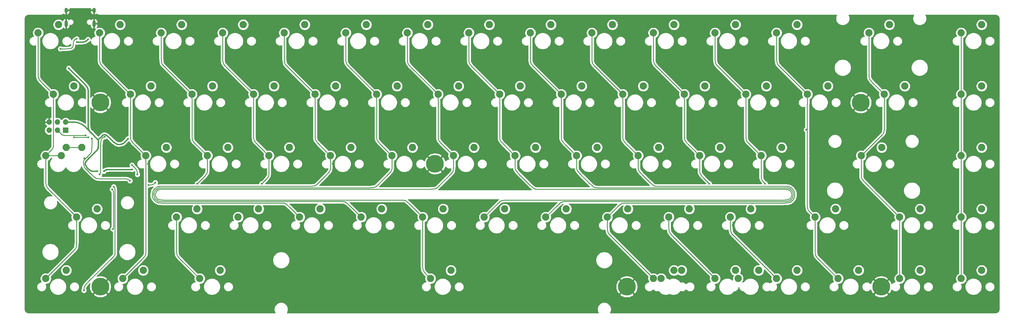
<source format=gtl>
G04 #@! TF.GenerationSoftware,KiCad,Pcbnew,(5.1.9-1-g591a07d2d9)-1*
G04 #@! TF.CreationDate,2021-05-31T00:50:00-06:00*
G04 #@! TF.ProjectId,keyboard-layout,6b657962-6f61-4726-942d-6c61796f7574,rev?*
G04 #@! TF.SameCoordinates,Original*
G04 #@! TF.FileFunction,Copper,L1,Top*
G04 #@! TF.FilePolarity,Positive*
%FSLAX46Y46*%
G04 Gerber Fmt 4.6, Leading zero omitted, Abs format (unit mm)*
G04 Created by KiCad (PCBNEW (5.1.9-1-g591a07d2d9)-1) date 2021-05-31 00:50:00*
%MOMM*%
%LPD*%
G01*
G04 APERTURE LIST*
G04 #@! TA.AperFunction,ComponentPad*
%ADD10C,2.250000*%
G04 #@! TD*
G04 #@! TA.AperFunction,ComponentPad*
%ADD11C,5.500000*%
G04 #@! TD*
G04 #@! TA.AperFunction,ComponentPad*
%ADD12O,1.000000X1.600000*%
G04 #@! TD*
G04 #@! TA.AperFunction,ComponentPad*
%ADD13O,1.000000X2.100000*%
G04 #@! TD*
G04 #@! TA.AperFunction,ComponentPad*
%ADD14R,1.700000X1.700000*%
G04 #@! TD*
G04 #@! TA.AperFunction,ComponentPad*
%ADD15O,1.700000X1.700000*%
G04 #@! TD*
G04 #@! TA.AperFunction,ViaPad*
%ADD16C,0.600000*%
G04 #@! TD*
G04 #@! TA.AperFunction,Conductor*
%ADD17C,0.381000*%
G04 #@! TD*
G04 #@! TA.AperFunction,Conductor*
%ADD18C,0.254000*%
G04 #@! TD*
G04 #@! TA.AperFunction,Conductor*
%ADD19C,0.100000*%
G04 #@! TD*
G04 APERTURE END LIST*
D10*
X32858750Y-65085000D03*
X39208750Y-62545000D03*
X60640000Y-43495000D03*
X54290000Y-46035000D03*
X36827500Y-43495000D03*
X30477500Y-46035000D03*
X65402500Y-62545000D03*
X59052500Y-65085000D03*
X170177500Y-81595000D03*
X163827500Y-84135000D03*
X213040000Y-43495000D03*
X206690000Y-46035000D03*
X242409146Y-103185001D03*
X248759146Y-100645001D03*
X289240000Y-24445000D03*
X282890000Y-26985000D03*
X153509588Y-100645000D03*
X147159588Y-103185000D03*
X82071250Y-100645000D03*
X75721250Y-103185000D03*
X58258750Y-100645000D03*
X51908750Y-103185000D03*
X34446250Y-100645000D03*
X28096250Y-103185000D03*
X43971250Y-81595000D03*
X37621250Y-84135000D03*
X286858750Y-62545000D03*
X280508750Y-65085000D03*
X272571250Y-81595000D03*
X266221250Y-84135000D03*
X294002500Y-43495000D03*
X287652500Y-46035000D03*
X155890000Y-43495000D03*
X149540000Y-46035000D03*
X270190000Y-43495000D03*
X263840000Y-46035000D03*
X93977500Y-81595000D03*
X87627500Y-84135000D03*
X32065000Y-24445000D03*
X25715000Y-26985000D03*
X113027500Y-81595000D03*
X106677500Y-84135000D03*
X79690000Y-43495000D03*
X73340000Y-46035000D03*
X222565000Y-24445000D03*
X216215000Y-26985000D03*
X193990000Y-43495000D03*
X187640000Y-46035000D03*
X74927500Y-81595000D03*
X68577500Y-84135000D03*
X132077500Y-81595000D03*
X125727500Y-84135000D03*
X298765000Y-81595000D03*
X292415000Y-84135000D03*
X174940000Y-43495000D03*
X168590000Y-46035000D03*
X136840000Y-43495000D03*
X130490000Y-46035000D03*
X246377500Y-81595000D03*
X240027500Y-84135000D03*
X236852500Y-62545000D03*
X230502500Y-65085000D03*
X84452500Y-62545000D03*
X78102500Y-65085000D03*
X317815000Y-100645000D03*
X311465000Y-103185000D03*
X117790000Y-43495000D03*
X111440000Y-46035000D03*
X255902500Y-62545000D03*
X249552500Y-65085000D03*
X317815000Y-62545000D03*
X311465000Y-65085000D03*
X317815000Y-81595000D03*
X311465000Y-84135000D03*
X232090000Y-43495000D03*
X225740000Y-46035000D03*
X241615000Y-24445000D03*
X235265000Y-26985000D03*
X189227500Y-81595000D03*
X182877500Y-84135000D03*
X279715000Y-100645000D03*
X273365000Y-103185000D03*
X217802500Y-62545000D03*
X211452500Y-65085000D03*
X198752500Y-62545000D03*
X192402500Y-65085000D03*
X179702500Y-62545000D03*
X173352500Y-65085000D03*
X160652500Y-62545000D03*
X154302500Y-65085000D03*
X141602500Y-62545000D03*
X135252500Y-65085000D03*
X241615000Y-100645000D03*
X235265000Y-103185000D03*
X122552500Y-62545000D03*
X116202500Y-65085000D03*
X260665000Y-24445000D03*
X254315000Y-26985000D03*
X98740000Y-43495000D03*
X92390000Y-46035000D03*
X298765000Y-100645000D03*
X292415000Y-103185000D03*
X227327500Y-81595000D03*
X220977500Y-84135000D03*
X317815000Y-43495000D03*
X311465000Y-46035000D03*
X103502500Y-62545000D03*
X97152500Y-65085000D03*
X260665000Y-100645000D03*
X254315000Y-103185000D03*
X208277500Y-81595000D03*
X201927500Y-84135000D03*
X151127500Y-81595000D03*
X144777500Y-84135000D03*
X222565000Y-100645000D03*
X216215000Y-103185000D03*
X317815000Y-24445000D03*
X311465000Y-26985000D03*
X251140000Y-43495000D03*
X244790000Y-46035000D03*
X203515000Y-24445000D03*
X197165000Y-26985000D03*
X184465000Y-24445000D03*
X178115000Y-26985000D03*
X165415000Y-24445000D03*
X159065000Y-26985000D03*
X146365000Y-24445000D03*
X140015000Y-26985000D03*
X127315000Y-24445000D03*
X120965000Y-26985000D03*
X108265000Y-24445000D03*
X101915000Y-26985000D03*
X89215000Y-24445000D03*
X82865000Y-26985000D03*
X70165000Y-24445000D03*
X63815000Y-26985000D03*
X51115000Y-24445000D03*
X44765000Y-26985000D03*
D11*
X45000000Y-48575000D03*
X45000000Y-105715000D03*
X148582499Y-67600000D03*
X207972500Y-105722500D03*
X280400000Y-48600000D03*
X286712500Y-105722500D03*
D10*
X224946646Y-100645001D03*
X218596646Y-103185001D03*
X28096250Y-65085000D03*
X34446250Y-62545000D03*
D12*
X43032000Y-19975000D03*
X34392000Y-19975000D03*
D13*
X43032000Y-24155000D03*
X34392000Y-24155000D03*
D14*
X34230000Y-57200000D03*
D15*
X34230000Y-54660000D03*
X31690000Y-57200000D03*
X31690000Y-54660000D03*
X29150000Y-57200000D03*
X29150000Y-54660000D03*
D16*
X41160000Y-29020000D03*
X37690000Y-29830000D03*
X75000000Y-73750000D03*
X95000000Y-73750000D03*
X233500000Y-73750000D03*
X250750000Y-73750000D03*
X263537500Y-57053200D03*
X56450000Y-70900000D03*
X54800000Y-68000000D03*
X40457389Y-58757916D03*
X41261817Y-59388762D03*
X36862590Y-59388762D03*
X54179381Y-72845619D03*
X59916881Y-74158119D03*
X62000000Y-73425000D03*
X42347323Y-59827010D03*
X40025000Y-65925000D03*
X49125000Y-74725000D03*
X39900000Y-106850000D03*
X48675000Y-75525000D03*
X48874891Y-87800000D03*
X116910000Y-67630000D03*
X56625000Y-58075000D03*
X81910000Y-86680000D03*
X100960000Y-86680000D03*
X120010000Y-86680000D03*
X139060000Y-86680000D03*
X158110000Y-86680000D03*
X177160000Y-86680000D03*
X196210000Y-86680000D03*
X215260000Y-86680000D03*
X234310000Y-86680000D03*
X59770000Y-67630000D03*
X72390000Y-67630000D03*
X91440000Y-67630000D03*
X110490000Y-67630000D03*
X129540000Y-67630000D03*
X167640000Y-67630000D03*
X186690000Y-67630000D03*
X205740000Y-67630000D03*
X224790000Y-67630000D03*
X243840000Y-67630000D03*
X262890000Y-67630000D03*
X305750000Y-67630000D03*
X240750000Y-86680000D03*
X45125000Y-57195000D03*
X39230000Y-70170000D03*
X34270000Y-51980000D03*
X53550000Y-59830000D03*
X44290000Y-62540000D03*
X44100000Y-69900000D03*
X46075000Y-69900000D03*
X54837000Y-69350000D03*
X41357500Y-65925000D03*
X42137829Y-57972171D03*
X35210000Y-37960000D03*
X32618000Y-31928000D03*
X37680000Y-28860000D03*
X46375000Y-59200000D03*
X44730000Y-70900000D03*
D17*
X40032835Y-29728357D02*
X39926431Y-29755009D01*
X39492680Y-29813956D02*
X39166115Y-29830000D01*
X40352511Y-29619858D02*
X40318588Y-29635902D01*
X39872575Y-29765722D02*
X39655569Y-29797912D01*
X40890554Y-29261589D02*
X40697603Y-29404690D01*
X41102944Y-29077055D02*
X40983514Y-29185299D01*
X40530018Y-29516667D02*
X40401893Y-29593463D01*
X40301233Y-29643091D02*
X40230570Y-29668375D01*
X39492680Y-29813956D02*
X39655569Y-29797912D01*
X40352511Y-29619858D02*
X40401893Y-29593463D01*
X40890554Y-29261589D02*
X40983514Y-29185299D01*
X40032835Y-29728357D02*
X40230570Y-29668375D01*
X39926431Y-29755009D02*
X39872575Y-29765722D01*
X40697603Y-29404690D02*
X40530018Y-29516667D01*
X40318588Y-29635902D02*
X40301233Y-29643091D01*
X41102944Y-29077055D02*
X41160000Y-29020000D01*
X39166115Y-29830000D02*
X37690000Y-29830000D01*
D18*
X37500120Y-84487984D02*
X37549310Y-84819594D01*
X37311815Y-93858971D02*
X37268480Y-93931271D01*
X28431304Y-65249943D02*
X28451461Y-65222764D01*
X28457620Y-65228346D02*
X28431304Y-65249943D01*
X28451461Y-65222764D02*
X28457620Y-65228346D01*
X29471727Y-65085000D02*
X29141491Y-65085000D01*
X37392460Y-84086440D02*
X37405086Y-84113136D01*
X25715000Y-40131754D02*
X25732960Y-40497359D01*
X28514357Y-64741423D02*
X28508212Y-64729927D01*
X28519976Y-64725718D02*
X28514357Y-64741423D01*
X28508212Y-64729927D02*
X28519976Y-64725718D01*
X37549418Y-92974303D02*
X37499904Y-93308099D01*
X28864042Y-65085000D02*
X28845573Y-65085000D01*
X28202544Y-74362921D02*
X28212259Y-74390071D01*
X29937266Y-45595349D02*
X30146875Y-45877974D01*
X29158115Y-44715615D02*
X29762975Y-45382975D01*
X28291401Y-65304929D02*
X28281730Y-65291889D01*
X28297479Y-65295833D02*
X28291401Y-65304929D01*
X28281730Y-65291889D02*
X28297479Y-65295833D01*
X28158403Y-65634119D02*
X28163096Y-65602487D01*
X28175292Y-65622835D02*
X28158403Y-65634119D01*
X28163096Y-65602487D02*
X28175292Y-65622835D01*
X37405828Y-93680069D02*
X37393440Y-93706262D01*
X30288926Y-62640588D02*
X30244737Y-62714312D01*
X28239508Y-65243756D02*
X28251647Y-65209831D01*
X28249981Y-65243756D02*
X28239508Y-65243756D01*
X28251647Y-65209831D02*
X28249981Y-65243756D01*
X25821294Y-41025421D02*
X25831009Y-41052571D01*
X28475476Y-64734268D02*
X28495542Y-64707213D01*
X28500423Y-64726701D02*
X28475476Y-64734268D01*
X28495542Y-64707213D02*
X28500423Y-64726701D01*
X28659659Y-65119932D02*
X28677452Y-65095941D01*
X28692823Y-65109872D02*
X28659659Y-65119932D01*
X28677452Y-65095941D02*
X28692823Y-65109872D01*
X37430715Y-93612627D02*
X37411379Y-93666668D01*
X29989097Y-65085000D02*
X29857002Y-65085000D01*
X28215003Y-65668177D02*
X28190611Y-65627482D01*
X28233502Y-65607196D02*
X28215003Y-65668177D01*
X28190611Y-65627482D02*
X28233502Y-65607196D01*
X28222763Y-65302518D02*
X28227878Y-65282098D01*
X28234555Y-65288150D02*
X28222763Y-65302518D01*
X28227878Y-65282098D02*
X28234555Y-65288150D01*
X28518380Y-64905896D02*
X28512747Y-64883409D01*
X28524665Y-64903292D02*
X28518380Y-64905896D01*
X28512747Y-64883409D02*
X28524665Y-64903292D01*
X28096250Y-66585557D02*
X28127650Y-65946371D01*
X28158750Y-65950984D02*
X28096250Y-66585557D01*
X28127650Y-65946371D02*
X28158750Y-65950984D01*
X28508263Y-64872584D02*
X28492695Y-64853614D01*
X28502100Y-64847977D02*
X28508263Y-64872584D01*
X28492695Y-64853614D02*
X28502100Y-64847977D01*
X37212265Y-83784590D02*
X37245960Y-83830023D01*
X37410744Y-84126794D02*
X37430451Y-84181873D01*
X37438952Y-84209897D02*
X37467380Y-84323387D01*
X28290597Y-74545637D02*
X28392092Y-74714972D01*
X28869092Y-75342007D02*
X29264282Y-75778032D01*
X29680876Y-65085000D02*
X29636845Y-65085000D01*
X28421458Y-64818242D02*
X28439680Y-64787840D01*
X28438187Y-64818242D02*
X28421458Y-64818242D01*
X28439680Y-64787840D02*
X28438187Y-64818242D01*
X37064815Y-94198996D02*
X36896082Y-94385164D01*
X37261692Y-83853567D02*
X37319852Y-83950601D01*
X28444069Y-64843802D02*
X28446551Y-64833891D01*
X28456696Y-64839972D02*
X28444069Y-64843802D01*
X28446551Y-64833891D02*
X28456696Y-64839972D01*
X30448706Y-62096331D02*
X30436337Y-62179712D01*
X36784780Y-83298530D02*
X37087210Y-83632210D01*
X28360979Y-65289579D02*
X28419210Y-65262037D01*
X28376017Y-65314668D02*
X28360979Y-65289579D01*
X28419210Y-65262037D02*
X28376017Y-65314668D01*
X30349107Y-62510018D02*
X30339392Y-62537168D01*
X28134988Y-74045815D02*
X28151303Y-74155801D01*
X25783890Y-40887868D02*
X25804372Y-40969635D01*
X28541509Y-64651201D02*
X28652466Y-64528780D01*
X28554991Y-64660210D02*
X28541509Y-64651201D01*
X28652466Y-64528780D02*
X28554991Y-64660210D01*
X25916151Y-41220868D02*
X26002822Y-41365469D01*
X28525066Y-65022106D02*
X28526650Y-64989866D01*
X28543323Y-64999860D02*
X28525066Y-65022106D01*
X28526650Y-64989866D02*
X28543323Y-64999860D01*
X28463591Y-64839972D02*
X28478994Y-64834460D01*
X28479502Y-64844798D02*
X28463591Y-64839972D01*
X28478994Y-64834460D02*
X28479502Y-64844798D01*
X30399391Y-46394495D02*
X30419873Y-46476262D01*
X30244737Y-46024435D02*
X30288926Y-46098159D01*
X29790955Y-65085000D02*
X29702892Y-65085000D01*
X28485709Y-64828949D02*
X28502529Y-64800885D01*
X28500843Y-64835217D02*
X28485709Y-64828949D01*
X28502529Y-64800885D02*
X28500843Y-64835217D01*
X28162162Y-74210394D02*
X28190054Y-74321745D01*
X30150241Y-62855736D02*
X29899069Y-63194402D01*
X25750921Y-40679720D02*
X25775658Y-40846482D01*
X37245036Y-93966357D02*
X37144609Y-94101767D01*
X28965619Y-65085000D02*
X28891745Y-65085000D01*
X37577055Y-85101292D02*
X37621250Y-86000886D01*
X37466947Y-93473781D02*
X37439056Y-93585132D01*
X28541575Y-65172249D02*
X28542518Y-65153061D01*
X28569880Y-65157120D02*
X28541575Y-65172249D01*
X28542518Y-65153061D02*
X28569880Y-65157120D01*
X28679159Y-65078613D02*
X28653618Y-65024609D01*
X28715897Y-65054065D02*
X28679159Y-65078613D01*
X28653618Y-65024609D02*
X28715897Y-65054065D01*
X28558397Y-64993616D02*
X28567843Y-64955904D01*
X28615675Y-64999257D02*
X28558397Y-64993616D01*
X28567843Y-64955904D02*
X28615675Y-64999257D01*
X30465171Y-46809585D02*
X30477500Y-47060540D01*
X29765164Y-63357565D02*
X29198849Y-63982397D01*
X30333868Y-62550505D02*
X30309210Y-62602641D01*
X28799757Y-65088602D02*
X28800197Y-65079638D01*
X28836339Y-65085000D02*
X28799757Y-65088602D01*
X28800197Y-65079638D02*
X28836339Y-65085000D01*
X26049709Y-41435641D02*
X26250562Y-41706459D01*
X28299450Y-65447983D02*
X28304376Y-65347701D01*
X28349475Y-65354391D02*
X28299450Y-65447983D01*
X28304376Y-65347701D02*
X28349475Y-65354391D01*
X28217783Y-74403408D02*
X28242441Y-74455544D01*
X30428105Y-46517649D02*
X30452842Y-46684411D01*
X28489920Y-65150814D02*
X28511414Y-65090741D01*
X28530053Y-65142831D02*
X28489920Y-65150814D01*
X28511414Y-65090741D02*
X28530053Y-65142831D01*
X37621250Y-91794113D02*
X37577055Y-92693707D01*
X30339392Y-46201580D02*
X30349107Y-46228731D01*
X28244291Y-65284117D02*
X28255217Y-65261017D01*
X28274561Y-65287099D02*
X28244291Y-65284117D01*
X28255217Y-65261017D02*
X28274561Y-65287099D01*
X30428105Y-62221099D02*
X30387142Y-62384632D01*
X26429520Y-41924520D02*
X27034378Y-42591878D01*
X30385381Y-65085000D02*
X30077160Y-65085000D01*
X25836533Y-41065908D02*
X25861191Y-41118044D01*
X28373342Y-64916034D02*
X28405265Y-64848539D01*
X28418724Y-64860737D02*
X28373342Y-64916034D01*
X28405265Y-64848539D02*
X28418724Y-64860737D01*
X30309210Y-46136107D02*
X30333868Y-46188243D01*
X31155934Y-65085000D02*
X30539492Y-65085000D01*
X30477500Y-61636013D02*
X30461035Y-61971158D01*
X28096250Y-73427056D02*
X28118347Y-73876853D01*
X28446999Y-74797146D02*
X28682208Y-75114288D01*
X30385381Y-65085000D02*
X30539492Y-65085000D01*
X29899069Y-63194402D02*
X29765164Y-63357565D01*
X37064815Y-94198996D02*
X37144609Y-94101767D01*
X37430715Y-93612627D02*
X37439056Y-93585132D01*
X28495542Y-64707213D02*
X28541509Y-64651201D01*
X28508212Y-64729927D02*
X28500423Y-64726701D01*
X28519976Y-64725718D02*
X28554991Y-64660210D01*
X25821294Y-41025421D02*
X25804372Y-40969635D01*
X25916151Y-41220868D02*
X25861191Y-41118044D01*
X29857002Y-65085000D02*
X29790955Y-65085000D01*
X30448706Y-62096331D02*
X30461035Y-61971158D01*
X25732960Y-40497359D02*
X25750921Y-40679720D01*
X30465171Y-46809585D02*
X30452842Y-46684411D01*
X37430451Y-84181873D02*
X37438952Y-84209897D01*
X37392460Y-84086440D02*
X37319852Y-83950601D01*
X28869092Y-75342007D02*
X28682208Y-75114288D01*
X28239508Y-65243756D02*
X28227878Y-65282098D01*
X28234555Y-65288150D02*
X28244291Y-65284117D01*
X28249981Y-65243756D02*
X28255217Y-65261017D01*
X28202544Y-74362921D02*
X28190054Y-74321745D01*
X37549310Y-84819594D02*
X37577055Y-85101292D01*
X26250562Y-41706459D02*
X26429520Y-41924520D01*
X28290597Y-74545637D02*
X28242441Y-74455544D01*
X30288926Y-46098159D02*
X30309210Y-46136107D01*
X28478994Y-64834460D02*
X28485709Y-64828949D01*
X28492695Y-64853614D02*
X28479502Y-64844798D01*
X28502100Y-64847977D02*
X28500843Y-64835217D01*
X30288926Y-62640588D02*
X30309210Y-62602641D01*
X37311815Y-93858971D02*
X37393440Y-93706262D01*
X30349107Y-62510018D02*
X30387142Y-62384632D01*
X37212265Y-83784590D02*
X37087210Y-83632210D01*
X29471727Y-65085000D02*
X29636845Y-65085000D01*
X28864042Y-65085000D02*
X28891745Y-65085000D01*
X29937266Y-45595349D02*
X29762975Y-45382975D01*
X28518380Y-64905896D02*
X28526650Y-64989866D01*
X28543323Y-64999860D02*
X28558397Y-64993616D01*
X28524665Y-64903292D02*
X28567843Y-64955904D01*
X28134988Y-74045815D02*
X28118347Y-73876853D01*
X28677452Y-65095941D02*
X28679159Y-65078613D01*
X28692823Y-65109872D02*
X28799757Y-65088602D01*
X28715897Y-65054065D02*
X28800197Y-65079638D01*
X28451461Y-65222764D02*
X28489920Y-65150814D01*
X28457620Y-65228346D02*
X28541575Y-65172249D01*
X28542518Y-65153061D02*
X28530053Y-65142831D01*
X28421458Y-64818242D02*
X28405265Y-64848539D01*
X28444069Y-64843802D02*
X28418724Y-64860737D01*
X28438187Y-64818242D02*
X28446551Y-64833891D01*
X28291401Y-65304929D02*
X28304376Y-65347701D01*
X28376017Y-65314668D02*
X28349475Y-65354391D01*
X28297479Y-65295833D02*
X28360979Y-65289579D01*
X30399391Y-46394495D02*
X30349107Y-46228731D01*
X37549418Y-92974303D02*
X37577055Y-92693707D01*
X28158403Y-65634119D02*
X28127650Y-65946371D01*
X28215003Y-65668177D02*
X28158750Y-65950984D01*
X28175292Y-65622835D02*
X28190611Y-65627482D01*
X28475476Y-64734268D02*
X28439680Y-64787840D01*
X28456696Y-64839972D02*
X28463591Y-64839972D01*
X28514357Y-64741423D02*
X28502529Y-64800885D01*
X28525066Y-65022106D02*
X28511414Y-65090741D01*
X28659659Y-65119932D02*
X28569880Y-65157120D01*
X28653618Y-65024609D02*
X28615675Y-64999257D01*
X30436337Y-62179712D02*
X30428105Y-62221099D01*
X37268480Y-93931271D02*
X37245036Y-93966357D01*
X28163096Y-65602487D02*
X28222763Y-65302518D01*
X28233502Y-65607196D02*
X28299450Y-65447983D01*
X28281730Y-65291889D02*
X28274561Y-65287099D01*
X25783890Y-40887868D02*
X25775658Y-40846482D01*
X26002822Y-41365469D02*
X26049709Y-41435641D01*
X30244737Y-62714312D02*
X30150241Y-62855736D01*
X30419873Y-46476262D02*
X30428105Y-46517649D01*
X29989097Y-65085000D02*
X30077160Y-65085000D01*
X37245960Y-83830023D02*
X37261692Y-83853567D01*
X28151303Y-74155801D02*
X28162162Y-74210394D01*
X37499904Y-93308099D02*
X37466947Y-93473781D01*
X28392092Y-74714972D02*
X28446999Y-74797146D01*
X30146875Y-45877974D02*
X30244737Y-46024435D01*
X37500120Y-84487984D02*
X37467380Y-84323387D01*
X29141491Y-65085000D02*
X28965619Y-65085000D01*
X30339392Y-46201580D02*
X30333868Y-46188243D01*
X29680876Y-65085000D02*
X29702892Y-65085000D01*
X28212259Y-74390071D02*
X28217783Y-74403408D01*
X37405828Y-93680069D02*
X37411379Y-93666668D01*
X28251647Y-65209831D02*
X28373342Y-64916034D01*
X28431304Y-65249943D02*
X28419210Y-65262037D01*
X28512747Y-64883409D02*
X28508263Y-64872584D01*
X37405086Y-84113136D02*
X37410744Y-84126794D01*
X30339392Y-62537168D02*
X30333868Y-62550505D01*
X25831009Y-41052571D02*
X25836533Y-41065908D01*
X29158115Y-44715615D02*
X27034378Y-42591878D01*
X25715000Y-40131754D02*
X25715000Y-26985000D01*
X36896082Y-94385164D02*
X28096250Y-103185000D01*
X37621250Y-86000886D02*
X37621250Y-91794113D01*
X28652466Y-64528780D02*
X29198849Y-63982397D01*
X30477500Y-47060540D02*
X30477500Y-61636013D01*
X29264282Y-75778032D02*
X36784780Y-83298530D01*
X28096250Y-66585557D02*
X28096250Y-73427056D01*
X31155934Y-65085000D02*
X32858750Y-65085000D01*
X28845573Y-65085000D02*
X28836339Y-65085000D01*
X44966151Y-36458368D02*
X45052822Y-36602969D01*
X58721875Y-96198273D02*
X58512267Y-96480896D01*
X58929746Y-65429820D02*
X58981376Y-65777878D01*
X59052500Y-95015710D02*
X59040171Y-95266663D01*
X58327333Y-64359833D02*
X58496066Y-64546001D01*
X58824723Y-65038797D02*
X58837052Y-65064864D01*
X44803030Y-35938631D02*
X44821461Y-36062881D01*
X54261125Y-47099091D02*
X54290000Y-47686849D01*
X54672674Y-60557426D02*
X54839503Y-60782368D01*
X45533059Y-37227258D02*
X46024703Y-37769703D01*
X54417057Y-60129245D02*
X54429386Y-60155313D01*
X53483369Y-45228369D02*
X53729190Y-45499591D01*
X44765000Y-35327056D02*
X44787097Y-35776853D01*
X54290000Y-59246575D02*
X54304437Y-59540453D01*
X58994873Y-95599985D02*
X58974391Y-95681752D01*
X59008305Y-66051292D02*
X59052500Y-66950886D01*
X53969310Y-45811737D02*
X54012645Y-45884038D01*
X58863925Y-95978088D02*
X58819736Y-96051813D01*
X54063503Y-45988191D02*
X54073218Y-46015342D01*
X55000145Y-60978111D02*
X55527915Y-61560415D01*
X54107063Y-46126914D02*
X54155033Y-46318420D01*
X54358728Y-59937053D02*
X54379613Y-60020430D01*
X54392104Y-60061606D02*
X54411533Y-60115908D01*
X58699729Y-64813725D02*
X58743064Y-64886025D01*
X54476758Y-60243940D02*
X54594785Y-60440857D01*
X44892057Y-36316745D02*
X44904386Y-36342813D01*
X58874497Y-65173679D02*
X58895382Y-65257059D01*
X53845439Y-45641240D02*
X53945866Y-45776651D01*
X54033321Y-45922718D02*
X54057979Y-45974854D01*
X44833728Y-36124553D02*
X44854613Y-36207930D01*
X59027842Y-95391837D02*
X59003105Y-95558599D01*
X58575859Y-64643230D02*
X58676286Y-64778639D01*
X44867104Y-36249106D02*
X44886533Y-36303408D01*
X58842576Y-65078201D02*
X58862006Y-65132502D01*
X54174314Y-46415351D02*
X54232250Y-46805922D01*
X58924107Y-95847518D02*
X58914392Y-95874668D01*
X45099709Y-36673141D02*
X45300562Y-36943959D01*
X58337977Y-96693270D02*
X57733118Y-97360629D01*
X54318874Y-59687037D02*
X54347842Y-59882323D01*
X58908868Y-95888005D02*
X58884209Y-95940140D01*
X54012645Y-45884038D02*
X54033321Y-45922718D01*
X58863925Y-95978088D02*
X58884209Y-95940140D01*
X54304437Y-59540453D02*
X54318874Y-59687037D01*
X58496066Y-64546001D02*
X58575859Y-64643230D01*
X54839503Y-60782368D02*
X55000145Y-60978111D01*
X54261125Y-47099091D02*
X54232250Y-46805922D01*
X44854613Y-36207930D02*
X44867104Y-36249106D01*
X44966151Y-36458368D02*
X44904386Y-36342813D01*
X44803030Y-35938631D02*
X44787097Y-35776853D01*
X58512267Y-96480896D02*
X58337977Y-96693270D01*
X53729190Y-45499591D02*
X53845439Y-45641240D01*
X58874497Y-65173679D02*
X58862006Y-65132502D01*
X58824723Y-65038797D02*
X58743064Y-64886025D01*
X45533059Y-37227258D02*
X45300562Y-36943959D01*
X59040171Y-95266663D02*
X59027842Y-95391837D01*
X58981376Y-65777878D02*
X59008305Y-66051292D01*
X54379613Y-60020430D02*
X54392104Y-60061606D01*
X58974391Y-95681752D02*
X58924107Y-95847518D01*
X54073218Y-46015342D02*
X54107063Y-46126914D01*
X54429386Y-60155313D02*
X54476758Y-60243940D01*
X58699729Y-64813725D02*
X58676286Y-64778639D01*
X53969310Y-45811737D02*
X53945866Y-45776651D01*
X58994873Y-95599985D02*
X59003105Y-95558599D01*
X54358728Y-59937053D02*
X54347842Y-59882323D01*
X44821461Y-36062881D02*
X44833728Y-36124553D01*
X54155033Y-46318420D02*
X54174314Y-46415351D01*
X54672674Y-60557426D02*
X54594785Y-60440857D01*
X58929746Y-65429820D02*
X58895382Y-65257059D01*
X45052822Y-36602969D02*
X45099709Y-36673141D01*
X58721875Y-96198273D02*
X58819736Y-96051813D01*
X58914392Y-95874668D02*
X58908868Y-95888005D01*
X54063503Y-45988191D02*
X54057979Y-45974854D01*
X54417057Y-60129245D02*
X54411533Y-60115908D01*
X44892057Y-36316745D02*
X44886533Y-36303408D01*
X58837052Y-65064864D02*
X58842576Y-65078201D01*
X46024703Y-37769703D02*
X53483369Y-45228369D01*
X44765000Y-35327056D02*
X44765000Y-26985000D01*
X58327333Y-64359833D02*
X55527915Y-61560415D01*
X54290000Y-47686849D02*
X54290000Y-59246575D01*
X57733118Y-97360629D02*
X51908750Y-103185000D01*
X59052500Y-95015710D02*
X59052500Y-66950886D01*
X72987116Y-45763556D02*
X73030660Y-45836205D01*
X77874723Y-65038797D02*
X77887052Y-65064864D01*
X73404074Y-59586936D02*
X73459935Y-59963521D01*
X77979746Y-65429820D02*
X78031376Y-65777878D01*
X73159901Y-46116772D02*
X73184290Y-46214137D01*
X64367000Y-37034675D02*
X64631443Y-37326443D01*
X68960174Y-96276176D02*
X69127003Y-96501118D01*
X72863617Y-45593544D02*
X72963560Y-45728301D01*
X73555445Y-60342633D02*
X73567774Y-60368701D01*
X73135600Y-46041538D02*
X73145315Y-46068689D01*
X64031161Y-36531861D02*
X64043788Y-36558558D01*
X72584995Y-45279995D02*
X72810336Y-45528620D01*
X73309016Y-47106552D02*
X73340000Y-47737233D01*
X63886938Y-35825405D02*
X63936127Y-36157014D01*
X64129742Y-36719368D02*
X64158822Y-36767885D01*
X68704557Y-95847995D02*
X68716886Y-95874063D01*
X68577500Y-94965325D02*
X68591937Y-95259203D01*
X68646228Y-95655803D02*
X68667113Y-95739180D01*
X78058305Y-66051292D02*
X78102500Y-66950886D01*
X68679604Y-95780356D02*
X68699033Y-95834658D01*
X68764258Y-95962690D02*
X68882285Y-96159607D01*
X64005796Y-36463124D02*
X64025503Y-36518203D01*
X73105418Y-45976065D02*
X73130076Y-46028201D01*
X73896431Y-60861496D02*
X74065164Y-61047664D01*
X73497116Y-60150441D02*
X73518001Y-60233818D01*
X77749616Y-64813556D02*
X77793160Y-64886205D01*
X73530492Y-60274994D02*
X73549921Y-60329296D01*
X69287645Y-96696861D02*
X69815415Y-97279165D01*
X73215866Y-46372877D02*
X73278033Y-46791973D01*
X78102500Y-69571575D02*
X78088062Y-69865453D01*
X63968867Y-36321611D02*
X63997295Y-36435101D01*
X77975441Y-70454245D02*
X77963111Y-70480313D01*
X77924497Y-65173679D02*
X77945382Y-65257059D01*
X64174554Y-36791429D02*
X64241945Y-36882295D01*
X73649431Y-60521471D02*
X73692766Y-60593771D01*
X78000394Y-70386606D02*
X77980965Y-70440908D01*
X73340000Y-58514217D02*
X73381377Y-59356484D01*
X77626117Y-64643544D02*
X77726060Y-64778301D01*
X63815000Y-34644113D02*
X63859194Y-35543707D01*
X77892576Y-65078201D02*
X77912006Y-65132502D01*
X68606374Y-95405787D02*
X68635342Y-95601073D01*
X77347495Y-64329995D02*
X77572836Y-64578620D01*
X77908151Y-70583136D02*
X77806655Y-70752471D01*
X78035016Y-70255789D02*
X78011031Y-70351542D01*
X77329654Y-71379507D02*
X76934465Y-71815532D01*
X77751748Y-70834646D02*
X77516539Y-71151788D01*
X73716210Y-60628857D02*
X73816637Y-60764267D01*
X78073625Y-70012037D02*
X78044657Y-70207323D01*
X73309016Y-47106552D02*
X73278033Y-46791973D01*
X77626117Y-64643544D02*
X77572836Y-64578620D01*
X68591937Y-95259203D02*
X68606374Y-95405787D01*
X69127003Y-96501118D02*
X69287645Y-96696861D01*
X77329654Y-71379507D02*
X77516539Y-71151788D01*
X64005796Y-36463124D02*
X63997295Y-36435101D01*
X78088062Y-69865453D02*
X78073625Y-70012037D01*
X64043788Y-36558558D02*
X64129742Y-36719368D01*
X72863617Y-45593544D02*
X72810336Y-45528620D01*
X73404074Y-59586936D02*
X73381377Y-59356484D01*
X73896431Y-60861496D02*
X73816637Y-60764267D01*
X77924497Y-65173679D02*
X77912006Y-65132502D01*
X77874723Y-65038797D02*
X77793160Y-64886205D01*
X78000394Y-70386606D02*
X78011031Y-70351542D01*
X78031376Y-65777878D02*
X78058305Y-66051292D01*
X63886938Y-35825405D02*
X63859194Y-35543707D01*
X68667113Y-95739180D02*
X68679604Y-95780356D01*
X64367000Y-37034675D02*
X64241945Y-36882295D01*
X77963111Y-70480313D02*
X77908151Y-70583136D01*
X68716886Y-95874063D02*
X68764258Y-95962690D01*
X73518001Y-60233818D02*
X73530492Y-60274994D01*
X73159901Y-46116772D02*
X73145315Y-46068689D01*
X73567774Y-60368701D02*
X73649431Y-60521471D01*
X73030660Y-45836205D02*
X73105418Y-45976065D01*
X77749616Y-64813556D02*
X77726060Y-64778301D01*
X72987116Y-45763556D02*
X72963560Y-45728301D01*
X73184290Y-46214137D02*
X73215866Y-46372877D01*
X73692766Y-60593771D02*
X73716210Y-60628857D01*
X64158822Y-36767885D02*
X64174554Y-36791429D01*
X73459935Y-59963521D02*
X73497116Y-60150441D01*
X78035016Y-70255789D02*
X78044657Y-70207323D01*
X63936127Y-36157014D02*
X63968867Y-36321611D01*
X77979746Y-65429820D02*
X77945382Y-65257059D01*
X68646228Y-95655803D02*
X68635342Y-95601073D01*
X68960174Y-96276176D02*
X68882285Y-96159607D01*
X77806655Y-70752471D02*
X77751748Y-70834646D01*
X73135600Y-46041538D02*
X73130076Y-46028201D01*
X73555445Y-60342633D02*
X73549921Y-60329296D01*
X64031161Y-36531861D02*
X64025503Y-36518203D01*
X68704557Y-95847995D02*
X68699033Y-95834658D01*
X77975441Y-70454245D02*
X77980965Y-70440908D01*
X77887052Y-65064864D02*
X77892576Y-65078201D01*
X64631443Y-37326443D02*
X72584995Y-45279995D01*
X63815000Y-34644113D02*
X63815000Y-26985000D01*
X74065164Y-61047664D02*
X77347495Y-64329995D01*
X73340000Y-47737233D02*
X73340000Y-58514217D01*
X69815415Y-97279165D02*
X75721250Y-103185000D01*
X68577500Y-94965325D02*
X68577500Y-84135000D01*
X78102500Y-66950886D02*
X78102500Y-69571575D01*
X76934465Y-71815532D02*
X75000000Y-73750000D01*
X96617547Y-64651784D02*
X96817250Y-64921052D01*
X92454074Y-59586936D02*
X92509935Y-59963521D01*
X92209901Y-46116772D02*
X92234290Y-46214137D01*
X95833115Y-63765615D02*
X96437975Y-64432975D01*
X82903030Y-35938631D02*
X82921461Y-36062881D01*
X83633059Y-37227258D02*
X84124703Y-37769703D01*
X91940129Y-45625849D02*
X91990342Y-45693553D01*
X92185600Y-46041538D02*
X92195315Y-46068689D01*
X82865000Y-35327056D02*
X82887097Y-35776853D01*
X92359016Y-47106552D02*
X92390000Y-47737233D01*
X92605445Y-60342633D02*
X92617774Y-60368701D01*
X97102780Y-65566017D02*
X97111080Y-65621970D01*
X92946431Y-60861496D02*
X93115164Y-61047664D01*
X91634995Y-45279995D02*
X91860336Y-45528620D01*
X97015108Y-65253307D02*
X97025057Y-65281113D01*
X82992057Y-36316745D02*
X83004386Y-36342813D01*
X96984439Y-65186767D02*
X97009450Y-65239649D01*
X92547116Y-60150441D02*
X92568001Y-60233818D01*
X92155418Y-45976065D02*
X92180076Y-46028201D01*
X92580492Y-60274994D02*
X92599921Y-60329296D01*
X97152500Y-70521575D02*
X97138062Y-70815453D01*
X92265866Y-46372877D02*
X92328033Y-46791973D01*
X97046204Y-71350421D02*
X97036489Y-71377571D01*
X82933728Y-36124553D02*
X82954613Y-36207930D01*
X92699431Y-60521471D02*
X92742766Y-60593771D01*
X97030965Y-71390908D02*
X97006307Y-71443044D01*
X96958151Y-71533136D02*
X96856655Y-71702471D01*
X92766210Y-60628857D02*
X92866637Y-60764267D01*
X82967104Y-36249106D02*
X82986533Y-36303408D01*
X83066151Y-36458368D02*
X83152822Y-36602969D01*
X92390000Y-58514217D02*
X92431377Y-59356484D01*
X96379654Y-72329507D02*
X95984465Y-72765532D01*
X96801748Y-71784646D02*
X96566539Y-72101788D01*
X97085016Y-71205789D02*
X97061031Y-71301542D01*
X97123625Y-70962037D02*
X97094657Y-71157323D01*
X97069768Y-65428505D02*
X97097256Y-65538245D01*
X83199709Y-36673141D02*
X83400562Y-36943959D01*
X96910487Y-65060591D02*
X96970635Y-65160941D01*
X97130402Y-65818146D02*
X97152500Y-66267943D01*
X92013786Y-45728639D02*
X92100456Y-45873240D01*
X82954613Y-36207930D02*
X82967104Y-36249106D01*
X92359016Y-47106552D02*
X92328033Y-46791973D01*
X96379654Y-72329507D02*
X96566539Y-72101788D01*
X83004386Y-36342813D02*
X83066151Y-36458368D01*
X97138062Y-70815453D02*
X97123625Y-70962037D01*
X82903030Y-35938631D02*
X82887097Y-35776853D01*
X91940129Y-45625849D02*
X91860336Y-45528620D01*
X92454074Y-59586936D02*
X92431377Y-59356484D01*
X96984439Y-65186767D02*
X96970635Y-65160941D01*
X97025057Y-65281113D02*
X97069768Y-65428505D01*
X97046204Y-71350421D02*
X97061031Y-71301542D01*
X92946431Y-60861496D02*
X92866637Y-60764267D01*
X96617547Y-64651784D02*
X96437975Y-64432975D01*
X83633059Y-37227258D02*
X83400562Y-36943959D01*
X97006307Y-71443044D02*
X96958151Y-71533136D01*
X92568001Y-60233818D02*
X92580492Y-60274994D01*
X92209901Y-46116772D02*
X92195315Y-46068689D01*
X92617774Y-60368701D02*
X92699431Y-60521471D01*
X92155418Y-45976065D02*
X92100456Y-45873240D01*
X97111080Y-65621970D02*
X97130402Y-65818146D01*
X91990342Y-45693553D02*
X92013786Y-45728639D01*
X97085016Y-71205789D02*
X97094657Y-71157323D01*
X82921461Y-36062881D02*
X82933728Y-36124553D01*
X92234290Y-46214137D02*
X92265866Y-46372877D01*
X92742766Y-60593771D02*
X92766210Y-60628857D01*
X83152822Y-36602969D02*
X83199709Y-36673141D01*
X92509935Y-59963521D02*
X92547116Y-60150441D01*
X96856655Y-71702471D02*
X96801748Y-71784646D01*
X97102780Y-65566017D02*
X97097256Y-65538245D01*
X96817250Y-64921052D02*
X96910487Y-65060591D01*
X97015108Y-65253307D02*
X97009450Y-65239649D01*
X97036489Y-71377571D02*
X97030965Y-71390908D01*
X92185600Y-46041538D02*
X92180076Y-46028201D01*
X92605445Y-60342633D02*
X92599921Y-60329296D01*
X82992057Y-36316745D02*
X82986533Y-36303408D01*
X84124703Y-37769703D02*
X91634995Y-45279995D01*
X82865000Y-35327056D02*
X82865000Y-26985000D01*
X95833115Y-63765615D02*
X93115164Y-61047664D01*
X92390000Y-47737233D02*
X92390000Y-58514217D01*
X97152500Y-70521575D02*
X97152500Y-66267943D01*
X95984465Y-72765532D02*
X95000000Y-73750000D01*
X110381466Y-74519627D02*
X109678504Y-74554162D01*
X61163360Y-77979023D02*
X61173075Y-78006173D01*
X61140852Y-76614614D02*
X61082280Y-77009479D01*
X102475806Y-37045405D02*
X102721628Y-37316628D01*
X61057066Y-77351603D02*
X61059879Y-77408876D01*
X102095085Y-79872897D02*
X102121153Y-79885226D01*
X111641151Y-60270868D02*
X111727822Y-60415469D01*
X116041308Y-65199618D02*
X116053874Y-65226187D01*
X62658687Y-79570716D02*
X62691587Y-79586277D01*
X111363899Y-74373999D02*
X111264663Y-74398856D01*
X111212223Y-45988797D02*
X111224552Y-46014864D01*
X116075441Y-69604245D02*
X116063111Y-69630313D01*
X101674288Y-79776822D02*
X101827062Y-79799484D01*
X61466047Y-75723492D02*
X61432352Y-75768925D01*
X112208059Y-61039758D02*
X112699703Y-61582203D01*
X63019273Y-79676687D02*
X63157425Y-79697181D01*
X62770054Y-74681219D02*
X62743987Y-74693548D01*
X61178599Y-78019510D02*
X61203257Y-78071646D01*
X101902893Y-79814568D02*
X101986270Y-79835453D01*
X111087116Y-45763556D02*
X111130660Y-45836205D01*
X61552793Y-78630223D02*
X61743432Y-78887269D01*
X115667547Y-64651784D02*
X115867250Y-64921052D01*
X101555470Y-79765120D02*
X101163000Y-79745840D01*
X111261997Y-46123679D02*
X111282882Y-46207059D01*
X102027446Y-79847944D02*
X102081748Y-79867373D01*
X102523266Y-80128514D02*
X102748208Y-80295343D01*
X62837692Y-74656265D02*
X62783391Y-74675695D01*
X61837567Y-75297377D02*
X61795052Y-75335911D01*
X111440579Y-74349232D02*
X111412906Y-74359133D01*
X102152542Y-36583480D02*
X102164871Y-36609548D01*
X115835862Y-70008420D02*
X115703389Y-70187039D01*
X111508890Y-59937868D02*
X111529372Y-60019635D01*
X115487977Y-70449520D02*
X114883118Y-71116878D01*
X62961430Y-74623052D02*
X62879663Y-74643534D01*
X61285853Y-76025342D02*
X61273227Y-76052038D01*
X102049965Y-36226578D02*
X102097935Y-36418084D01*
X62708420Y-79593249D02*
X62776299Y-79617537D01*
X61774741Y-75356222D02*
X61697674Y-75441252D01*
X61416620Y-75792469D02*
X61358460Y-75889503D01*
X112262281Y-73737715D02*
X111970513Y-74002158D01*
X111703723Y-74210336D02*
X111655206Y-74239416D01*
X62087211Y-75106998D02*
X61903751Y-75243062D01*
X111475921Y-59729720D02*
X111500658Y-59896482D01*
X61062693Y-77208350D02*
X61057066Y-77322897D01*
X115960487Y-65060591D02*
X116020635Y-65160941D01*
X102209780Y-79932598D02*
X102406697Y-80050625D01*
X111121574Y-74427319D02*
X110732099Y-74485092D01*
X63169579Y-74590083D02*
X63002817Y-74614820D01*
X116015739Y-69718939D02*
X115897711Y-69915856D01*
X114883115Y-63765615D02*
X115487975Y-64432975D01*
X102943951Y-80455985D02*
X103526255Y-80983755D01*
X116133607Y-69412868D02*
X116113125Y-69494635D01*
X116059505Y-65239780D02*
X116079307Y-65295124D01*
X116152780Y-65566017D02*
X116161080Y-65621970D01*
X62810835Y-79628013D02*
X62950700Y-79663047D01*
X111774709Y-60485641D02*
X111975562Y-60756459D01*
X111316065Y-46373878D02*
X111377933Y-46790956D01*
X101915000Y-34858152D02*
X101943874Y-35445907D01*
X102127589Y-36515841D02*
X102147018Y-36570143D01*
X61845066Y-79011109D02*
X61874017Y-79043052D01*
X116119768Y-65428505D02*
X116147256Y-65538245D01*
X63369654Y-79718084D02*
X63934633Y-79745840D01*
X116166577Y-69204720D02*
X116141840Y-69371482D01*
X111440000Y-59139556D02*
X111462097Y-59589353D01*
X101972748Y-35739076D02*
X102030684Y-36129647D01*
X62300096Y-79363000D02*
X62547441Y-79511254D01*
X61068535Y-77496768D02*
X61101221Y-77717122D01*
X116202500Y-68614556D02*
X116180402Y-69064353D01*
X111567057Y-60129245D02*
X111579386Y-60155313D01*
X110963617Y-45593544D02*
X111063560Y-45728301D01*
X111230076Y-46028201D02*
X111249506Y-46082502D01*
X102192351Y-36660960D02*
X102235686Y-36733260D01*
X116100394Y-69536606D02*
X116080965Y-69590908D01*
X110684995Y-45279995D02*
X110910336Y-45528620D01*
X111398622Y-47001015D02*
X111440000Y-47843281D01*
X111507309Y-74318469D02*
X111454172Y-74343602D01*
X61267569Y-76065696D02*
X61247862Y-76120775D01*
X111542104Y-60061606D02*
X111561533Y-60115908D01*
X61889277Y-79058312D02*
X61952551Y-79115660D01*
X61243825Y-78147542D02*
X61361852Y-78344459D01*
X61122977Y-77826496D02*
X61150869Y-77937847D01*
X63759744Y-74554162D02*
X63309947Y-74576259D01*
X102259130Y-36768346D02*
X102359557Y-36903756D01*
X111818133Y-74127213D02*
X111727267Y-74194604D01*
X62655359Y-74740921D02*
X62458440Y-74858950D01*
X61239361Y-76148799D02*
X61210933Y-76262289D01*
X116180402Y-65818146D02*
X116202500Y-66267943D01*
X61985597Y-79142780D02*
X62122777Y-79244520D01*
X111377933Y-46790956D02*
X111398622Y-47001015D01*
X62776299Y-79617537D02*
X62810835Y-79628013D01*
X61952551Y-79115660D02*
X61985597Y-79142780D01*
X110963617Y-45593544D02*
X110910336Y-45528620D01*
X61743432Y-78887269D02*
X61845066Y-79011109D01*
X61247862Y-76120775D02*
X61239361Y-76148799D01*
X101674288Y-79776822D02*
X101555470Y-79765120D01*
X116113125Y-69494635D02*
X116100394Y-69536606D01*
X102164871Y-36609548D02*
X102192351Y-36660960D01*
X61163360Y-77979023D02*
X61150869Y-77937847D01*
X62658687Y-79570716D02*
X62547441Y-79511254D01*
X111363899Y-74373999D02*
X111412906Y-74359133D01*
X61837567Y-75297377D02*
X61903751Y-75243062D01*
X116041308Y-65199618D02*
X116020635Y-65160941D01*
X116079307Y-65295124D02*
X116119768Y-65428505D01*
X63157425Y-79697181D02*
X63369654Y-79718084D01*
X111655206Y-74239416D02*
X111507309Y-74318469D01*
X116063111Y-69630313D02*
X116015739Y-69718939D01*
X115667547Y-64651784D02*
X115487975Y-64432975D01*
X111970513Y-74002158D02*
X111818133Y-74127213D01*
X111529372Y-60019635D02*
X111542104Y-60061606D01*
X61059879Y-77408876D02*
X61068535Y-77496768D01*
X101943874Y-35445907D02*
X101972748Y-35739076D01*
X61082280Y-77009479D02*
X61062693Y-77208350D01*
X101986270Y-79835453D02*
X102027446Y-79847944D01*
X102475806Y-37045405D02*
X102359557Y-36903756D01*
X111641151Y-60270868D02*
X111579386Y-60155313D01*
X102748208Y-80295343D02*
X102943951Y-80455985D01*
X61285853Y-76025342D02*
X61358460Y-75889503D01*
X111261997Y-46123679D02*
X111249506Y-46082502D01*
X115703389Y-70187039D02*
X115487977Y-70449520D01*
X61203257Y-78071646D02*
X61243825Y-78147542D01*
X111212223Y-45988797D02*
X111130660Y-45836205D01*
X110381466Y-74519627D02*
X110732099Y-74485092D01*
X62837692Y-74656265D02*
X62879663Y-74643534D01*
X61466047Y-75723492D02*
X61697674Y-75441252D01*
X63169579Y-74590083D02*
X63309947Y-74576259D01*
X62743987Y-74693548D02*
X62655359Y-74740921D01*
X102097935Y-36418084D02*
X102127589Y-36515841D01*
X111475921Y-59729720D02*
X111462097Y-59589353D01*
X116161080Y-65621970D02*
X116180402Y-65818146D01*
X116166577Y-69204720D02*
X116180402Y-69064353D01*
X112208059Y-61039758D02*
X111975562Y-60756459D01*
X102121153Y-79885226D02*
X102209780Y-79932598D01*
X102235686Y-36733260D02*
X102259130Y-36768346D01*
X61101221Y-77717122D02*
X61122977Y-77826496D01*
X111703723Y-74210336D02*
X111727267Y-74194604D01*
X111264663Y-74398856D02*
X111121574Y-74427319D01*
X116152780Y-65566017D02*
X116147256Y-65538245D01*
X101827062Y-79799484D02*
X101902893Y-79814568D01*
X115867250Y-64921052D02*
X115960487Y-65060591D01*
X62961430Y-74623052D02*
X63002817Y-74614820D01*
X102523266Y-80128514D02*
X102406697Y-80050625D01*
X61432352Y-75768925D02*
X61416620Y-75792469D01*
X111508890Y-59937868D02*
X111500658Y-59896482D01*
X116133607Y-69412868D02*
X116141840Y-69371482D01*
X115835862Y-70008420D02*
X115897711Y-69915856D01*
X111727822Y-60415469D02*
X111774709Y-60485641D01*
X111087116Y-45763556D02*
X111063560Y-45728301D01*
X61140852Y-76614614D02*
X61210933Y-76262289D01*
X102049965Y-36226578D02*
X102030684Y-36129647D01*
X111282882Y-46207059D02*
X111316065Y-46373878D01*
X63019273Y-79676687D02*
X62950700Y-79663047D01*
X62087211Y-75106998D02*
X62458440Y-74858950D01*
X62300096Y-79363000D02*
X62122777Y-79244520D01*
X61552793Y-78630223D02*
X61361852Y-78344459D01*
X111440579Y-74349232D02*
X111454172Y-74343602D01*
X61273227Y-76052038D02*
X61267569Y-76065696D01*
X102095085Y-79872897D02*
X102081748Y-79867373D01*
X61173075Y-78006173D02*
X61178599Y-78019510D01*
X62770054Y-74681219D02*
X62783391Y-74675695D01*
X116053874Y-65226187D02*
X116059505Y-65239780D01*
X111224552Y-46014864D02*
X111230076Y-46028201D01*
X111567057Y-60129245D02*
X111561533Y-60115908D01*
X62691587Y-79586277D02*
X62708420Y-79593249D01*
X102152542Y-36583480D02*
X102147018Y-36570143D01*
X116075441Y-69604245D02*
X116080965Y-69590908D01*
X102721628Y-37316628D02*
X110684995Y-45279995D01*
X101915000Y-34858152D02*
X101915000Y-26985000D01*
X112699703Y-61582203D02*
X114883115Y-63765615D01*
X111440000Y-59139556D02*
X111440000Y-47843281D01*
X101163000Y-79745840D02*
X63934633Y-79745840D01*
X61874017Y-79043052D02*
X61889277Y-79058312D01*
X103526255Y-80983755D02*
X106677500Y-84135000D01*
X61795052Y-75335911D02*
X61774741Y-75356222D01*
X61057066Y-77351603D02*
X61057066Y-77322897D01*
X114883118Y-71116878D02*
X112262281Y-73737715D01*
X116202500Y-68614556D02*
X116202500Y-66267943D01*
X109678504Y-74554162D02*
X63759744Y-74554162D01*
X120687875Y-79415687D02*
X120713943Y-79428017D01*
X61966529Y-75833811D02*
X61938429Y-75871700D01*
X130362963Y-74582749D02*
X130267863Y-74653280D01*
X130218580Y-74686209D02*
X130132489Y-74737811D01*
X61662212Y-76406123D02*
X61627271Y-76503776D01*
X63036316Y-79184415D02*
X63131660Y-79208298D01*
X121114154Y-36370092D02*
X121126483Y-36396160D01*
X121089201Y-36302454D02*
X121108630Y-36356755D01*
X61540026Y-76827171D02*
X61529672Y-76896975D01*
X130684346Y-60258137D02*
X130785842Y-60427472D01*
X130367246Y-46379820D02*
X130418876Y-46727878D01*
X62216546Y-75586331D02*
X62148021Y-75637152D01*
X130262223Y-45988797D02*
X130274552Y-46014864D01*
X135125467Y-69554181D02*
X135113079Y-69580374D01*
X120496498Y-79357520D02*
X120578265Y-79378002D01*
X120288350Y-79324551D02*
X120455112Y-79349288D01*
X135136489Y-65304927D02*
X135146204Y-65332078D01*
X129558994Y-74905489D02*
X129267709Y-74948697D01*
X120816767Y-79482977D02*
X120986102Y-79584472D01*
X62063576Y-78586019D02*
X62081480Y-78602246D01*
X120620236Y-79390734D02*
X120674538Y-79410163D01*
X120965000Y-35484460D02*
X120977328Y-35735413D01*
X130528030Y-59751131D02*
X130546461Y-59875381D01*
X135220808Y-69140631D02*
X135200262Y-69279143D01*
X130445805Y-47001292D02*
X130490000Y-47900886D01*
X121613137Y-80061472D02*
X122049162Y-80456662D01*
X135106307Y-65239454D02*
X135130965Y-65291590D01*
X63197926Y-75078519D02*
X63102122Y-75102516D01*
X121068276Y-79639379D02*
X121385418Y-79874588D01*
X134753388Y-64695456D02*
X134885862Y-64874077D01*
X61520174Y-77161562D02*
X61530732Y-77232741D01*
X130311997Y-46123679D02*
X130332882Y-46207059D01*
X62146219Y-78655376D02*
X62300000Y-78769428D01*
X134947712Y-64966641D02*
X135065740Y-65163559D01*
X62939607Y-79153355D02*
X62971266Y-79164683D01*
X131262842Y-61054507D02*
X131658032Y-61490532D01*
X130825094Y-74174902D02*
X130491414Y-74477332D01*
X130558728Y-59937053D02*
X130579613Y-60020430D01*
X121022625Y-36068735D02*
X121043107Y-36150502D01*
X62863264Y-79118161D02*
X62924056Y-79146914D01*
X134484437Y-70464758D02*
X133992793Y-71007203D01*
X62115007Y-75664246D02*
X62096846Y-75680707D01*
X63439933Y-75040169D02*
X63246417Y-75068874D01*
X61925310Y-75891335D02*
X61876807Y-75972257D01*
X62088170Y-75689383D02*
X62055249Y-75725705D01*
X61515459Y-77041293D02*
X61514275Y-77065405D01*
X62545148Y-78933231D02*
X62774765Y-79070858D01*
X61770770Y-76170637D02*
X61682081Y-76358155D01*
X129022889Y-74972810D02*
X128237948Y-75011372D01*
X130617057Y-60129245D02*
X130629386Y-60155313D01*
X133933115Y-63765615D02*
X134537975Y-64432975D01*
X129898304Y-74827952D02*
X129703575Y-74876730D01*
X130040129Y-45625849D02*
X130090342Y-45693553D01*
X135051345Y-69695867D02*
X134964675Y-69840468D01*
X135197445Y-65539196D02*
X135213760Y-65649185D01*
X63179919Y-79217898D02*
X63374371Y-79246742D01*
X61599411Y-77578010D02*
X61672173Y-77868491D01*
X61752913Y-78112842D02*
X61771305Y-78151728D01*
X61581210Y-76655620D02*
X61546918Y-76792524D01*
X130088176Y-74761497D02*
X130062108Y-74773827D01*
X134917788Y-69910640D02*
X134716935Y-70181459D01*
X62764227Y-75227288D02*
X62663840Y-75287458D01*
X135158694Y-65373253D02*
X135186585Y-65484602D01*
X130490000Y-59139556D02*
X130512097Y-59589353D01*
X120147983Y-79310727D02*
X119698186Y-79288630D01*
X61801562Y-78208336D02*
X61889594Y-78355209D01*
X62022879Y-78542000D02*
X62055023Y-78577466D01*
X130840749Y-60509646D02*
X131075958Y-60826788D01*
X121146767Y-36434108D02*
X121205780Y-36532566D01*
X121292256Y-36661987D02*
X121543428Y-37000653D01*
X130280076Y-46028201D02*
X130299506Y-46082502D01*
X129734995Y-45279995D02*
X129960336Y-45528620D01*
X61715689Y-78011944D02*
X61744672Y-78092947D01*
X135150354Y-69486740D02*
X135131018Y-69540780D01*
X135252500Y-68622160D02*
X135233219Y-69014630D01*
X61950652Y-78446588D02*
X62007678Y-78523478D01*
X130592104Y-60061606D02*
X130611533Y-60115908D01*
X63538047Y-79262863D02*
X64062534Y-79288630D01*
X61514275Y-77077490D02*
X61516643Y-77125713D01*
X62846296Y-75185293D02*
X62815899Y-75199669D01*
X62925166Y-75156196D02*
X62861848Y-75178852D01*
X120989656Y-35860587D02*
X121014393Y-36027349D01*
X135186586Y-69347894D02*
X135158695Y-69459245D01*
X121677333Y-37163816D02*
X122243646Y-37788646D01*
X63928192Y-75011372D02*
X63537396Y-75030570D01*
X135230402Y-65818146D02*
X135252500Y-66267943D01*
X130048771Y-74779351D02*
X129994470Y-74798780D01*
X130113786Y-45728639D02*
X130200456Y-45873240D01*
X130132489Y-74737811D02*
X130088176Y-74761497D01*
X130362963Y-74582749D02*
X130491414Y-74477332D01*
X130040129Y-45625849D02*
X129960336Y-45528620D01*
X131262842Y-61054507D02*
X131075958Y-60826788D01*
X135220808Y-69140631D02*
X135233219Y-69014630D01*
X63439933Y-75040169D02*
X63537396Y-75030570D01*
X120977328Y-35735413D02*
X120989656Y-35860587D01*
X61771305Y-78151728D02*
X61801562Y-78208336D01*
X62764227Y-75227288D02*
X62815899Y-75199669D01*
X61627271Y-76503776D02*
X61581210Y-76655620D01*
X61520174Y-77161562D02*
X61516643Y-77125713D01*
X135150354Y-69486740D02*
X135158695Y-69459245D01*
X135146204Y-65332078D02*
X135158694Y-65373253D01*
X135106307Y-65239454D02*
X135065740Y-65163559D01*
X129267709Y-74948697D02*
X129022889Y-74972810D01*
X121543428Y-37000653D02*
X121677333Y-37163816D01*
X63102122Y-75102516D02*
X62925166Y-75156196D01*
X134753388Y-64695456D02*
X134537975Y-64432975D01*
X62022879Y-78542000D02*
X62007678Y-78523478D01*
X120578265Y-79378002D02*
X120620236Y-79390734D01*
X61672173Y-77868491D02*
X61715689Y-78011944D01*
X121613137Y-80061472D02*
X121385418Y-79874588D01*
X130579613Y-60020430D02*
X130592104Y-60061606D01*
X135113079Y-69580374D02*
X135051345Y-69695867D01*
X62081480Y-78602246D02*
X62146219Y-78655376D01*
X120713943Y-79428017D02*
X120816767Y-79482977D01*
X130684346Y-60258137D02*
X130629386Y-60155313D01*
X63036316Y-79184415D02*
X62971266Y-79164683D01*
X63374371Y-79246742D02*
X63538047Y-79262863D01*
X61529672Y-76896975D02*
X61515459Y-77041293D01*
X130311997Y-46123679D02*
X130299506Y-46082502D01*
X120288350Y-79324551D02*
X120147983Y-79310727D01*
X130262223Y-45988797D02*
X130200456Y-45873240D01*
X62148021Y-75637152D02*
X62115007Y-75664246D01*
X135213760Y-65649185D02*
X135230402Y-65818146D01*
X62863264Y-79118161D02*
X62774765Y-79070858D01*
X61966529Y-75833811D02*
X62055249Y-75725705D01*
X121126483Y-36396160D02*
X121146767Y-36434108D01*
X121089201Y-36302454D02*
X121043107Y-36150502D01*
X130528030Y-59751131D02*
X130512097Y-59589353D01*
X130418876Y-46727878D02*
X130445805Y-47001292D01*
X129898304Y-74827952D02*
X129994470Y-74798780D01*
X134484437Y-70464758D02*
X134716935Y-70181459D01*
X61876807Y-75972257D02*
X61770770Y-76170637D01*
X120496498Y-79357520D02*
X120455112Y-79349288D01*
X61540026Y-76827171D02*
X61546918Y-76792524D01*
X61938429Y-75871700D02*
X61925310Y-75891335D01*
X120986102Y-79584472D02*
X121068276Y-79639379D01*
X135197445Y-65539196D02*
X135186585Y-65484602D01*
X134885862Y-64874077D02*
X134947712Y-64966641D01*
X63197926Y-75078519D02*
X63246417Y-75068874D01*
X130546461Y-59875381D02*
X130558728Y-59937053D01*
X61889594Y-78355209D02*
X61950652Y-78446588D01*
X130785842Y-60427472D02*
X130840749Y-60509646D01*
X63131660Y-79208298D02*
X63179919Y-79217898D01*
X130267863Y-74653280D02*
X130218580Y-74686209D01*
X130090342Y-45693553D02*
X130113786Y-45728639D01*
X135200262Y-69279143D02*
X135186586Y-69347894D01*
X62216546Y-75586331D02*
X62663840Y-75287458D01*
X62300000Y-78769428D02*
X62545148Y-78933231D01*
X121022625Y-36068735D02*
X121014393Y-36027349D01*
X130367246Y-46379820D02*
X130332882Y-46207059D01*
X134964675Y-69840468D02*
X134917788Y-69910640D01*
X61530732Y-77232741D02*
X61599411Y-77578010D01*
X121205780Y-36532566D02*
X121292256Y-36661987D01*
X129558994Y-74905489D02*
X129703575Y-74876730D01*
X61752913Y-78112842D02*
X61744672Y-78092947D01*
X62939607Y-79153355D02*
X62924056Y-79146914D01*
X61662212Y-76406123D02*
X61682081Y-76358155D01*
X135125467Y-69554181D02*
X135131018Y-69540780D01*
X130617057Y-60129245D02*
X130611533Y-60115908D01*
X130274552Y-46014864D02*
X130280076Y-46028201D01*
X120687875Y-79415687D02*
X120674538Y-79410163D01*
X135136489Y-65304927D02*
X135130965Y-65291590D01*
X121114154Y-36370092D02*
X121108630Y-36356755D01*
X130062108Y-74773827D02*
X130048771Y-74779351D01*
X62846296Y-75185293D02*
X62861848Y-75178852D01*
X131658032Y-61490532D02*
X133933115Y-63765615D01*
X130490000Y-47900886D02*
X130490000Y-59139556D01*
X129734995Y-45279995D02*
X122243646Y-37788646D01*
X120965000Y-35484460D02*
X120965000Y-26985000D01*
X119698186Y-79288630D02*
X64062534Y-79288630D01*
X122049162Y-80456662D02*
X125727500Y-84135000D01*
X61514275Y-77065405D02*
X61514275Y-77077490D01*
X135252500Y-68622160D02*
X135252500Y-66267943D01*
X62063576Y-78586019D02*
X62055023Y-78577466D01*
X62096846Y-75680707D02*
X62088170Y-75689383D01*
X130825094Y-74174902D02*
X133992793Y-71007203D01*
X128237948Y-75011372D02*
X63928192Y-75011372D01*
X62378935Y-78239432D02*
X62409473Y-78280607D01*
X149608890Y-59937868D02*
X149629372Y-60019635D01*
X140164154Y-36370092D02*
X140176483Y-36396160D01*
X144223414Y-83669549D02*
X144398832Y-83906072D01*
X145160174Y-101037838D02*
X145327003Y-101262780D01*
X140072586Y-36068536D02*
X140093166Y-36150696D01*
X139409557Y-79025766D02*
X139578892Y-79127262D01*
X140139201Y-36302453D02*
X140158630Y-36356755D01*
X144904557Y-100609657D02*
X144916886Y-100635725D01*
X149417246Y-46379820D02*
X149468876Y-46727878D01*
X144879604Y-100542019D02*
X144899033Y-100596320D01*
X149312223Y-45988797D02*
X149324552Y-46014864D01*
X62368554Y-76060743D02*
X62342891Y-76095347D01*
X144777500Y-99726987D02*
X144791937Y-100020865D01*
X140205927Y-79604262D02*
X140641952Y-79999452D01*
X64221168Y-75468581D02*
X63816308Y-75488469D01*
X139661066Y-79182169D02*
X139978208Y-79417378D01*
X150289832Y-61017548D02*
X150820019Y-61602519D01*
X149575921Y-59729720D02*
X149600658Y-59896482D01*
X62504193Y-78370731D02*
X62587928Y-78432833D01*
X62546519Y-75908080D02*
X62464112Y-75969197D01*
X154025144Y-70098459D02*
X153981809Y-70170760D01*
X148880968Y-75218705D02*
X148854900Y-75231035D01*
X62815548Y-75742761D02*
X62605666Y-75868560D01*
X143539580Y-82897080D02*
X144067351Y-83479385D01*
X148675690Y-75289833D02*
X148512157Y-75330796D01*
X148429384Y-75347261D02*
X148095861Y-75396735D01*
X62665098Y-78484396D02*
X62829663Y-78583033D01*
X154073743Y-65036502D02*
X154086309Y-65063071D01*
X129040793Y-75468580D02*
X128947043Y-75468580D01*
X153958674Y-64827111D02*
X153987754Y-64875629D01*
X61974896Y-77130354D02*
X61981002Y-77171523D01*
X62397353Y-76026793D02*
X62387455Y-76037713D01*
X144844982Y-100411201D02*
X144868967Y-100506954D01*
X149906634Y-60533420D02*
X150039108Y-60712039D01*
X63005162Y-75643621D02*
X62969250Y-75660606D01*
X63263046Y-78721960D02*
X63573411Y-78767998D01*
X144480731Y-84028643D02*
X144583935Y-84200827D01*
X61986397Y-76936855D02*
X61980379Y-76977422D01*
X144964258Y-100724352D02*
X145082285Y-100921269D01*
X144688125Y-84437862D02*
X144708607Y-84519629D01*
X62424410Y-76001780D02*
X62402570Y-76021576D01*
X149361997Y-46123679D02*
X149382882Y-46207059D01*
X153741690Y-70482905D02*
X153495869Y-70754127D01*
X61972169Y-77060795D02*
X61971484Y-77074740D01*
X140196767Y-36434108D02*
X140255780Y-36532566D01*
X61995609Y-77244956D02*
X62042063Y-77430407D01*
X149667057Y-60129245D02*
X149679386Y-60155313D01*
X129509544Y-75468580D02*
X129478294Y-75468580D01*
X62010140Y-76837918D02*
X61990402Y-76916719D01*
X144716840Y-84561016D02*
X144741577Y-84727778D01*
X153875551Y-64712701D02*
X153942942Y-64803567D01*
X154124473Y-65173976D02*
X154145759Y-65258957D01*
X63034645Y-78672693D02*
X63108994Y-78691317D01*
X154064955Y-70020980D02*
X154052625Y-70047048D01*
X130243919Y-75468580D02*
X129868919Y-75468580D01*
X148841563Y-75236559D02*
X148787261Y-75255988D01*
X62114647Y-77669685D02*
X62175803Y-77840608D01*
X145487645Y-101458523D02*
X146015415Y-102040827D01*
X154167626Y-69663612D02*
X154119425Y-69856039D01*
X154244657Y-69177523D02*
X154187000Y-69566214D01*
X154089908Y-69953342D02*
X154070479Y-70007643D01*
X153466030Y-64248530D02*
X153768460Y-64582210D01*
X149152965Y-75042246D02*
X149063655Y-75108483D01*
X149017373Y-75139407D02*
X148918915Y-75198422D01*
X63817216Y-78792011D02*
X64619388Y-78831420D01*
X63269936Y-75563263D02*
X63155069Y-75592036D01*
X138698779Y-78849380D02*
X138333174Y-78831420D01*
X139280665Y-78958477D02*
X139306733Y-78970806D01*
X62076679Y-76646029D02*
X62021945Y-76799003D01*
X62426301Y-78301112D02*
X62436358Y-78312209D01*
X149540000Y-59139556D02*
X149562097Y-59589353D01*
X131556419Y-75468580D02*
X130556419Y-75468580D01*
X149090129Y-45625849D02*
X149140342Y-45693553D01*
X149330076Y-46028201D02*
X149349506Y-46082502D01*
X62210580Y-77924567D02*
X62275911Y-78062697D01*
X154091940Y-65076664D02*
X154111742Y-65132008D01*
X63098343Y-75609244D02*
X63023535Y-75636011D01*
X140342256Y-36661987D02*
X140593428Y-37000653D01*
X63614367Y-75508358D02*
X63345333Y-75548266D01*
X147815127Y-75424385D02*
X146915533Y-75468580D01*
X62441659Y-78317510D02*
X62463851Y-78337623D01*
X148784995Y-45279995D02*
X149010336Y-45528620D01*
X62330909Y-76113279D02*
X62286612Y-76187183D01*
X129275169Y-75468580D02*
X129087668Y-75468580D01*
X149642104Y-60061606D02*
X149661533Y-60115908D01*
X149726758Y-60243940D02*
X149844785Y-60440857D01*
X128806417Y-75468580D02*
X128431416Y-75468581D01*
X139089288Y-78900310D02*
X139171055Y-78920792D01*
X62914369Y-78628309D02*
X62937614Y-78639304D01*
X62949507Y-78644230D02*
X62997928Y-78661555D01*
X138881140Y-78867341D02*
X139047902Y-78892078D01*
X154267965Y-66149370D02*
X154302500Y-66852334D01*
X129681419Y-75468580D02*
X129556419Y-75468580D01*
X144661489Y-84354927D02*
X144671204Y-84382078D01*
X154302500Y-68196820D02*
X154263938Y-68981761D01*
X62311969Y-78130157D02*
X62364678Y-78218095D01*
X139213026Y-78933524D02*
X139267328Y-78952953D01*
X140039696Y-35860992D02*
X140064314Y-36026950D01*
X140015000Y-35442263D02*
X140031464Y-35777408D01*
X144631307Y-84289454D02*
X144655965Y-84341590D01*
X144755402Y-84868146D02*
X144777500Y-85317943D01*
X62252631Y-76250758D02*
X62154223Y-76458822D01*
X144806374Y-100167449D02*
X144835342Y-100362735D01*
X149495805Y-47001292D02*
X149540000Y-47900886D01*
X140727333Y-37163816D02*
X141293646Y-37788646D01*
X153958366Y-70205846D02*
X153857939Y-70341256D01*
X149617886Y-74632110D02*
X149284206Y-74934540D01*
X149163786Y-45728639D02*
X149250456Y-45873240D01*
X61971484Y-77081730D02*
X61972854Y-77109620D01*
X154175657Y-65409262D02*
X154233430Y-65798737D01*
X129462669Y-75468580D02*
X129400169Y-75468580D01*
X139171055Y-78920792D02*
X139213026Y-78933524D01*
X63816308Y-75488469D02*
X63614367Y-75508358D01*
X128947043Y-75468580D02*
X128806417Y-75468580D01*
X140039696Y-35860992D02*
X140031464Y-35777408D01*
X144791937Y-100020865D02*
X144806374Y-100167449D01*
X62010140Y-76837918D02*
X62021945Y-76799003D01*
X129509544Y-75468580D02*
X129556419Y-75468580D01*
X144223414Y-83669549D02*
X144067351Y-83479385D01*
X63155069Y-75592036D02*
X63098343Y-75609244D01*
X145327003Y-101262780D02*
X145487645Y-101458523D01*
X61974896Y-77130354D02*
X61972854Y-77109620D01*
X140205927Y-79604262D02*
X139978208Y-79417378D01*
X62275911Y-78062697D02*
X62311969Y-78130157D01*
X144688125Y-84437862D02*
X144671204Y-84382078D01*
X154124473Y-65173976D02*
X154111742Y-65132008D01*
X144583935Y-84200827D02*
X144631307Y-84289454D01*
X140593428Y-37000653D02*
X140727333Y-37163816D01*
X154073743Y-65036502D02*
X153987754Y-64875629D01*
X62368554Y-76060743D02*
X62387455Y-76037713D01*
X149090129Y-45625849D02*
X149010336Y-45528620D01*
X62815548Y-75742761D02*
X62969250Y-75660606D01*
X139409557Y-79025766D02*
X139306733Y-78970806D01*
X149629372Y-60019635D02*
X149642104Y-60061606D01*
X154267965Y-66149370D02*
X154233430Y-65798737D01*
X148880968Y-75218705D02*
X148918915Y-75198422D01*
X154025144Y-70098459D02*
X154052625Y-70047048D01*
X149152965Y-75042246D02*
X149284206Y-74934540D01*
X62409473Y-78280607D02*
X62426301Y-78301112D01*
X148675690Y-75289833D02*
X148787261Y-75255988D01*
X129275169Y-75468580D02*
X129400169Y-75468580D01*
X138698779Y-78849380D02*
X138881140Y-78867341D01*
X62286612Y-76187183D02*
X62252631Y-76250758D01*
X61980379Y-76977422D02*
X61972169Y-77060795D01*
X149679386Y-60155313D02*
X149726758Y-60243940D01*
X130243919Y-75468580D02*
X130556419Y-75468580D01*
X144879604Y-100542019D02*
X144868967Y-100506954D01*
X144916886Y-100635725D02*
X144964258Y-100724352D01*
X153875551Y-64712701D02*
X153768460Y-64582210D01*
X149361997Y-46123679D02*
X149349506Y-46082502D01*
X62504193Y-78370731D02*
X62463851Y-78337623D01*
X149312223Y-45988797D02*
X149250456Y-45873240D01*
X144741577Y-84727778D02*
X144755402Y-84868146D01*
X62042063Y-77430407D02*
X62114647Y-77669685D01*
X63034645Y-78672693D02*
X62997928Y-78661555D01*
X62829663Y-78583033D02*
X62914369Y-78628309D01*
X154244657Y-69177523D02*
X154263938Y-68981761D01*
X62464112Y-75969197D02*
X62424410Y-76001780D01*
X140176483Y-36396160D02*
X140196767Y-36434108D01*
X149575921Y-59729720D02*
X149562097Y-59589353D01*
X153741690Y-70482905D02*
X153857939Y-70341256D01*
X154119425Y-69856039D02*
X154089908Y-69953342D01*
X140093166Y-36150696D02*
X140139201Y-36302453D01*
X148095861Y-75396735D02*
X147815127Y-75424385D01*
X149468876Y-46727878D02*
X149495805Y-47001292D01*
X150289832Y-61017548D02*
X150039108Y-60712039D01*
X63573411Y-78767998D02*
X63817216Y-78792011D01*
X61986397Y-76936855D02*
X61990402Y-76916719D01*
X62378935Y-78239432D02*
X62364678Y-78218095D01*
X144708607Y-84519629D02*
X144716840Y-84561016D01*
X153958674Y-64827111D02*
X153942942Y-64803567D01*
X63269936Y-75563263D02*
X63345333Y-75548266D01*
X154145759Y-65258957D02*
X154175657Y-65409262D01*
X129040793Y-75468580D02*
X129087668Y-75468580D01*
X129868919Y-75468580D02*
X129681419Y-75468580D01*
X149063655Y-75108483D02*
X149017373Y-75139407D01*
X61981002Y-77171523D02*
X61995609Y-77244956D01*
X148512157Y-75330796D02*
X148429384Y-75347261D01*
X149608890Y-59937868D02*
X149600658Y-59896482D01*
X149140342Y-45693553D02*
X149163786Y-45728639D01*
X149906634Y-60533420D02*
X149844785Y-60440857D01*
X144844982Y-100411201D02*
X144835342Y-100362735D01*
X62342891Y-76095347D02*
X62330909Y-76113279D01*
X149417246Y-46379820D02*
X149382882Y-46207059D01*
X140072586Y-36068536D02*
X140064314Y-36026950D01*
X62587928Y-78432833D02*
X62665098Y-78484396D01*
X145160174Y-101037838D02*
X145082285Y-100921269D01*
X140255780Y-36532566D02*
X140342256Y-36661987D01*
X139089288Y-78900310D02*
X139047902Y-78892078D01*
X139578892Y-79127262D02*
X139661066Y-79182169D01*
X62546519Y-75908080D02*
X62605666Y-75868560D01*
X153981809Y-70170760D02*
X153958366Y-70205846D01*
X63263046Y-78721960D02*
X63108994Y-78691317D01*
X154167626Y-69663612D02*
X154187000Y-69566214D01*
X144398832Y-83906072D02*
X144480731Y-84028643D01*
X63005162Y-75643621D02*
X63023535Y-75636011D01*
X149324552Y-46014864D02*
X149330076Y-46028201D01*
X149667057Y-60129245D02*
X149661533Y-60115908D01*
X148854900Y-75231035D02*
X148841563Y-75236559D01*
X140164154Y-36370092D02*
X140158630Y-36356755D01*
X154064955Y-70020980D02*
X154070479Y-70007643D01*
X154086309Y-65063071D02*
X154091940Y-65076664D01*
X139280665Y-78958477D02*
X139267328Y-78952953D01*
X129478294Y-75468580D02*
X129462669Y-75468580D01*
X62076679Y-76646029D02*
X62154223Y-76458822D01*
X144661489Y-84354927D02*
X144655965Y-84341590D01*
X62937614Y-78639304D02*
X62949507Y-78644230D01*
X62175803Y-77840608D02*
X62210580Y-77924567D01*
X144904557Y-100609657D02*
X144899033Y-100596320D01*
X148784995Y-45279995D02*
X141293646Y-37788646D01*
X140015000Y-35442263D02*
X140015000Y-26985000D01*
X150820019Y-61602519D02*
X153466030Y-64248530D01*
X149540000Y-59139556D02*
X149540000Y-47900886D01*
X146015415Y-102040827D02*
X147159588Y-103185000D01*
X144777500Y-99726987D02*
X144777500Y-85317943D01*
X154302500Y-66852334D02*
X154302500Y-68196820D01*
X153495869Y-70754127D02*
X149617886Y-74632110D01*
X62436358Y-78312209D02*
X62441659Y-78317510D01*
X61971484Y-77074740D02*
X61971484Y-77081730D01*
X62397353Y-76026793D02*
X62402570Y-76021576D01*
X140641952Y-79999452D02*
X143539580Y-82897080D01*
X64619388Y-78831420D02*
X138333174Y-78831420D01*
X64221168Y-75468581D02*
X128431416Y-75468581D01*
X131556419Y-75468580D02*
X146915533Y-75468580D01*
X169414967Y-78966292D02*
X169222538Y-79014492D01*
X173413266Y-69158005D02*
X173427010Y-69212875D01*
X257593874Y-78749948D02*
X257361860Y-78784365D01*
X169344615Y-61032297D02*
X169778348Y-61510848D01*
X168658890Y-59937868D02*
X168679372Y-60019635D01*
X159214154Y-36370092D02*
X159226483Y-36396160D01*
X159122586Y-36068536D02*
X159143166Y-36150696D01*
X168468870Y-46387984D02*
X168518060Y-46719594D01*
X258394092Y-75842321D02*
X258433917Y-75871857D01*
X168588296Y-79394617D02*
X168370284Y-79592212D01*
X169111422Y-79048199D02*
X169084271Y-79057914D01*
X169901055Y-78889262D02*
X169512365Y-78946918D01*
X170881755Y-78831420D02*
X170096816Y-78869981D01*
X168361210Y-45986440D02*
X168373836Y-46013136D01*
X258570407Y-78296077D02*
X258560122Y-78305398D01*
X258264085Y-75762430D02*
X258365510Y-75823223D01*
X168625921Y-59729720D02*
X168650658Y-59896482D01*
X172812880Y-64646097D02*
X173021337Y-64927169D01*
X258519845Y-75962328D02*
X258577938Y-76040657D01*
X258163573Y-75710842D02*
X258198282Y-75727258D01*
X257753727Y-75587262D02*
X257879563Y-75618782D01*
X173501123Y-69442291D02*
X173513689Y-69468859D01*
X173215135Y-65253373D02*
X173225036Y-65281045D01*
X259014235Y-77169392D02*
X259006637Y-77220614D01*
X258849414Y-77799019D02*
X258820304Y-77880376D01*
X258453104Y-75887603D02*
X258463658Y-75897169D01*
X168181015Y-45684590D02*
X168214710Y-45730023D01*
X258803751Y-77920339D02*
X258743371Y-78048002D01*
X159189201Y-36302453D02*
X159208630Y-36356755D01*
X173534363Y-69507536D02*
X173594510Y-69607886D01*
X173277988Y-65455602D02*
X173291732Y-65510472D01*
X168980850Y-79108379D02*
X168907124Y-79152568D01*
X173118661Y-65072825D02*
X173163699Y-65147965D01*
X257088466Y-75502552D02*
X256396938Y-75468580D01*
X168230442Y-45753567D02*
X168288602Y-45850601D01*
X258710045Y-78110350D02*
X258689187Y-78145150D01*
X257835659Y-78695323D02*
X257709036Y-78727041D01*
X172033115Y-63765615D02*
X172637975Y-64432975D01*
X168590000Y-59139556D02*
X168612097Y-59589353D01*
X173391143Y-69018329D02*
X173407742Y-69130233D01*
X168972674Y-60557426D02*
X169139503Y-60782368D01*
X159246767Y-36434108D02*
X159305780Y-36532566D01*
X168717057Y-60129245D02*
X168729386Y-60155313D01*
X174131979Y-70319199D02*
X174555475Y-70786455D01*
X258544113Y-78318537D02*
X258499734Y-78351450D01*
X258982574Y-76882139D02*
X258993141Y-76924323D01*
X173297256Y-65538245D02*
X173313855Y-65650150D01*
X173679652Y-69735310D02*
X173931708Y-70075169D01*
X257433396Y-75536524D02*
X257690035Y-75574593D01*
X258803789Y-76432743D02*
X258873972Y-76581132D01*
X178026868Y-74257848D02*
X178510351Y-74696052D01*
X258040501Y-78619734D02*
X258000912Y-78638458D01*
X168379494Y-46026794D02*
X168399201Y-46081873D01*
X258468700Y-75902211D02*
X258487832Y-75923320D01*
X258425879Y-78400799D02*
X258226297Y-78520424D01*
X258997388Y-76945675D02*
X259010150Y-77031709D01*
X159089696Y-35860992D02*
X159114314Y-36026950D01*
X258677903Y-78162038D02*
X258629564Y-78227214D01*
X179718617Y-75418860D02*
X179774570Y-75427160D01*
X178762857Y-74903278D02*
X179067535Y-75129243D01*
X259017507Y-77128735D02*
X259016776Y-77143594D01*
X159844609Y-37245792D02*
X160268659Y-37713659D01*
X168860727Y-79183570D02*
X168702155Y-79301175D01*
X258605061Y-76081249D02*
X258705332Y-76248542D01*
X179970746Y-75446482D02*
X180420543Y-75468580D01*
X167753530Y-45198530D02*
X168055960Y-45532210D01*
X258593963Y-78270595D02*
X258575320Y-78291164D01*
X257181415Y-78802138D02*
X256585381Y-78831420D01*
X159391689Y-36661138D02*
X159644076Y-37001442D01*
X258905418Y-76657050D02*
X258963738Y-76820043D01*
X259016046Y-77091569D02*
X259017507Y-77121288D01*
X168692104Y-60061606D02*
X168711533Y-60115908D01*
X168776758Y-60243940D02*
X168894785Y-60440857D01*
X173475690Y-69373353D02*
X173495493Y-69428698D01*
X173184372Y-65186642D02*
X173209505Y-65239780D01*
X257980658Y-78646848D02*
X257898191Y-78676354D01*
X179405973Y-75331215D02*
X179433645Y-75341116D01*
X258073512Y-75677616D02*
X258145815Y-75703487D01*
X179581105Y-75385848D02*
X179690845Y-75413336D01*
X173330402Y-65818146D02*
X173352500Y-66267943D01*
X159065000Y-35442263D02*
X159081464Y-35777408D01*
X168407702Y-46109897D02*
X168436130Y-46223387D01*
X168545805Y-47001292D02*
X168590000Y-47900886D01*
X179225425Y-75234741D02*
X179300565Y-75279779D01*
X169070934Y-79063438D02*
X169018798Y-79088096D01*
X258991800Y-77295205D02*
X258942304Y-77492803D01*
X173352500Y-68400536D02*
X173374597Y-68850333D01*
X179339242Y-75300452D02*
X179392380Y-75325585D01*
X258743371Y-78048002D02*
X258710045Y-78110350D01*
X169344615Y-61032297D02*
X169139503Y-60782368D01*
X159089696Y-35860992D02*
X159081464Y-35777408D01*
X258264085Y-75762430D02*
X258198282Y-75727258D01*
X173163699Y-65147965D02*
X173184372Y-65186642D01*
X259014235Y-77169392D02*
X259016776Y-77143594D01*
X257361860Y-78784365D02*
X257181415Y-78802138D01*
X258849414Y-77799019D02*
X258942304Y-77492803D01*
X257835659Y-78695323D02*
X257898191Y-78676354D01*
X178510351Y-74696052D02*
X178762857Y-74903278D01*
X168588296Y-79394617D02*
X168702155Y-79301175D01*
X168980850Y-79108379D02*
X169018798Y-79088096D01*
X173225036Y-65281045D02*
X173277988Y-65455602D01*
X159844609Y-37245792D02*
X159644076Y-37001442D01*
X174131979Y-70319199D02*
X173931708Y-70075169D01*
X172812880Y-64646097D02*
X172637975Y-64432975D01*
X258560122Y-78305398D02*
X258544113Y-78318537D01*
X258982574Y-76882139D02*
X258963738Y-76820043D01*
X179300565Y-75279779D02*
X179339242Y-75300452D01*
X168679372Y-60019635D02*
X168692104Y-60061606D01*
X168399201Y-46081873D02*
X168407702Y-46109897D01*
X168729386Y-60155313D02*
X168776758Y-60243940D01*
X258433917Y-75871857D02*
X258453104Y-75887603D01*
X179433645Y-75341116D02*
X179581105Y-75385848D01*
X259010150Y-77031709D02*
X259016046Y-77091569D01*
X258629564Y-78227214D02*
X258593963Y-78270595D01*
X173313855Y-65650150D02*
X173330402Y-65818146D01*
X258803789Y-76432743D02*
X258705332Y-76248542D01*
X168361210Y-45986440D02*
X168288602Y-45850601D01*
X173513689Y-69468859D02*
X173534363Y-69507536D01*
X159226483Y-36396160D02*
X159246767Y-36434108D01*
X159143166Y-36150696D02*
X159189201Y-36302453D01*
X168625921Y-59729720D02*
X168612097Y-59589353D01*
X258519845Y-75962328D02*
X258487832Y-75923320D01*
X173427010Y-69212875D02*
X173475690Y-69373353D01*
X257879563Y-75618782D02*
X258073512Y-75677616D01*
X168518060Y-46719594D02*
X168545805Y-47001292D01*
X173391143Y-69018329D02*
X173374597Y-68850333D01*
X169901055Y-78889262D02*
X170096816Y-78869981D01*
X257088466Y-75502552D02*
X257433396Y-75536524D01*
X169222538Y-79014492D02*
X169111422Y-79048199D01*
X258040501Y-78619734D02*
X258226297Y-78520424D01*
X168181015Y-45684590D02*
X168055960Y-45532210D01*
X179774570Y-75427160D02*
X179970746Y-75446482D01*
X258993141Y-76924323D02*
X258997388Y-76945675D01*
X257593874Y-78749948D02*
X257709036Y-78727041D01*
X173291732Y-65510472D02*
X173297256Y-65538245D01*
X173021337Y-64927169D02*
X173118661Y-65072825D01*
X258394092Y-75842321D02*
X258365510Y-75823223D01*
X257753727Y-75587262D02*
X257690035Y-75574593D01*
X258577938Y-76040657D02*
X258605061Y-76081249D01*
X259006637Y-77220614D02*
X258991800Y-77295205D01*
X168907124Y-79152568D02*
X168860727Y-79183570D01*
X168658890Y-59937868D02*
X168650658Y-59896482D01*
X168214710Y-45730023D02*
X168230442Y-45753567D01*
X258689187Y-78145150D02*
X258677903Y-78162038D01*
X173413266Y-69158005D02*
X173407742Y-69130233D01*
X168972674Y-60557426D02*
X168894785Y-60440857D01*
X169414967Y-78966292D02*
X169512365Y-78946918D01*
X159122586Y-36068536D02*
X159114314Y-36026950D01*
X168468870Y-46387984D02*
X168436130Y-46223387D01*
X173594510Y-69607886D02*
X173679652Y-69735310D01*
X159305780Y-36532566D02*
X159391689Y-36661138D01*
X179718617Y-75418860D02*
X179690845Y-75413336D01*
X179067535Y-75129243D02*
X179225425Y-75234741D01*
X258499734Y-78351450D02*
X258425879Y-78400799D01*
X168373836Y-46013136D02*
X168379494Y-46026794D01*
X168717057Y-60129245D02*
X168711533Y-60115908D01*
X159214154Y-36370092D02*
X159208630Y-36356755D01*
X258163573Y-75710842D02*
X258145815Y-75703487D01*
X258873972Y-76581132D02*
X258905418Y-76657050D01*
X258820304Y-77880376D02*
X258803751Y-77920339D01*
X179405973Y-75331215D02*
X179392380Y-75325585D01*
X173501123Y-69442291D02*
X173495493Y-69428698D01*
X173215135Y-65253373D02*
X173209505Y-65239780D01*
X258000912Y-78638458D02*
X257980658Y-78646848D01*
X169084271Y-79057914D02*
X169070934Y-79063438D01*
X169778348Y-61510848D02*
X172033115Y-63765615D01*
X168590000Y-59139556D02*
X168590000Y-47900886D01*
X160268659Y-37713659D02*
X167753530Y-45198530D01*
X159065000Y-35442263D02*
X159065000Y-26985000D01*
X168370284Y-79592212D02*
X163827500Y-84135000D01*
X170881755Y-78831420D02*
X256585381Y-78831420D01*
X258570407Y-78296077D02*
X258575320Y-78291164D01*
X174555475Y-70786455D02*
X178026868Y-74257848D01*
X173352500Y-66267943D02*
X173352500Y-68400536D01*
X256396938Y-75468580D02*
X180420543Y-75468580D01*
X259017507Y-77128735D02*
X259017507Y-77121288D01*
X258463658Y-75897169D02*
X258468700Y-75902211D01*
X197927951Y-74873263D02*
X197955102Y-74882978D01*
X257665880Y-75076989D02*
X257754524Y-75090139D01*
X259300417Y-77959156D02*
X259286009Y-77989618D01*
X258205999Y-75213307D02*
X258249840Y-75228994D01*
X187708890Y-59937868D02*
X187729372Y-60019635D01*
X178497674Y-36744926D02*
X178664503Y-36969868D01*
X258772367Y-75560958D02*
X258790216Y-75577136D01*
X257797006Y-79182311D02*
X257615406Y-79209249D01*
X187006555Y-80056733D02*
X186464213Y-80548283D01*
X198285407Y-74970208D02*
X198368788Y-74982577D01*
X259474716Y-77125839D02*
X259473156Y-77157591D01*
X191862880Y-64646097D02*
X192071337Y-64927169D01*
X257355082Y-75046379D02*
X256642477Y-75011371D01*
X258353122Y-79026433D02*
X258322660Y-79040841D01*
X259411575Y-77585882D02*
X259377191Y-77723152D01*
X187560842Y-79623262D02*
X187289800Y-79824280D01*
X187767057Y-60129245D02*
X187779386Y-60155313D01*
X178115000Y-35354887D02*
X178134369Y-35749156D01*
X192265135Y-65253373D02*
X192275036Y-65281045D01*
X192440530Y-69081131D02*
X192458961Y-69205381D01*
X192352780Y-65566017D02*
X192361080Y-65621970D01*
X258307075Y-79047297D02*
X258243619Y-79070001D01*
X187435070Y-46040257D02*
X187444971Y-46067929D01*
X258436785Y-75321147D02*
X258517072Y-75369269D01*
X197750806Y-74778608D02*
X197824530Y-74822797D01*
X188006634Y-60533420D02*
X188139108Y-60712039D01*
X187231015Y-45684590D02*
X187264710Y-45730023D01*
X178242031Y-36316681D02*
X178254419Y-36342874D01*
X178217144Y-36249240D02*
X178236480Y-36303280D01*
X192319768Y-65428505D02*
X192347256Y-65538245D01*
X193175342Y-70384507D02*
X193570532Y-70820532D01*
X192471228Y-69267053D02*
X192492113Y-69350430D01*
X192168661Y-65072825D02*
X192213699Y-65147965D01*
X187280442Y-45753567D02*
X187338602Y-45850601D01*
X258147385Y-79099194D02*
X257887144Y-79164381D01*
X259316056Y-76378600D02*
X259328160Y-76412428D01*
X192596846Y-69588137D02*
X192698342Y-69757472D01*
X191083115Y-63765615D02*
X191687975Y-64432975D01*
X178153738Y-35945815D02*
X178170053Y-36055801D01*
X187863776Y-79437784D02*
X187837708Y-79450113D01*
X259471626Y-77047028D02*
X259474716Y-77109925D01*
X259262307Y-78033963D02*
X259193344Y-78149019D01*
X259278744Y-76297647D02*
X259309173Y-76361983D01*
X188165132Y-79346255D02*
X188083365Y-79366737D01*
X192753249Y-69839646D02*
X192988458Y-70156788D01*
X258798743Y-75585663D02*
X258830791Y-75621022D01*
X192529557Y-69459245D02*
X192541886Y-69485313D01*
X257258157Y-79244435D02*
X256358563Y-79288630D01*
X198493962Y-74994906D02*
X198829108Y-75011371D01*
X178180912Y-36110394D02*
X178208804Y-36221745D01*
X187931414Y-79412831D02*
X187877113Y-79432260D01*
X187457702Y-46109897D02*
X187486130Y-46223387D01*
X258823248Y-78688164D02*
X258807147Y-78705930D01*
X178301758Y-36431440D02*
X178419785Y-36628357D01*
X187640000Y-59181754D02*
X187657960Y-59547359D01*
X259450055Y-76891075D02*
X259468536Y-77015656D01*
X258798660Y-78714417D02*
X258763131Y-78746619D01*
X258556034Y-75395302D02*
X258706401Y-75506822D01*
X198080485Y-74921013D02*
X198244020Y-74961976D01*
X186803530Y-45198530D02*
X187105960Y-45532210D01*
X257798523Y-75098891D02*
X257972381Y-75142440D01*
X188749407Y-79288630D02*
X188498454Y-79300958D01*
X192402500Y-68469556D02*
X192424597Y-68919353D01*
X258271375Y-75237914D02*
X258355560Y-75277731D01*
X187742104Y-60061606D02*
X187761533Y-60115908D01*
X187826758Y-60243940D02*
X187944785Y-60440857D01*
X192234372Y-65186642D02*
X192259505Y-65239780D01*
X187513157Y-46359262D02*
X187570930Y-46748737D01*
X259364307Y-76531589D02*
X259433477Y-76807731D01*
X187404307Y-45973526D02*
X187429440Y-46026664D01*
X258505596Y-78938396D02*
X258404814Y-78998803D01*
X188373280Y-79313286D02*
X188206519Y-79338023D01*
X258707821Y-78792010D02*
X258554503Y-78905717D01*
X178825145Y-37165611D02*
X179352915Y-37747915D01*
X259462356Y-77267242D02*
X259425395Y-77516403D01*
X187595805Y-47001292D02*
X187640000Y-47900886D01*
X187799760Y-79470397D02*
X187701301Y-79529410D01*
X192504604Y-69391606D02*
X192524033Y-69445908D01*
X192380402Y-65818146D02*
X192402500Y-66267943D01*
X188354520Y-60974520D02*
X188959378Y-61641878D01*
X197862478Y-74843081D02*
X197914614Y-74867739D01*
X187675921Y-59729720D02*
X187700658Y-59896482D01*
X196511870Y-73761870D02*
X197032949Y-74234148D01*
X259329577Y-77880115D02*
X259306873Y-77943571D01*
X258845946Y-75639489D02*
X258902800Y-75716148D01*
X197305089Y-74457488D02*
X197622233Y-74692699D01*
X259188774Y-76144139D02*
X259261950Y-76266227D01*
X258902798Y-78583851D02*
X258845944Y-78660510D01*
X258436785Y-75321147D02*
X258355560Y-75277731D01*
X192213699Y-65147965D02*
X192234372Y-65186642D01*
X188498454Y-79300958D02*
X188373280Y-79313286D01*
X198368788Y-74982577D02*
X198493962Y-74994906D01*
X178664503Y-36969868D02*
X178825145Y-37165611D01*
X258205999Y-75213307D02*
X257972381Y-75142440D01*
X259278744Y-76297647D02*
X259261950Y-76266227D01*
X259286009Y-77989618D02*
X259262307Y-78033963D01*
X258830791Y-75621022D02*
X258845946Y-75639489D01*
X192275036Y-65281045D02*
X192319768Y-65428505D01*
X187837708Y-79450113D02*
X187799760Y-79470397D01*
X193175342Y-70384507D02*
X192988458Y-70156788D01*
X191862880Y-64646097D02*
X191687975Y-64432975D01*
X197824530Y-74822797D02*
X197862478Y-74843081D01*
X259471626Y-77047028D02*
X259468536Y-77015656D01*
X187729372Y-60019635D02*
X187742104Y-60061606D01*
X258353122Y-79026433D02*
X258404814Y-78998803D01*
X257665880Y-75076989D02*
X257355082Y-75046379D01*
X259328160Y-76412428D02*
X259364307Y-76531589D01*
X187779386Y-60155313D02*
X187826758Y-60243940D01*
X187444971Y-46067929D02*
X187457702Y-46109897D01*
X259377191Y-77723152D02*
X259329577Y-77880115D01*
X187338602Y-45850601D02*
X187404307Y-45973526D01*
X258772367Y-75560958D02*
X258706401Y-75506822D01*
X187657960Y-59547359D02*
X187675921Y-59729720D01*
X192361080Y-65621970D02*
X192380402Y-65818146D01*
X197955102Y-74882978D02*
X198080485Y-74921013D01*
X188083365Y-79366737D02*
X187931414Y-79412831D01*
X187570930Y-46748737D02*
X187595805Y-47001292D01*
X258243619Y-79070001D02*
X258147385Y-79099194D01*
X178217144Y-36249240D02*
X178208804Y-36221745D01*
X178254419Y-36342874D02*
X178301758Y-36431440D01*
X187006555Y-80056733D02*
X187289800Y-79824280D01*
X188139108Y-60712039D02*
X188354520Y-60974520D01*
X178134369Y-35749156D02*
X178153738Y-35945815D01*
X257615406Y-79209249D02*
X257258157Y-79244435D01*
X258823248Y-78688164D02*
X258845944Y-78660510D01*
X259473156Y-77157591D02*
X259462356Y-77267242D01*
X192492113Y-69350430D02*
X192504604Y-69391606D01*
X192596846Y-69588137D02*
X192541886Y-69485313D01*
X258763131Y-78746619D02*
X258707821Y-78792010D01*
X187231015Y-45684590D02*
X187105960Y-45532210D01*
X197032949Y-74234148D02*
X197305089Y-74457488D01*
X192440530Y-69081131D02*
X192424597Y-68919353D01*
X192352780Y-65566017D02*
X192347256Y-65538245D01*
X259450055Y-76891075D02*
X259433477Y-76807731D01*
X192071337Y-64927169D02*
X192168661Y-65072825D01*
X259411575Y-77585882D02*
X259425395Y-77516403D01*
X258505596Y-78938396D02*
X258554503Y-78905717D01*
X259193344Y-78149019D02*
X258902798Y-78583851D01*
X187708890Y-59937868D02*
X187700658Y-59896482D01*
X188165132Y-79346255D02*
X188206519Y-79338023D01*
X187264710Y-45730023D02*
X187280442Y-45753567D01*
X187486130Y-46223387D02*
X187513157Y-46359262D01*
X188006634Y-60533420D02*
X187944785Y-60440857D01*
X178170053Y-36055801D02*
X178180912Y-36110394D01*
X192458961Y-69205381D02*
X192471228Y-69267053D01*
X257797006Y-79182311D02*
X257887144Y-79164381D01*
X257754524Y-75090139D02*
X257798523Y-75098891D01*
X198285407Y-74970208D02*
X198244020Y-74961976D01*
X187560842Y-79623262D02*
X187701301Y-79529410D01*
X178497674Y-36744926D02*
X178419785Y-36628357D01*
X258517072Y-75369269D02*
X258556034Y-75395302D01*
X258902800Y-75716148D02*
X259188774Y-76144139D01*
X192698342Y-69757472D02*
X192753249Y-69839646D01*
X197750806Y-74778608D02*
X197622233Y-74692699D01*
X259300417Y-77959156D02*
X259306873Y-77943571D01*
X178242031Y-36316681D02*
X178236480Y-36303280D01*
X187435070Y-46040257D02*
X187429440Y-46026664D01*
X187767057Y-60129245D02*
X187761533Y-60115908D01*
X192265135Y-65253373D02*
X192259505Y-65239780D01*
X258249840Y-75228994D02*
X258271375Y-75237914D01*
X187863776Y-79437784D02*
X187877113Y-79432260D01*
X258322660Y-79040841D02*
X258307075Y-79047297D01*
X197927951Y-74873263D02*
X197914614Y-74867739D01*
X192529557Y-69459245D02*
X192524033Y-69445908D01*
X259316056Y-76378600D02*
X259309173Y-76361983D01*
X186803530Y-45198530D02*
X179352915Y-37747915D01*
X178115000Y-35354887D02*
X178115000Y-26985000D01*
X191083115Y-63765615D02*
X188959378Y-61641878D01*
X187640000Y-59181754D02*
X187640000Y-47900886D01*
X258807147Y-78705930D02*
X258798660Y-78714417D01*
X193570532Y-70820532D02*
X196511870Y-73761870D01*
X186464213Y-80548283D02*
X182877500Y-84135000D01*
X256642477Y-75011371D02*
X198829108Y-75011371D01*
X256358563Y-79288630D02*
X188749407Y-79288630D01*
X192402500Y-68469556D02*
X192402500Y-66267943D01*
X258790216Y-75577136D02*
X258798743Y-75585663D01*
X259474716Y-77125839D02*
X259474716Y-77109925D01*
X216472469Y-74416770D02*
X216500275Y-74426719D01*
X259694380Y-78301227D02*
X259682050Y-78327295D01*
X206568870Y-46387984D02*
X206618060Y-46719594D01*
X216674764Y-74479650D02*
X216729634Y-74493394D01*
X207009538Y-79816962D02*
X206661479Y-79868591D01*
X207056634Y-60533420D02*
X207189108Y-60712039D01*
X197292057Y-36316745D02*
X197304386Y-36342813D01*
X212207115Y-70412297D02*
X212640848Y-70890848D01*
X197267104Y-36249107D02*
X197286533Y-36303408D01*
X259654570Y-78378706D02*
X259611234Y-78451007D01*
X258779636Y-74996258D02*
X258948562Y-75121542D01*
X259890762Y-76596291D02*
X259903131Y-76679672D01*
X206728738Y-59758315D02*
X206745053Y-59868301D01*
X201999438Y-88212905D02*
X202048627Y-88544514D01*
X258065471Y-79623790D02*
X257724544Y-79674362D01*
X206346174Y-45777111D02*
X206375254Y-45825629D01*
X202242242Y-89106868D02*
X202271322Y-89155385D01*
X197531634Y-36720920D02*
X197664108Y-36899539D01*
X216405929Y-74386101D02*
X216458811Y-74411112D01*
X211491238Y-69138315D02*
X211507553Y-69248301D01*
X259928325Y-76935466D02*
X259931925Y-77008738D01*
X202155274Y-84088797D02*
X202142945Y-84114864D01*
X206817031Y-60129181D02*
X206829419Y-60155374D01*
X211026166Y-64713451D02*
X211092403Y-64802761D01*
X206296524Y-79961285D02*
X206270457Y-79973614D01*
X259114020Y-75257330D02*
X259145854Y-75286183D01*
X211579531Y-69509181D02*
X211591919Y-69535374D01*
X206485070Y-46040257D02*
X206494971Y-46067929D01*
X211423625Y-66149091D02*
X211452500Y-66736849D01*
X202280267Y-83863725D02*
X202236932Y-83936025D01*
X258059038Y-74640867D02*
X258161949Y-74666644D01*
X206263051Y-45662701D02*
X206330442Y-45753567D01*
X258332057Y-79565741D02*
X258234692Y-79590129D01*
X197233890Y-36125368D02*
X197254372Y-36207135D01*
X206488718Y-79902955D02*
X206405339Y-79923840D01*
X215044111Y-73294111D02*
X215587273Y-73786404D01*
X259300804Y-78848827D02*
X259203664Y-78956004D01*
X210616030Y-64248530D02*
X210918460Y-64582210D01*
X258299903Y-74714076D02*
X258332712Y-74729593D01*
X202105500Y-84223679D02*
X202084615Y-84307058D01*
X197351758Y-36431440D02*
X197469785Y-36628357D01*
X202652664Y-83409832D02*
X202483931Y-83596001D01*
X202143661Y-88919361D02*
X202156288Y-88946058D01*
X206690000Y-59139556D02*
X206712097Y-59589353D01*
X259161063Y-75301392D02*
X259218216Y-75364451D01*
X259913995Y-77300942D02*
X259881910Y-77517241D01*
X211202626Y-64985450D02*
X211214955Y-65011517D01*
X202137421Y-84128201D02*
X202117991Y-84182502D01*
X259695153Y-76055688D02*
X259746755Y-76141781D01*
X211452500Y-68519556D02*
X211474597Y-68969353D01*
X259931925Y-77045462D02*
X259924725Y-77192004D01*
X201927500Y-87031613D02*
X201971694Y-87931207D01*
X211835174Y-69937426D02*
X212002003Y-70162368D01*
X259719333Y-78233588D02*
X259699904Y-78287890D01*
X206792144Y-60061740D02*
X206811480Y-60115780D01*
X206876758Y-60243940D02*
X206994785Y-60440857D01*
X202054449Y-84458718D02*
X201996513Y-84849289D01*
X205975213Y-80145494D02*
X205907509Y-80195707D01*
X205810280Y-80275501D02*
X205561654Y-80500842D01*
X258444257Y-74789216D02*
X258692096Y-74937765D01*
X258407291Y-79541440D02*
X258380141Y-79551155D01*
X257567544Y-74576767D02*
X257107397Y-74554162D01*
X211554644Y-69441740D02*
X211573980Y-69495780D01*
X202118296Y-88850624D02*
X202138003Y-88905703D01*
X206507702Y-46109897D02*
X206536130Y-46223387D01*
X215870946Y-74019209D02*
X216140214Y-74218912D01*
X211123328Y-64849043D02*
X211182342Y-64947502D01*
X211269563Y-65176914D02*
X211317533Y-65368420D01*
X206154900Y-80035380D02*
X206010299Y-80122051D01*
X259770441Y-76186095D02*
X259782770Y-76212162D01*
X211220479Y-65024854D02*
X211239908Y-65079155D01*
X202287054Y-89178929D02*
X202354445Y-89269795D01*
X197200921Y-35917220D02*
X197225658Y-36083982D01*
X259841567Y-76391371D02*
X259882530Y-76554905D01*
X206364162Y-79936331D02*
X206309861Y-79955761D01*
X258685103Y-79393070D02*
X258612803Y-79436405D01*
X258472764Y-79511258D02*
X258420628Y-79535916D01*
X197879520Y-37162020D02*
X198484378Y-37829378D01*
X205853530Y-45198530D02*
X206155960Y-45532210D01*
X259245244Y-75397385D02*
X259346639Y-75534101D01*
X211336814Y-65465351D02*
X211394750Y-65855922D01*
X206755912Y-59922894D02*
X206783804Y-60034245D01*
X258855598Y-79269199D02*
X258720189Y-79369626D01*
X259152462Y-79007207D02*
X258938107Y-79201486D01*
X202461536Y-89400286D02*
X202763966Y-89733966D01*
X201971694Y-85101291D02*
X201927500Y-86000883D01*
X211518412Y-69302894D02*
X211546304Y-69414245D01*
X259587791Y-78486093D02*
X259487364Y-78621503D01*
X216757407Y-74498918D02*
X216869312Y-74515517D01*
X207404520Y-60974520D02*
X208009378Y-61641878D01*
X206454307Y-45973526D02*
X206479440Y-46026664D01*
X216279753Y-74312149D02*
X216380103Y-74372297D01*
X259788294Y-76225499D02*
X259807723Y-76279801D01*
X258214774Y-74682669D02*
X258283118Y-74707123D01*
X206645805Y-47001292D02*
X206690000Y-47900886D01*
X211639258Y-69623940D02*
X211757285Y-69820857D01*
X257797063Y-74599372D02*
X258006949Y-74630506D01*
X202404137Y-83693230D02*
X202303711Y-83828639D01*
X259800098Y-77928536D02*
X259744315Y-78151237D01*
X217037308Y-74532064D02*
X217487105Y-74554162D01*
X202081367Y-88709111D02*
X202109795Y-88822601D01*
X257447539Y-79701645D02*
X256547945Y-79745840D01*
X208182543Y-79745840D02*
X207282951Y-79790034D01*
X197165000Y-35327056D02*
X197187097Y-35776853D01*
X259682050Y-78327295D02*
X259654570Y-78378706D01*
X212207115Y-70412297D02*
X212002003Y-70162368D01*
X211202626Y-64985450D02*
X211182342Y-64947502D01*
X258332057Y-79565741D02*
X258380141Y-79551155D01*
X216405929Y-74386101D02*
X216380103Y-74372297D01*
X211423625Y-66149091D02*
X211394750Y-65855922D01*
X258161949Y-74666644D02*
X258214774Y-74682669D01*
X202118296Y-88850624D02*
X202109795Y-88822601D01*
X202242242Y-89106868D02*
X202156288Y-88946058D01*
X259719333Y-78233588D02*
X259744315Y-78151237D01*
X257567544Y-74576767D02*
X257797063Y-74599372D01*
X216500275Y-74426719D02*
X216674764Y-74479650D01*
X206792144Y-60061740D02*
X206783804Y-60034245D01*
X259913995Y-77300942D02*
X259924725Y-77192004D01*
X202105500Y-84223679D02*
X202117991Y-84182502D01*
X259300804Y-78848827D02*
X259487364Y-78621503D01*
X202483931Y-83596001D02*
X202404137Y-83693230D01*
X257724544Y-79674362D02*
X257447539Y-79701645D01*
X259218216Y-75364451D02*
X259245244Y-75397385D01*
X258332712Y-74729593D02*
X258444257Y-74789216D01*
X206494971Y-46067929D02*
X206507702Y-46109897D01*
X206829419Y-60155374D02*
X206876758Y-60243940D01*
X206375254Y-45825629D02*
X206454307Y-45973526D01*
X206728738Y-59758315D02*
X206712097Y-59589353D01*
X206405339Y-79923840D02*
X206364162Y-79936331D01*
X206618060Y-46719594D02*
X206645805Y-47001292D01*
X211026166Y-64713451D02*
X210918460Y-64582210D01*
X207009538Y-79816962D02*
X207282951Y-79790034D01*
X216869312Y-74515517D02*
X217037308Y-74532064D01*
X259903131Y-76679672D02*
X259928325Y-76935466D01*
X211554644Y-69441740D02*
X211546304Y-69414245D01*
X211591919Y-69535374D02*
X211639258Y-69623940D01*
X197267104Y-36249107D02*
X197254372Y-36207135D01*
X197304386Y-36342813D02*
X197351758Y-36431440D01*
X201999438Y-88212905D02*
X201971694Y-87931207D01*
X201996513Y-84849289D02*
X201971694Y-85101291D01*
X215587273Y-73786404D02*
X215870946Y-74019209D01*
X258855598Y-79269199D02*
X258938107Y-79201486D01*
X259746755Y-76141781D02*
X259770441Y-76186095D01*
X202155274Y-84088797D02*
X202236932Y-83936025D01*
X207189108Y-60712039D02*
X207404520Y-60974520D01*
X211491238Y-69138315D02*
X211474597Y-68969353D01*
X205907509Y-80195707D02*
X205810280Y-80275501D01*
X197200921Y-35917220D02*
X197187097Y-35776853D01*
X206270457Y-79973614D02*
X206154900Y-80035380D01*
X258948562Y-75121542D02*
X259114020Y-75257330D01*
X202354445Y-89269795D02*
X202461536Y-89400286D01*
X206263051Y-45662701D02*
X206155960Y-45532210D01*
X197664108Y-36899539D02*
X197879520Y-37162020D01*
X259841567Y-76391371D02*
X259807723Y-76279801D01*
X258612803Y-79436405D02*
X258472764Y-79511258D01*
X211269563Y-65176914D02*
X211239908Y-65079155D01*
X205975213Y-80145494D02*
X206010299Y-80122051D01*
X211092403Y-64802761D02*
X211123328Y-64849043D01*
X206745053Y-59868301D02*
X206755912Y-59922894D01*
X202280267Y-83863725D02*
X202303711Y-83828639D01*
X258059038Y-74640867D02*
X258006949Y-74630506D01*
X258779636Y-74996258D02*
X258692096Y-74937765D01*
X202271322Y-89155385D02*
X202287054Y-89178929D01*
X206346174Y-45777111D02*
X206330442Y-45753567D01*
X211507553Y-69248301D02*
X211518412Y-69302894D01*
X197233890Y-36125368D02*
X197225658Y-36083982D01*
X206568870Y-46387984D02*
X206536130Y-46223387D01*
X207056634Y-60533420D02*
X206994785Y-60440857D01*
X259890762Y-76596291D02*
X259882530Y-76554905D01*
X259611234Y-78451007D02*
X259587791Y-78486093D01*
X259881910Y-77517241D02*
X259800098Y-77928536D01*
X216729634Y-74493394D02*
X216757407Y-74498918D01*
X206661479Y-79868591D02*
X206488718Y-79902955D01*
X259695153Y-76055688D02*
X259346639Y-75534101D01*
X211835174Y-69937426D02*
X211757285Y-69820857D01*
X197531634Y-36720920D02*
X197469785Y-36628357D01*
X258685103Y-79393070D02*
X258720189Y-79369626D01*
X216140214Y-74218912D02*
X216279753Y-74312149D01*
X258065471Y-79623790D02*
X258234692Y-79590129D01*
X202084615Y-84307058D02*
X202054449Y-84458718D01*
X202048627Y-88544514D02*
X202081367Y-88709111D01*
X211317533Y-65368420D02*
X211336814Y-65465351D01*
X206485070Y-46040257D02*
X206479440Y-46026664D01*
X206817031Y-60129181D02*
X206811480Y-60115780D01*
X258299903Y-74714076D02*
X258283118Y-74707123D01*
X197292057Y-36316745D02*
X197286533Y-36303408D01*
X216472469Y-74416770D02*
X216458811Y-74411112D01*
X211579531Y-69509181D02*
X211573980Y-69495780D01*
X211214955Y-65011517D02*
X211220479Y-65024854D01*
X202143661Y-88919361D02*
X202138003Y-88905703D01*
X258407291Y-79541440D02*
X258420628Y-79535916D01*
X202142945Y-84114864D02*
X202137421Y-84128201D01*
X259694380Y-78301227D02*
X259699904Y-78287890D01*
X259782770Y-76212162D02*
X259788294Y-76225499D01*
X206296524Y-79961285D02*
X206309861Y-79955761D01*
X198484378Y-37829378D02*
X205853530Y-45198530D01*
X197165000Y-35327056D02*
X197165000Y-26985000D01*
X210616030Y-64248530D02*
X208009378Y-61641878D01*
X206690000Y-59139556D02*
X206690000Y-47900886D01*
X202763966Y-89733966D02*
X216215000Y-103185000D01*
X201927500Y-87031613D02*
X201927500Y-86000883D01*
X211452500Y-66736849D02*
X211452500Y-68519556D01*
X212640848Y-70890848D02*
X215044111Y-73294111D01*
X257107397Y-74554162D02*
X217487105Y-74554162D01*
X259145854Y-75286183D02*
X259161063Y-75301392D01*
X259931925Y-77008738D02*
X259931925Y-77045462D01*
X259203664Y-78956004D02*
X259152462Y-79007207D01*
X202652664Y-83409832D02*
X205561654Y-80500842D01*
X256547945Y-79745840D02*
X208182543Y-79745840D01*
X230867130Y-70960420D02*
X231003897Y-71144829D01*
X225808890Y-59937868D02*
X225829371Y-60019635D01*
X225846294Y-60075421D02*
X225856009Y-60102571D01*
X225941151Y-60270868D02*
X226027822Y-60415469D01*
X229941647Y-64615764D02*
X230159845Y-64909968D01*
X225618870Y-46387984D02*
X225668060Y-46719594D01*
X230692660Y-70680305D02*
X230803276Y-70864856D01*
X225535070Y-46040257D02*
X225544971Y-46067929D01*
X221754717Y-89625917D02*
X222226995Y-90146995D01*
X226074709Y-60485641D02*
X226275562Y-60756459D01*
X231217020Y-71404520D02*
X231821878Y-72071878D01*
X230461337Y-65609036D02*
X230473706Y-65692417D01*
X230540530Y-70181131D02*
X230558961Y-70305381D01*
X225331015Y-45684590D02*
X225364710Y-45730023D01*
X230412142Y-65404114D02*
X230453105Y-65567649D01*
X216342057Y-36316745D02*
X216354386Y-36342813D01*
X221162669Y-88827973D02*
X221214270Y-88914065D01*
X216283890Y-36125368D02*
X216304372Y-36207135D01*
X221126654Y-88757592D02*
X221138983Y-88783660D01*
X226454520Y-60974520D02*
X227059378Y-61641878D01*
X216317104Y-36249106D02*
X216336533Y-36303408D01*
X225504307Y-45973526D02*
X225529440Y-46026664D01*
X225775921Y-59729720D02*
X225800658Y-59896482D01*
X225695805Y-47001292D02*
X225740000Y-47900886D01*
X230502500Y-69569556D02*
X230524597Y-70019353D01*
X216416151Y-36458368D02*
X216502822Y-36602969D01*
X225557702Y-46109897D02*
X225586130Y-46223387D01*
X221035086Y-88456036D02*
X221055666Y-88538196D01*
X230364366Y-65251516D02*
X230374127Y-65278797D01*
X225380442Y-45753567D02*
X225438602Y-45850601D01*
X216549709Y-36673141D02*
X216750562Y-36943959D01*
X225740000Y-59139556D02*
X225762097Y-59589353D01*
X216250921Y-35917220D02*
X216275658Y-36083982D01*
X229223848Y-63806348D02*
X229790163Y-64431180D01*
X221101701Y-88689953D02*
X221121130Y-88744255D01*
X216929520Y-37162020D02*
X217534378Y-37829378D01*
X230629557Y-70559245D02*
X230641886Y-70585313D01*
X230334275Y-65186230D02*
X230358815Y-65238115D01*
X224903530Y-45198530D02*
X225205960Y-45532210D01*
X216215000Y-35327056D02*
X216237097Y-35776853D01*
X221002196Y-88248492D02*
X221026814Y-88414450D01*
X225861533Y-60115908D02*
X225886191Y-60168044D01*
X230571228Y-70367053D02*
X230592113Y-70450430D01*
X220977500Y-87829763D02*
X220993964Y-88164908D01*
X230604604Y-70491606D02*
X230624033Y-70545908D01*
X230486035Y-65817591D02*
X230502500Y-66152737D01*
X230261717Y-65062430D02*
X230320731Y-65160890D01*
X221296169Y-89036635D02*
X221531378Y-89353777D01*
X229941647Y-64615764D02*
X229790163Y-64431180D01*
X230592113Y-70450430D02*
X230604604Y-70491606D01*
X225829371Y-60019635D02*
X225846294Y-60075421D01*
X221162669Y-88827973D02*
X221138983Y-88783660D01*
X230692660Y-70680305D02*
X230641886Y-70585313D01*
X221002196Y-88248492D02*
X220993964Y-88164908D01*
X230540530Y-70181131D02*
X230524597Y-70019353D01*
X225544971Y-46067929D02*
X225557702Y-46109897D01*
X225941151Y-60270868D02*
X225886191Y-60168044D01*
X221754717Y-89625917D02*
X221531378Y-89353777D01*
X225504307Y-45973526D02*
X225438602Y-45850601D01*
X225775921Y-59729720D02*
X225762097Y-59589353D01*
X230473706Y-65692417D02*
X230486035Y-65817591D01*
X231003897Y-71144829D02*
X231217020Y-71404520D01*
X225668060Y-46719594D02*
X225695805Y-47001292D01*
X216304372Y-36207135D02*
X216317104Y-36249106D01*
X216354386Y-36342813D02*
X216416151Y-36458368D01*
X226275562Y-60756459D02*
X226454520Y-60974520D01*
X216250921Y-35917220D02*
X216237097Y-35776853D01*
X225331015Y-45684590D02*
X225205960Y-45532210D01*
X221055666Y-88538196D02*
X221101701Y-88689953D01*
X230334275Y-65186230D02*
X230320731Y-65160890D01*
X230412142Y-65404114D02*
X230374127Y-65278797D01*
X216750562Y-36943959D02*
X216929520Y-37162020D01*
X225364710Y-45730023D02*
X225380442Y-45753567D01*
X225808890Y-59937868D02*
X225800658Y-59896482D01*
X216283890Y-36125368D02*
X216275658Y-36083982D01*
X225618870Y-46387984D02*
X225586130Y-46223387D01*
X226027822Y-60415469D02*
X226074709Y-60485641D01*
X216502822Y-36602969D02*
X216549709Y-36673141D01*
X230461337Y-65609036D02*
X230453105Y-65567649D01*
X221035086Y-88456036D02*
X221026814Y-88414450D01*
X230159845Y-64909968D02*
X230261717Y-65062430D01*
X230558961Y-70305381D02*
X230571228Y-70367053D01*
X221214270Y-88914065D02*
X221296169Y-89036635D01*
X230867130Y-70960420D02*
X230803276Y-70864856D01*
X221126654Y-88757592D02*
X221121130Y-88744255D01*
X230629557Y-70559245D02*
X230624033Y-70545908D01*
X225535070Y-46040257D02*
X225529440Y-46026664D01*
X225856009Y-60102571D02*
X225861533Y-60115908D01*
X230364366Y-65251516D02*
X230358815Y-65238115D01*
X216342057Y-36316745D02*
X216336533Y-36303408D01*
X217534378Y-37829378D02*
X224903530Y-45198530D01*
X216215000Y-35327056D02*
X216215000Y-26985000D01*
X227059378Y-61641878D02*
X229223848Y-63806348D01*
X225740000Y-47900886D02*
X225740000Y-59139556D01*
X222226995Y-90146995D02*
X235265000Y-103185000D01*
X220977500Y-87829763D02*
X220977500Y-84135000D01*
X230502500Y-69569556D02*
X230502500Y-66152737D01*
X231821878Y-72071878D02*
X233500000Y-73750000D01*
X249658794Y-72305421D02*
X249668509Y-72332571D01*
X244790000Y-58544203D02*
X244825608Y-59269039D01*
X249746063Y-72486671D02*
X249849265Y-72658854D01*
X240579500Y-89422175D02*
X240843943Y-89713943D01*
X249511337Y-65609036D02*
X249523706Y-65692417D01*
X249462142Y-65404114D02*
X249503105Y-65567649D01*
X235480445Y-36530133D02*
X235492774Y-36556201D01*
X235821431Y-37048996D02*
X235990164Y-37235164D01*
X244740280Y-46516017D02*
X244748580Y-46571970D01*
X250375318Y-73349965D02*
X250620673Y-73620673D01*
X245342000Y-60847175D02*
X245606443Y-61138943D01*
X240099438Y-88212905D02*
X240148627Y-88544514D01*
X249319737Y-65074435D02*
X249363926Y-65148159D01*
X244628808Y-46149618D02*
X244641374Y-46176187D01*
X244647005Y-46189780D02*
X244666807Y-46245124D01*
X240222525Y-88864568D02*
X240232427Y-88892241D01*
X240238058Y-88905834D02*
X240263190Y-88958971D01*
X249591238Y-71988315D02*
X249607553Y-72098301D01*
X235422116Y-36337941D02*
X235443001Y-36421318D01*
X244229365Y-45565944D02*
X244446576Y-45858818D01*
X235574431Y-36708971D02*
X235617766Y-36781271D01*
X235455492Y-36462494D02*
X235474921Y-36516796D01*
X240342242Y-89106868D02*
X240371322Y-89155385D01*
X244861217Y-59630583D02*
X244912563Y-59976730D01*
X249414392Y-65251580D02*
X249424107Y-65278731D01*
X240181367Y-88709111D02*
X240209795Y-88822601D01*
X245006188Y-60344427D02*
X245018754Y-60370995D01*
X235265000Y-34807765D02*
X235295983Y-35438446D01*
X248998617Y-64628718D02*
X249233828Y-64945862D01*
X249552500Y-71369556D02*
X249574597Y-71819353D01*
X240387054Y-89178929D02*
X240454445Y-89269795D01*
X245104742Y-60531868D02*
X245133822Y-60580385D01*
X248233115Y-63765615D02*
X248837975Y-64432975D01*
X244707268Y-46378505D02*
X244734756Y-46488245D01*
X244946738Y-60148542D02*
X244968024Y-60233522D01*
X249384210Y-65186107D02*
X249408868Y-65238243D01*
X249674033Y-72345908D02*
X249698691Y-72398044D01*
X244980755Y-60275489D02*
X245000558Y-60330834D01*
X243512130Y-44757130D02*
X244077705Y-45381146D01*
X245149554Y-60603929D02*
X245216945Y-60694795D01*
X235641210Y-36816357D02*
X235741637Y-36951767D01*
X244767902Y-46768146D02*
X244790000Y-47217943D01*
X249911452Y-72751923D02*
X250164231Y-73092755D01*
X240027500Y-87031613D02*
X240071694Y-87931207D01*
X244547987Y-46010591D02*
X244608135Y-46110941D01*
X249618412Y-72152894D02*
X249646304Y-72264245D01*
X249536035Y-65817591D02*
X249552500Y-66152737D01*
X235326966Y-35753025D02*
X235389133Y-36172122D01*
X235295983Y-35438446D02*
X235326966Y-35753025D01*
X235821431Y-37048996D02*
X235741637Y-36951767D01*
X240222525Y-88864568D02*
X240209795Y-88822601D01*
X240263190Y-88958971D02*
X240342242Y-89106868D01*
X249658794Y-72305421D02*
X249646304Y-72264245D01*
X244229365Y-45565944D02*
X244077705Y-45381146D01*
X244628808Y-46149618D02*
X244608135Y-46110941D01*
X249746063Y-72486671D02*
X249698691Y-72398044D01*
X244968024Y-60233522D02*
X244980755Y-60275489D01*
X244666807Y-46245124D02*
X244707268Y-46378505D01*
X245018754Y-60370995D02*
X245104742Y-60531868D01*
X249523706Y-65692417D02*
X249536035Y-65817591D01*
X249591238Y-71988315D02*
X249574597Y-71819353D01*
X240579500Y-89422175D02*
X240454445Y-89269795D01*
X235443001Y-36421318D02*
X235455492Y-36462494D01*
X250375318Y-73349965D02*
X250164231Y-73092755D01*
X240099438Y-88212905D02*
X240071694Y-87931207D01*
X235492774Y-36556201D02*
X235574431Y-36708971D01*
X244825608Y-59269039D02*
X244861217Y-59630583D01*
X249363926Y-65148159D02*
X249384210Y-65186107D01*
X249462142Y-65404114D02*
X249424107Y-65278731D01*
X244748580Y-46571970D02*
X244767902Y-46768146D01*
X245342000Y-60847175D02*
X245216945Y-60694795D01*
X248998617Y-64628718D02*
X248837975Y-64432975D01*
X244740280Y-46516017D02*
X244734756Y-46488245D01*
X245133822Y-60580385D02*
X245149554Y-60603929D01*
X235617766Y-36781271D02*
X235641210Y-36816357D01*
X249607553Y-72098301D02*
X249618412Y-72152894D01*
X235422116Y-36337941D02*
X235389133Y-36172122D01*
X244912563Y-59976730D02*
X244946738Y-60148542D01*
X249849265Y-72658854D02*
X249911452Y-72751923D01*
X249511337Y-65609036D02*
X249503105Y-65567649D01*
X240371322Y-89155385D02*
X240387054Y-89178929D01*
X240148627Y-88544514D02*
X240181367Y-88709111D01*
X249319737Y-65074435D02*
X249233828Y-64945862D01*
X244446576Y-45858818D02*
X244547987Y-46010591D01*
X249668509Y-72332571D02*
X249674033Y-72345908D01*
X244641374Y-46176187D02*
X244647005Y-46189780D01*
X245006188Y-60344427D02*
X245000558Y-60330834D01*
X235480445Y-36530133D02*
X235474921Y-36516796D01*
X249414392Y-65251580D02*
X249408868Y-65238243D01*
X240232427Y-88892241D02*
X240238058Y-88905834D01*
X235990164Y-37235164D02*
X243512130Y-44757130D01*
X235265000Y-34807765D02*
X235265000Y-26985000D01*
X245606443Y-61138943D02*
X248233115Y-63765615D01*
X244790000Y-58544203D02*
X244790000Y-47217943D01*
X240843943Y-89713943D02*
X254315000Y-103185000D01*
X240027500Y-87031613D02*
X240027500Y-84135000D01*
X249552500Y-71369556D02*
X249552500Y-66152737D01*
X250620673Y-73620673D02*
X250750000Y-73750000D01*
X254871431Y-37048996D02*
X255040164Y-37235164D01*
X263835185Y-49093510D02*
X263835080Y-49093626D01*
X263835449Y-49093224D02*
X263835240Y-49093455D01*
X263825088Y-56315624D02*
X263825056Y-56721874D01*
X265897594Y-83929958D02*
X265969137Y-84049320D01*
X263839461Y-49081956D02*
X263839207Y-49083669D01*
X266773250Y-96565925D02*
X267037693Y-96857693D01*
X264271941Y-82161718D02*
X264316091Y-82221247D01*
X254530419Y-36530069D02*
X254542807Y-36556262D01*
X263837488Y-49089752D02*
X263837174Y-49090416D01*
X263836521Y-49091636D02*
X263836130Y-49092288D01*
X263431015Y-45684590D02*
X263464710Y-45730023D01*
X264166188Y-81989365D02*
X264248192Y-82126176D01*
X263611243Y-45986502D02*
X263623809Y-46013071D01*
X263825028Y-57831248D02*
X263825039Y-58268747D01*
X265599952Y-83513702D02*
X265613073Y-83526823D01*
X264381827Y-82295577D02*
X264399431Y-82313181D01*
X266001977Y-84110759D02*
X266019071Y-84146900D01*
X263480442Y-45753567D02*
X263538602Y-45850601D01*
X266119890Y-84458979D02*
X266138586Y-84533619D01*
X263805465Y-47099370D02*
X263840000Y-47802334D01*
X266437411Y-96063111D02*
X266450038Y-96089808D01*
X266535992Y-96250618D02*
X266565072Y-96299135D01*
X264812054Y-82725804D02*
X264994022Y-82907772D01*
X254505532Y-36462628D02*
X254524868Y-36516668D01*
X254624431Y-36708971D02*
X254667766Y-36781271D01*
X263661973Y-46123976D02*
X263683259Y-46208957D01*
X263825031Y-57096874D02*
X263825030Y-57128124D01*
X254469300Y-36323782D02*
X254497192Y-36435133D01*
X263835919Y-49092604D02*
X263835548Y-49093104D01*
X263831418Y-49099526D02*
X263830982Y-49100447D01*
X266293188Y-95356655D02*
X266342377Y-95688264D01*
X263825042Y-56924999D02*
X263825034Y-57049999D01*
X263833542Y-49095721D02*
X263832708Y-49097113D01*
X263838119Y-49088041D02*
X263837629Y-49089412D01*
X254315000Y-34807765D02*
X254345983Y-35438446D01*
X264025164Y-81720827D02*
X264044508Y-81761724D01*
X263825024Y-57393749D02*
X263825024Y-57456249D01*
X266580804Y-96322679D02*
X266648195Y-96413545D01*
X263825030Y-57143749D02*
X263825028Y-57206249D01*
X263003530Y-45198530D02*
X263305960Y-45532210D01*
X266412046Y-95994374D02*
X266431753Y-96049453D01*
X265236647Y-83150397D02*
X265297304Y-83211054D01*
X263828414Y-49108394D02*
X263827938Y-49110295D01*
X264461042Y-82374792D02*
X264601869Y-82515619D01*
X254691210Y-36816357D02*
X254791637Y-36951767D01*
X263933901Y-81420583D02*
X263966036Y-81548864D01*
X263825024Y-57487499D02*
X263825025Y-57612498D01*
X263986013Y-81614712D02*
X264016497Y-81699904D01*
X266375117Y-95852861D02*
X266403545Y-95966351D01*
X265404096Y-83317846D02*
X265443273Y-83357023D01*
X263882167Y-81094026D02*
X263920984Y-81355653D01*
X265462862Y-83376612D02*
X265541217Y-83454967D01*
X266221250Y-94175363D02*
X266265444Y-95074957D01*
X266146101Y-84571399D02*
X266168682Y-84723626D01*
X263834735Y-49094047D02*
X263833993Y-49095046D01*
X263826501Y-49121929D02*
X263825831Y-49135553D01*
X263825781Y-80168132D02*
X263860471Y-80873807D01*
X264339628Y-82249927D02*
X264373025Y-82286775D01*
X266026730Y-84165391D02*
X266053668Y-84240677D01*
X263827747Y-49111257D02*
X263827171Y-49115133D01*
X265619634Y-83533384D02*
X265644291Y-83560588D01*
X263839038Y-49084519D02*
X263838331Y-49087344D01*
X265085006Y-82998756D02*
X265206319Y-83120069D01*
X263830787Y-49100918D02*
X263830100Y-49102835D01*
X254376966Y-35753025D02*
X254439133Y-36172122D01*
X265655951Y-83574796D02*
X265699693Y-83633776D01*
X263713157Y-46359262D02*
X263770930Y-46748737D01*
X266191190Y-84952153D02*
X266221250Y-85564021D01*
X263840000Y-49073320D02*
X263839688Y-49079658D01*
X263825202Y-55112500D02*
X263825112Y-56049999D01*
X263629440Y-46026664D02*
X263649242Y-46082008D01*
X266412046Y-95994374D02*
X266403545Y-95966351D01*
X263831418Y-49099526D02*
X263832708Y-49097113D01*
X264316091Y-82221247D02*
X264339628Y-82249927D01*
X254345983Y-35438446D02*
X254376966Y-35753025D01*
X263825088Y-56315624D02*
X263825112Y-56049999D01*
X264399431Y-82313181D02*
X264461042Y-82374792D01*
X264994022Y-82907772D02*
X265085006Y-82998756D01*
X254871431Y-37048996D02*
X254791637Y-36951767D01*
X266450038Y-96089808D02*
X266535992Y-96250618D01*
X263839461Y-49081956D02*
X263839688Y-49079658D01*
X265969137Y-84049320D02*
X266001977Y-84110759D01*
X266119890Y-84458979D02*
X266053668Y-84240677D01*
X263661973Y-46123976D02*
X263649242Y-46082008D01*
X263828414Y-49108394D02*
X263830100Y-49102835D01*
X263611243Y-45986502D02*
X263538602Y-45850601D01*
X263838119Y-49088041D02*
X263838331Y-49087344D01*
X265644291Y-83560588D02*
X265655951Y-83574796D01*
X263837174Y-49090416D02*
X263836521Y-49091636D01*
X263835449Y-49093224D02*
X263835548Y-49093104D01*
X263805465Y-47099370D02*
X263770930Y-46748737D01*
X263835080Y-49093626D02*
X263834735Y-49094047D01*
X266293188Y-95356655D02*
X266265444Y-95074957D01*
X263966036Y-81548864D02*
X263986013Y-81614712D01*
X254505532Y-36462628D02*
X254497192Y-36435133D01*
X266168682Y-84723626D02*
X266191190Y-84952153D01*
X265297304Y-83211054D02*
X265404096Y-83317846D01*
X263431015Y-45684590D02*
X263305960Y-45532210D01*
X265599952Y-83513702D02*
X265541217Y-83454967D01*
X254542807Y-36556262D02*
X254624431Y-36708971D01*
X263825031Y-57096874D02*
X263825034Y-57049999D01*
X263825024Y-57393749D02*
X263825028Y-57206249D01*
X266773250Y-96565925D02*
X266648195Y-96413545D01*
X263825028Y-57831248D02*
X263825025Y-57612498D01*
X263882167Y-81094026D02*
X263860471Y-80873807D01*
X264166188Y-81989365D02*
X264044508Y-81761724D01*
X263826501Y-49121929D02*
X263827171Y-49115133D01*
X254667766Y-36781271D02*
X254691210Y-36816357D01*
X263839207Y-49083669D02*
X263839038Y-49084519D01*
X263933901Y-81420583D02*
X263920984Y-81355653D01*
X263827938Y-49110295D02*
X263827747Y-49111257D01*
X264271941Y-82161718D02*
X264248192Y-82126176D01*
X263836130Y-49092288D02*
X263835919Y-49092604D01*
X265443273Y-83357023D02*
X265462862Y-83376612D01*
X266138586Y-84533619D02*
X266146101Y-84571399D01*
X266565072Y-96299135D02*
X266580804Y-96322679D01*
X263833542Y-49095721D02*
X263833993Y-49095046D01*
X263825024Y-57456249D02*
X263825024Y-57487499D01*
X263464710Y-45730023D02*
X263480442Y-45753567D01*
X264812054Y-82725804D02*
X264601869Y-82515619D01*
X265897594Y-83929958D02*
X265699693Y-83633776D01*
X266342377Y-95688264D02*
X266375117Y-95852861D01*
X263825056Y-56721874D02*
X263825042Y-56924999D01*
X254469300Y-36323782D02*
X254439133Y-36172122D01*
X263683259Y-46208957D02*
X263713157Y-46359262D01*
X263825030Y-57128124D02*
X263825030Y-57143749D01*
X263623809Y-46013071D02*
X263629440Y-46026664D01*
X266437411Y-96063111D02*
X266431753Y-96049453D01*
X263837488Y-49089752D02*
X263837629Y-49089412D01*
X254530419Y-36530069D02*
X254524868Y-36516668D01*
X263830982Y-49100447D02*
X263830787Y-49100918D01*
X264025164Y-81720827D02*
X264016497Y-81699904D01*
X265236647Y-83150397D02*
X265206319Y-83120069D01*
X266019071Y-84146900D02*
X266026730Y-84165391D01*
X255040164Y-37235164D02*
X263003530Y-45198530D01*
X254315000Y-34807765D02*
X254315000Y-26985000D01*
X267037693Y-96857693D02*
X273365000Y-103185000D01*
X266221250Y-94175363D02*
X266221250Y-85564021D01*
X263840000Y-65060000D02*
X263840000Y-65060000D01*
X265613073Y-83526823D02*
X265619634Y-83533384D01*
X264381827Y-82295577D02*
X264373025Y-82286775D01*
X263835185Y-49093510D02*
X263835240Y-49093455D01*
X263840000Y-47802334D02*
X263840000Y-49073320D01*
X263537500Y-57053200D02*
X263821800Y-57053200D01*
X263825831Y-49135553D02*
X263825202Y-55112500D01*
X263825039Y-58268747D02*
X263825781Y-80168132D01*
X287514366Y-46201516D02*
X287524127Y-46228797D01*
X280635807Y-72035495D02*
X280648136Y-72061563D01*
X292415000Y-86165983D02*
X292415000Y-86445990D01*
X280861517Y-64813725D02*
X280818182Y-64886025D01*
X287484275Y-46136230D02*
X287508815Y-46188115D01*
X280631501Y-65429819D02*
X280579872Y-65777878D01*
X292415000Y-85745989D02*
X292415000Y-86025980D01*
X287517533Y-57657828D02*
X287469563Y-57849334D01*
X292317873Y-84431803D02*
X292370153Y-84640516D01*
X287435738Y-57960839D02*
X287425977Y-57988121D01*
X292415000Y-86725989D02*
X292415000Y-87565994D01*
X286392840Y-44775340D02*
X286884391Y-45317683D01*
X283272674Y-41507426D02*
X283439503Y-41732368D01*
X287652500Y-56289400D02*
X287623625Y-56877157D01*
X287594750Y-57170326D02*
X287536814Y-57560897D01*
X280577640Y-71844118D02*
X280598122Y-71925885D01*
X287420426Y-58001522D02*
X287395886Y-58053406D01*
X283017057Y-41079245D02*
X283029386Y-41105313D01*
X280552944Y-66051291D02*
X280508750Y-66950883D01*
X280610854Y-71967856D02*
X280630283Y-72022158D01*
X291165499Y-82885499D02*
X291637777Y-83406578D01*
X292399677Y-84788941D02*
X292409507Y-84855205D01*
X280875384Y-72439670D02*
X281007858Y-72618289D01*
X280686750Y-65173679D02*
X280665865Y-65257058D01*
X282890000Y-40196575D02*
X282904437Y-40490453D01*
X292415000Y-85465997D02*
X292415000Y-85505996D01*
X280695508Y-72150190D02*
X280813535Y-72347107D01*
X282958728Y-40887053D02*
X282979613Y-40970430D01*
X281233914Y-64359832D02*
X281065181Y-64546001D01*
X283076758Y-41193940D02*
X283194785Y-41390857D01*
X287638103Y-46788588D02*
X287652500Y-47081638D01*
X283600145Y-41928111D02*
X284127915Y-42510415D01*
X292415000Y-84944724D02*
X292415000Y-84967226D01*
X292412794Y-84888578D02*
X292415000Y-84933473D01*
X292415000Y-85080975D02*
X292415000Y-85190994D01*
X287292403Y-58223485D02*
X287226166Y-58312795D01*
X282992104Y-41011606D02*
X283011533Y-41065908D01*
X280544671Y-71635970D02*
X280569408Y-71802732D01*
X280985387Y-64643230D02*
X280884961Y-64778639D01*
X287118460Y-58444036D02*
X286816030Y-58777716D01*
X292182237Y-84124435D02*
X292226426Y-84198159D01*
X292415000Y-85246004D02*
X292415000Y-85405999D01*
X287116845Y-45600929D02*
X287317865Y-45871972D01*
X287611337Y-46559036D02*
X287623706Y-46642417D01*
X287382342Y-58078745D02*
X287323327Y-58177203D01*
X287562142Y-46354114D02*
X287603105Y-46517649D01*
X280508750Y-71045806D02*
X280530847Y-71495603D01*
X282918874Y-40637037D02*
X282947842Y-40832323D01*
X281223270Y-72880770D02*
X281828128Y-73548128D01*
X292415000Y-85525996D02*
X292415000Y-85605994D01*
X287411717Y-46012432D02*
X287470731Y-46110891D01*
X280736524Y-65038797D02*
X280724195Y-65064864D01*
X280718671Y-65078201D02*
X280699241Y-65132502D01*
X292276892Y-84301580D02*
X292286607Y-84328731D01*
X291861117Y-83678718D02*
X292096328Y-83995862D01*
X292246710Y-84236107D02*
X292271368Y-84288243D01*
X282904437Y-40490453D02*
X282918874Y-40637037D01*
X287638103Y-46788588D02*
X287623706Y-46642417D01*
X292415000Y-85465997D02*
X292415000Y-85405999D01*
X283439503Y-41732368D02*
X283600145Y-41928111D01*
X292415000Y-86445990D02*
X292415000Y-86725989D01*
X287395886Y-58053406D02*
X287382342Y-58078745D01*
X280686750Y-65173679D02*
X280699241Y-65132502D01*
X292226426Y-84198159D02*
X292246710Y-84236107D01*
X291637777Y-83406578D02*
X291861117Y-83678718D01*
X287484275Y-46136230D02*
X287470731Y-46110891D01*
X287524127Y-46228797D02*
X287562142Y-46354114D01*
X292317873Y-84431803D02*
X292286607Y-84328731D01*
X281065181Y-64546001D02*
X280985387Y-64643230D01*
X292415000Y-85745989D02*
X292415000Y-85605994D01*
X287623625Y-56877157D02*
X287594750Y-57170326D01*
X286884391Y-45317683D02*
X287116845Y-45600929D01*
X287469563Y-57849334D02*
X287435738Y-57960839D01*
X282979613Y-40970430D02*
X282992104Y-41011606D01*
X287226166Y-58312795D02*
X287118460Y-58444036D01*
X280598122Y-71925885D02*
X280610854Y-71967856D01*
X280648136Y-72061563D02*
X280695508Y-72150190D01*
X280579872Y-65777878D02*
X280552944Y-66051291D01*
X280544671Y-71635970D02*
X280530847Y-71495603D01*
X283029386Y-41105313D02*
X283076758Y-41193940D01*
X280818182Y-64886025D02*
X280736524Y-65038797D01*
X292409507Y-84855205D02*
X292412794Y-84888578D01*
X281007858Y-72618289D02*
X281223270Y-72880770D01*
X292415000Y-84967226D02*
X292415000Y-85080975D01*
X280577640Y-71844118D02*
X280569408Y-71802732D01*
X280861517Y-64813725D02*
X280884961Y-64778639D01*
X280875384Y-72439670D02*
X280813535Y-72347107D01*
X287292403Y-58223485D02*
X287323327Y-58177203D01*
X280631501Y-65429819D02*
X280665865Y-65257058D01*
X282958728Y-40887053D02*
X282947842Y-40832323D01*
X292415000Y-85190994D02*
X292415000Y-85246004D01*
X292415000Y-86165983D02*
X292415000Y-86025980D01*
X292370153Y-84640516D02*
X292399677Y-84788941D01*
X292182237Y-84124435D02*
X292096328Y-83995862D01*
X287611337Y-46559036D02*
X287603105Y-46517649D01*
X283272674Y-41507426D02*
X283194785Y-41390857D01*
X287317865Y-45871972D02*
X287411717Y-46012432D01*
X287517533Y-57657828D02*
X287536814Y-57560897D01*
X287514366Y-46201516D02*
X287508815Y-46188115D01*
X287425977Y-57988121D02*
X287420426Y-58001522D01*
X280635807Y-72035495D02*
X280630283Y-72022158D01*
X292276892Y-84301580D02*
X292271368Y-84288243D01*
X280724195Y-65064864D02*
X280718671Y-65078201D01*
X292415000Y-85505996D02*
X292415000Y-85525996D01*
X283017057Y-41079245D02*
X283011533Y-41065908D01*
X286392840Y-44775340D02*
X284127915Y-42510415D01*
X282890000Y-40196575D02*
X282890000Y-26985000D01*
X281233914Y-64359832D02*
X286816030Y-58777716D01*
X287652500Y-56289400D02*
X287652500Y-47081638D01*
X291165499Y-82885499D02*
X281828128Y-73548128D01*
X280508750Y-66950883D02*
X280508750Y-71045806D01*
X292415000Y-87565994D02*
X292415000Y-103185000D01*
X292415000Y-84944724D02*
X292415000Y-84933473D01*
X311465000Y-65679467D02*
X311465000Y-65746274D01*
X311465000Y-65787462D02*
X311465000Y-65808774D01*
X311465000Y-86172723D02*
X311465000Y-86279255D01*
X311465000Y-46987476D02*
X311465000Y-47042882D01*
X311465000Y-66683802D02*
X311465000Y-66793177D01*
X311465000Y-48096147D02*
X311465000Y-48331958D01*
X311465000Y-29357240D02*
X311465000Y-29794740D01*
X311465000Y-64417376D02*
X311465000Y-64752624D01*
X311465000Y-85560167D02*
X311465000Y-85613433D01*
X311465000Y-46250512D02*
X311465000Y-46404623D01*
X311465000Y-86652115D02*
X311465000Y-87504368D01*
X311465000Y-27132747D02*
X311465000Y-27428242D01*
X311465000Y-65819430D02*
X311465000Y-65862054D01*
X311465000Y-67785365D02*
X311465000Y-68566615D01*
X311465000Y-28458802D02*
X311465000Y-28568177D01*
X311465000Y-63085000D02*
X311465000Y-64085000D01*
X311465000Y-65229158D02*
X311465000Y-65270346D01*
X311465000Y-47108619D02*
X311465000Y-47262729D01*
X311465000Y-47339784D02*
X311465000Y-47383815D01*
X311465000Y-85238432D02*
X311465000Y-85295977D01*
X311465000Y-85906394D02*
X311465000Y-86119457D01*
X311465000Y-47405831D02*
X311465000Y-47493894D01*
X311465000Y-44720416D02*
X311465000Y-45116699D01*
X311465000Y-84958197D02*
X311465000Y-84976665D01*
X311465000Y-66957240D02*
X311465000Y-67394740D01*
X311465000Y-45645077D02*
X311465000Y-45777172D01*
X311465000Y-28622865D02*
X311465000Y-28654115D01*
X311465000Y-28669740D02*
X311465000Y-28732240D01*
X311465000Y-82743360D02*
X311465000Y-83205691D01*
X311465000Y-65925989D02*
X311465000Y-66096484D01*
X311465000Y-65126188D02*
X311465000Y-65208564D01*
X311465000Y-45314841D02*
X311465000Y-45579030D01*
X311465000Y-85427002D02*
X311465000Y-85533534D01*
X311465000Y-83822134D02*
X311465000Y-83976244D01*
X311465000Y-84053299D02*
X311465000Y-84097330D01*
X311465000Y-65512450D02*
X311465000Y-65646064D01*
X311465000Y-85094570D02*
X311465000Y-85209660D01*
X311465000Y-84119346D02*
X311465000Y-84207409D01*
X311465000Y-84856621D02*
X311465000Y-84930494D01*
X311465000Y-64920248D02*
X311465000Y-65085000D01*
X311465000Y-28919740D02*
X311465000Y-28982240D01*
X311465000Y-47625989D02*
X311465000Y-47978242D01*
X311465000Y-66597865D02*
X311465000Y-66629115D01*
X311465000Y-46687364D02*
X311465000Y-46825877D01*
X311465000Y-29013490D02*
X311465000Y-29138490D01*
X311465000Y-66191615D02*
X311465000Y-66410365D01*
X311465000Y-46895134D02*
X311465000Y-46913602D01*
X311465000Y-83436857D02*
X311465000Y-83745078D01*
X311465000Y-46129425D02*
X311465000Y-46173457D01*
X311465000Y-46019346D02*
X311465000Y-46107409D01*
X311465000Y-84339504D02*
X311465000Y-84691757D01*
X311465000Y-48625990D02*
X311465000Y-49449864D01*
X311465000Y-84985899D02*
X311465000Y-85022836D01*
X311465000Y-46922836D02*
X311465000Y-46959773D01*
X311465000Y-27575990D02*
X311465000Y-28166980D01*
X311465000Y-66519740D02*
X311465000Y-66582240D01*
X311465000Y-46987476D02*
X311465000Y-46959773D01*
X311465000Y-66683802D02*
X311465000Y-66629115D01*
X311465000Y-85295977D02*
X311465000Y-85427002D01*
X311465000Y-83205691D02*
X311465000Y-83436857D01*
X311465000Y-46250512D02*
X311465000Y-46173457D01*
X311465000Y-65746274D02*
X311465000Y-65787462D01*
X311465000Y-85613433D02*
X311465000Y-85906394D01*
X311465000Y-28568177D02*
X311465000Y-28622865D01*
X311465000Y-47262729D02*
X311465000Y-47339784D01*
X311465000Y-45116699D02*
X311465000Y-45314841D01*
X311465000Y-65126188D02*
X311465000Y-65085000D01*
X311465000Y-48331958D02*
X311465000Y-48625990D01*
X311465000Y-83976244D02*
X311465000Y-84053299D01*
X311465000Y-65862054D02*
X311465000Y-65925989D01*
X311465000Y-28732240D02*
X311465000Y-28919740D01*
X311465000Y-27428242D02*
X311465000Y-27575990D01*
X311465000Y-65270346D02*
X311465000Y-65512450D01*
X311465000Y-84958197D02*
X311465000Y-84930494D01*
X311465000Y-85094570D02*
X311465000Y-85022836D01*
X311465000Y-47493894D02*
X311465000Y-47625989D01*
X311465000Y-64417376D02*
X311465000Y-64085000D01*
X311465000Y-84207409D02*
X311465000Y-84339504D01*
X311465000Y-45777172D02*
X311465000Y-46019346D01*
X311465000Y-67785365D02*
X311465000Y-67394740D01*
X311465000Y-66410365D02*
X311465000Y-66519740D01*
X311465000Y-46825877D02*
X311465000Y-46895134D01*
X311465000Y-29357240D02*
X311465000Y-29138490D01*
X311465000Y-86279255D02*
X311465000Y-86652115D01*
X311465000Y-83822134D02*
X311465000Y-83745078D01*
X311465000Y-28982240D02*
X311465000Y-29013490D01*
X311465000Y-45645077D02*
X311465000Y-45579030D01*
X311465000Y-86172723D02*
X311465000Y-86119457D01*
X311465000Y-85238432D02*
X311465000Y-85209660D01*
X311465000Y-47042882D02*
X311465000Y-47108619D01*
X311465000Y-48096147D02*
X311465000Y-47978242D01*
X311465000Y-65679467D02*
X311465000Y-65646064D01*
X311465000Y-46404623D02*
X311465000Y-46687364D01*
X311465000Y-64752624D02*
X311465000Y-64920248D01*
X311465000Y-66096484D02*
X311465000Y-66191615D01*
X311465000Y-66793177D02*
X311465000Y-66957240D01*
X311465000Y-84856621D02*
X311465000Y-84691757D01*
X311465000Y-28458802D02*
X311465000Y-28166980D01*
X311465000Y-66597865D02*
X311465000Y-66582240D01*
X311465000Y-28654115D02*
X311465000Y-28669740D01*
X311465000Y-85560167D02*
X311465000Y-85533534D01*
X311465000Y-84097330D02*
X311465000Y-84119346D01*
X311465000Y-46129425D02*
X311465000Y-46107409D01*
X311465000Y-47383815D02*
X311465000Y-47405831D01*
X311465000Y-65229158D02*
X311465000Y-65208564D01*
X311465000Y-29794740D02*
X311465000Y-44720416D01*
X311465000Y-27132747D02*
X311465000Y-26985000D01*
X311465000Y-63085000D02*
X311465000Y-49449864D01*
X311465000Y-46913602D02*
X311465000Y-46922836D01*
X311465000Y-68566615D02*
X311465000Y-82743360D01*
X311465000Y-65808774D02*
X311465000Y-65819430D01*
X311465000Y-87504368D02*
X311465000Y-103185000D01*
X311465000Y-84976665D02*
X311465000Y-84985899D01*
X56247417Y-69660923D02*
X56258960Y-69693184D01*
X56386662Y-70206582D02*
X56426863Y-70477596D01*
X55558097Y-68758097D02*
X55850184Y-69080366D01*
X56211553Y-69583127D02*
X56240853Y-69645076D01*
X56440810Y-70619201D02*
X56450000Y-70806250D01*
X56135495Y-69451258D02*
X56186986Y-69537165D01*
X55988312Y-69248675D02*
X56107639Y-69409569D01*
X56293622Y-69807449D02*
X56359904Y-70072063D01*
X56211553Y-69583127D02*
X56186986Y-69537165D01*
X55850184Y-69080366D02*
X55988312Y-69248675D01*
X56258960Y-69693184D02*
X56293622Y-69807449D01*
X56426863Y-70477596D02*
X56440810Y-70619201D01*
X56135495Y-69451258D02*
X56107639Y-69409569D01*
X56386662Y-70206582D02*
X56359904Y-70072063D01*
X56247417Y-69660923D02*
X56240853Y-69645076D01*
X56450000Y-70806250D02*
X56450000Y-70900000D01*
X55558097Y-68758097D02*
X54800000Y-68000000D01*
X33997916Y-58757916D02*
X40457389Y-58757916D01*
X33997916Y-58757916D02*
X33909071Y-58755734D01*
X33909071Y-58755734D02*
X33820440Y-58749197D01*
X33820440Y-58749197D02*
X33732236Y-58738318D01*
X33732236Y-58738318D02*
X33644673Y-58723124D01*
X33644673Y-58723124D02*
X33557961Y-58703652D01*
X33557961Y-58703652D02*
X33472308Y-58679949D01*
X33472308Y-58679949D02*
X33387922Y-58652072D01*
X33387922Y-58652072D02*
X33305005Y-58620087D01*
X33305005Y-58620087D02*
X33223758Y-58584073D01*
X33223758Y-58584073D02*
X33144375Y-58544115D01*
X33144375Y-58544115D02*
X33067049Y-58500310D01*
X33067049Y-58500310D02*
X32991966Y-58452764D01*
X32991966Y-58452764D02*
X32919305Y-58401591D01*
X32919305Y-58401591D02*
X32849244Y-58346914D01*
X32849244Y-58346914D02*
X32781949Y-58288866D01*
X32781949Y-58288866D02*
X32717585Y-58227585D01*
X32717585Y-58227585D02*
X31690000Y-57200000D01*
X37591793Y-59388762D02*
X37459211Y-59388762D01*
X37240450Y-59388762D02*
X37227191Y-59388762D01*
X37220562Y-59388762D02*
X37194045Y-59388762D01*
X37392920Y-59388762D02*
X37286854Y-59388762D01*
X37180787Y-59388762D02*
X37127754Y-59388762D01*
X36942139Y-59388762D02*
X36889106Y-59388762D01*
X38082348Y-59388762D02*
X37711117Y-59388762D01*
X37074722Y-59388762D02*
X36968656Y-59388762D01*
X37194045Y-59388762D02*
X37180787Y-59388762D01*
X36942139Y-59388762D02*
X36968656Y-59388762D01*
X37591793Y-59388762D02*
X37711117Y-59388762D01*
X37240450Y-59388762D02*
X37286854Y-59388762D01*
X37127754Y-59388762D02*
X37074722Y-59388762D01*
X37459211Y-59388762D02*
X37392920Y-59388762D01*
X37227191Y-59388762D02*
X37220562Y-59388762D01*
X38082348Y-59388762D02*
X41261817Y-59388762D01*
X36889106Y-59388762D02*
X36862590Y-59388762D01*
X40139277Y-66064740D02*
X40135208Y-66057167D01*
X40146634Y-66053681D02*
X40139277Y-66064740D01*
X40135208Y-66057167D02*
X40146634Y-66053681D01*
X39892170Y-66530871D02*
X39881260Y-66554197D01*
X43056733Y-71673493D02*
X43281676Y-71840322D01*
X61239996Y-73962146D02*
X61201470Y-73975931D01*
X40133353Y-66132241D02*
X40135060Y-66126530D01*
X40142027Y-66132207D02*
X40133353Y-66132241D01*
X40135060Y-66126530D02*
X40142027Y-66132207D01*
X40117285Y-66059187D02*
X40113850Y-66047957D01*
X40121906Y-66054545D02*
X40117285Y-66059187D01*
X40113850Y-66047957D02*
X40121906Y-66054545D01*
X42345438Y-59825125D02*
X42345676Y-59825388D01*
X39943903Y-66436664D02*
X39925787Y-66467250D01*
X40064032Y-68665053D02*
X40093112Y-68713570D01*
X40283009Y-66067654D02*
X40279243Y-66055295D01*
X40302349Y-66048268D02*
X40283009Y-66067654D01*
X40279243Y-66055295D02*
X40302349Y-66048268D01*
X40260339Y-66056304D02*
X40259451Y-66047424D01*
X40265813Y-66052635D02*
X40260339Y-66056304D01*
X40259451Y-66047424D02*
X40265813Y-66052635D01*
X42278685Y-70985080D02*
X42860990Y-71512851D01*
X39995703Y-66364445D02*
X39953705Y-66421812D01*
X40151416Y-66048885D02*
X40156571Y-66031831D01*
X40167874Y-66037866D02*
X40151416Y-66048885D01*
X40156571Y-66031831D02*
X40167874Y-66037866D01*
X43683729Y-72083579D02*
X43709923Y-72095967D01*
X42347243Y-59829527D02*
X42347323Y-59831132D01*
X40108844Y-68737114D02*
X40176235Y-68827980D01*
X41803417Y-64531650D02*
X41606128Y-64748619D01*
X39770605Y-67504558D02*
X39826814Y-67883488D01*
X43723324Y-72101518D02*
X43777363Y-72120854D01*
X40331286Y-66019297D02*
X40332185Y-66010158D01*
X40339682Y-66010899D02*
X40331286Y-66019297D01*
X40332185Y-66010158D02*
X40339682Y-66010899D01*
X42345923Y-59825689D02*
X42346089Y-59825913D01*
X53579041Y-72414589D02*
X53612525Y-72430425D01*
X40311317Y-65999874D02*
X40332177Y-65988762D01*
X40328888Y-66005220D02*
X40311317Y-65999874D01*
X40332177Y-65988762D02*
X40328888Y-66005220D01*
X43970801Y-72167945D02*
X44080790Y-72184260D01*
X40243720Y-66107102D02*
X40254236Y-66087310D01*
X40260239Y-66090505D02*
X40243720Y-66107102D01*
X40254236Y-66087310D02*
X40260239Y-66090505D01*
X40243288Y-66030119D02*
X40226717Y-66025086D01*
X40244640Y-66023338D02*
X40243288Y-66030119D01*
X40226717Y-66025086D02*
X40244640Y-66023338D01*
X42346743Y-59827050D02*
X42346795Y-59827158D01*
X43398245Y-71918211D02*
X43595163Y-72036240D01*
X40029558Y-66323439D02*
X40022575Y-66331254D01*
X44249751Y-72200902D02*
X44699548Y-72223000D01*
X40371745Y-65962410D02*
X40463282Y-65887534D01*
X40379161Y-65971464D02*
X40371745Y-65962410D01*
X40463282Y-65887534D02*
X40379161Y-65971464D01*
X43804858Y-72129194D02*
X43916207Y-72157085D01*
X39965478Y-68477612D02*
X39978044Y-68504180D01*
X53191692Y-72296968D02*
X53297227Y-72323403D01*
X40168871Y-66151167D02*
X40158922Y-66139138D01*
X40175780Y-66140743D02*
X40168871Y-66151167D01*
X40158922Y-66139138D02*
X40175780Y-66140743D01*
X60340320Y-74144261D02*
X60058254Y-74158119D01*
X39778757Y-66932891D02*
X39764329Y-67031124D01*
X39876372Y-66566126D02*
X39859183Y-66614676D01*
X39749290Y-67262433D02*
X39751809Y-67313712D01*
X39906028Y-68281727D02*
X39927314Y-68366707D01*
X60732771Y-74099710D02*
X60614456Y-74117261D01*
X40124697Y-66115346D02*
X40125318Y-66108759D01*
X40127187Y-66114840D02*
X40124697Y-66115346D01*
X40125318Y-66108759D02*
X40127187Y-66114840D01*
X42347088Y-59828211D02*
X42347164Y-59828726D01*
X61491364Y-73827830D02*
X61386749Y-73890534D01*
X42131503Y-64029740D02*
X42119153Y-64055787D01*
X41947004Y-64350707D02*
X41896720Y-64418309D01*
X40062118Y-66279553D02*
X40064019Y-66275944D01*
X40064956Y-66278971D02*
X40062118Y-66279553D01*
X40064019Y-66275944D02*
X40064956Y-66278971D01*
X42189935Y-63837658D02*
X42169013Y-63920993D01*
X40116818Y-66146387D02*
X40122151Y-66128471D01*
X40129023Y-66134058D02*
X40116818Y-66146387D01*
X40122151Y-66128471D02*
X40129023Y-66134058D01*
X39754279Y-67134170D02*
X39749290Y-67236732D01*
X40154596Y-66021928D02*
X40147845Y-66013702D01*
X40159331Y-66017193D02*
X40154596Y-66021928D01*
X40147845Y-66013702D02*
X40159331Y-66017193D01*
X53665501Y-72458741D02*
X53783751Y-72529617D01*
X40125305Y-66105435D02*
X40123964Y-66092270D01*
X40127807Y-66092638D02*
X40125305Y-66105435D01*
X40123964Y-66092270D02*
X40127807Y-66092638D01*
X52925101Y-72254722D02*
X53138275Y-72286343D01*
X61952325Y-73472674D02*
X61853490Y-73562252D01*
X52817738Y-72244148D02*
X52387246Y-72223000D01*
X42278189Y-63295712D02*
X42220154Y-63686084D01*
X42346950Y-59827609D02*
X42347037Y-59827956D01*
X53492159Y-72382535D02*
X53561910Y-72407493D01*
X40283326Y-68958471D02*
X40585756Y-69292151D01*
X42346167Y-59826029D02*
X42346453Y-59826508D01*
X40181666Y-66032148D02*
X40180613Y-66021441D01*
X40217262Y-66025078D02*
X40181666Y-66032148D01*
X40180613Y-66021441D02*
X40217262Y-66025078D01*
X40161715Y-66189756D02*
X40170635Y-66159837D01*
X40186622Y-66164613D02*
X40161715Y-66189756D01*
X40170635Y-66159837D02*
X40186622Y-66164613D01*
X42057283Y-64171238D02*
X41970482Y-64315668D01*
X61023549Y-74029902D02*
X60791498Y-74088029D01*
X40033239Y-66319701D02*
X40046372Y-66303463D01*
X40047972Y-66304758D02*
X40033239Y-66319701D01*
X40046372Y-66303463D02*
X40047972Y-66304758D01*
X40067206Y-66285274D02*
X40066666Y-66280100D01*
X40072968Y-66279444D02*
X40067206Y-66285274D01*
X40066666Y-66280100D02*
X40072968Y-66279444D01*
X40069944Y-65976206D02*
X40041127Y-65941127D01*
X40076216Y-65969930D02*
X40069944Y-65976206D01*
X40041127Y-65941127D02*
X40076216Y-65969930D01*
X39836151Y-66691390D02*
X39788361Y-66884126D01*
X54059217Y-72733047D02*
X54140279Y-72806517D01*
X42346818Y-59827213D02*
X42346898Y-59827438D01*
X40196003Y-66136654D02*
X40235465Y-66115406D01*
X40202466Y-66148639D02*
X40196003Y-66136654D01*
X40235465Y-66115406D02*
X40202466Y-66148639D01*
X61332901Y-73919316D02*
X61258921Y-73954307D01*
X40257662Y-66043119D02*
X40251476Y-66035590D01*
X40257658Y-66033715D02*
X40257662Y-66043119D01*
X40251476Y-66035590D02*
X40257658Y-66033715D01*
X53841135Y-72567960D02*
X54016881Y-72698303D01*
X39940045Y-68408674D02*
X39959848Y-68464019D01*
X42347323Y-62144668D02*
X42303052Y-63043834D01*
X61801872Y-73604614D02*
X61587592Y-73763533D01*
X40123514Y-66015126D02*
X40122078Y-66000588D01*
X40142274Y-66011392D02*
X40123514Y-66015126D01*
X40122078Y-66000588D02*
X40142274Y-66011392D01*
X40253516Y-66021582D02*
X40272914Y-66015723D01*
X40259607Y-66029012D02*
X40253516Y-66021582D01*
X40272914Y-66015723D02*
X40259607Y-66029012D01*
X42156500Y-63962146D02*
X42137037Y-64016413D01*
X40111582Y-66042511D02*
X40100481Y-66021814D01*
X40115383Y-66023269D02*
X40111582Y-66042511D01*
X40100481Y-66021814D02*
X40115383Y-66023269D01*
X40243288Y-66030119D02*
X40251476Y-66035590D01*
X40257658Y-66033715D02*
X40259607Y-66029012D01*
X40244640Y-66023338D02*
X40253516Y-66021582D01*
X42346950Y-59827609D02*
X42346898Y-59827438D01*
X60340320Y-74144261D02*
X60614456Y-74117261D01*
X53612525Y-72430425D02*
X53665501Y-72458741D01*
X39892170Y-66530871D02*
X39925787Y-66467250D01*
X40168871Y-66151167D02*
X40170635Y-66159837D01*
X40186622Y-66164613D02*
X40202466Y-66148639D01*
X40175780Y-66140743D02*
X40196003Y-66136654D01*
X42169013Y-63920993D02*
X42156500Y-63962146D01*
X39927314Y-68366707D02*
X39940045Y-68408674D01*
X40124697Y-66115346D02*
X40122151Y-66128471D01*
X40133353Y-66132241D02*
X40129023Y-66134058D01*
X40135060Y-66126530D02*
X40127187Y-66114840D01*
X43777363Y-72120854D02*
X43804858Y-72129194D01*
X41803417Y-64531650D02*
X41896720Y-64418309D01*
X42346743Y-59827050D02*
X42346453Y-59826508D01*
X61386749Y-73890534D02*
X61332901Y-73919316D01*
X40062118Y-66279553D02*
X40046372Y-66303463D01*
X40047972Y-66304758D02*
X40067206Y-66285274D01*
X40064956Y-66278971D02*
X40066666Y-66280100D01*
X40064032Y-68665053D02*
X39978044Y-68504180D01*
X40332177Y-65988762D02*
X40371745Y-65962410D01*
X40332185Y-66010158D02*
X40328888Y-66005220D01*
X40339682Y-66010899D02*
X40379161Y-65971464D01*
X40156571Y-66031831D02*
X40154596Y-66021928D01*
X40167874Y-66037866D02*
X40181666Y-66032148D01*
X40159331Y-66017193D02*
X40180613Y-66021441D01*
X40117285Y-66059187D02*
X40123964Y-66092270D01*
X40139277Y-66064740D02*
X40127807Y-66092638D01*
X40135208Y-66057167D02*
X40121906Y-66054545D01*
X39859183Y-66614676D02*
X39836151Y-66691390D01*
X52925101Y-72254722D02*
X52817738Y-72244148D01*
X39764329Y-67031124D02*
X39754279Y-67134170D01*
X61201470Y-73975931D02*
X61023549Y-74029902D01*
X43056733Y-71673493D02*
X42860990Y-71512851D01*
X44080790Y-72184260D02*
X44249751Y-72200902D01*
X42278189Y-63295712D02*
X42303052Y-63043834D01*
X61853490Y-73562252D02*
X61801872Y-73604614D01*
X54059217Y-72733047D02*
X54016881Y-72698303D01*
X53297227Y-72323403D02*
X53492159Y-72382535D01*
X42345676Y-59825388D02*
X42345923Y-59825689D01*
X42119153Y-64055787D02*
X42057283Y-64171238D01*
X39770605Y-67504558D02*
X39751809Y-67313712D01*
X40260339Y-66056304D02*
X40254236Y-66087310D01*
X40283009Y-66067654D02*
X40260239Y-66090505D01*
X40279243Y-66055295D02*
X40265813Y-66052635D01*
X39995703Y-66364445D02*
X40022575Y-66331254D01*
X43683729Y-72083579D02*
X43595163Y-72036240D01*
X40176235Y-68827980D02*
X40283326Y-68958471D01*
X42347243Y-59829527D02*
X42347164Y-59828726D01*
X40069944Y-65976206D02*
X40100481Y-66021814D01*
X40123514Y-66015126D02*
X40115383Y-66023269D01*
X40076216Y-65969930D02*
X40122078Y-66000588D01*
X60732771Y-74099710D02*
X60791498Y-74088029D01*
X53191692Y-72296968D02*
X53138275Y-72286343D01*
X42347088Y-59828211D02*
X42347037Y-59827956D01*
X40093112Y-68713570D02*
X40108844Y-68737114D01*
X42346089Y-59825913D02*
X42346167Y-59826029D01*
X43970801Y-72167945D02*
X43916207Y-72157085D01*
X41947004Y-64350707D02*
X41970482Y-64315668D01*
X40259451Y-66047424D02*
X40257662Y-66043119D01*
X40302349Y-66048268D02*
X40331286Y-66019297D01*
X40311317Y-65999874D02*
X40272914Y-66015723D01*
X39778757Y-66932891D02*
X39788361Y-66884126D01*
X53783751Y-72529617D02*
X53841135Y-72567960D01*
X39943903Y-66436664D02*
X39953705Y-66421812D01*
X61491364Y-73827830D02*
X61587592Y-73763533D01*
X40113850Y-66047957D02*
X40111582Y-66042511D01*
X40146634Y-66053681D02*
X40151416Y-66048885D01*
X40147845Y-66013702D02*
X40142274Y-66011392D01*
X40064019Y-66275944D02*
X40116818Y-66146387D01*
X40161715Y-66189756D02*
X40072968Y-66279444D01*
X40142027Y-66132207D02*
X40158922Y-66139138D01*
X39826814Y-67883488D02*
X39906028Y-68281727D01*
X43281676Y-71840322D02*
X43398245Y-71918211D01*
X42189935Y-63837658D02*
X42220154Y-63686084D01*
X53579041Y-72414589D02*
X53561910Y-72407493D01*
X43709923Y-72095967D02*
X43723324Y-72101518D01*
X42131503Y-64029740D02*
X42137037Y-64016413D01*
X42346795Y-59827158D02*
X42346818Y-59827213D01*
X61239996Y-73962146D02*
X61258921Y-73954307D01*
X39881260Y-66554197D02*
X39876372Y-66566126D01*
X39965478Y-68477612D02*
X39959848Y-68464019D01*
X40125318Y-66108759D02*
X40125305Y-66105435D01*
X40243720Y-66107102D02*
X40235465Y-66115406D01*
X40226717Y-66025086D02*
X40217262Y-66025078D01*
X60058254Y-74158119D02*
X59916881Y-74158119D01*
X61952325Y-73472674D02*
X62000000Y-73425000D01*
X42345438Y-59825125D02*
X42345313Y-59825000D01*
X42347323Y-59831132D02*
X42347323Y-62144668D01*
X44699548Y-72223000D02*
X52387246Y-72223000D01*
X54140279Y-72806517D02*
X54179381Y-72845619D01*
X42278685Y-70985080D02*
X40585756Y-69292151D01*
X39749290Y-67262433D02*
X39749290Y-67236732D01*
X40041127Y-65941127D02*
X40025000Y-65925000D01*
X41606128Y-64748619D02*
X40463282Y-65887534D01*
X40029558Y-66323439D02*
X40033239Y-66319701D01*
X49505091Y-94328503D02*
X49505091Y-94461315D01*
X49505091Y-94994518D02*
X49505091Y-95139049D01*
X49180332Y-96206947D02*
X49057258Y-96342738D01*
X49409408Y-75152758D02*
X49420635Y-75197577D01*
X49312713Y-74955153D02*
X49341095Y-75002505D01*
X49486542Y-75677368D02*
X49505091Y-76054933D01*
X39941161Y-106024035D02*
X39928792Y-106107416D01*
X49505091Y-92988659D02*
X49505091Y-93926159D01*
X49472621Y-95683138D02*
X49454832Y-95754155D01*
X49505091Y-95500377D02*
X49504707Y-95508171D01*
X49444193Y-95789227D02*
X49437107Y-95809032D01*
X49382654Y-75080254D02*
X49389281Y-75094267D01*
X39916464Y-106232590D02*
X39900000Y-106567734D01*
X49433078Y-95818760D02*
X49415091Y-95856788D01*
X49503566Y-95519758D02*
X49499008Y-95550483D01*
X40061483Y-105613838D02*
X40049154Y-105639906D01*
X40043630Y-105653243D02*
X40024201Y-105707544D01*
X40140780Y-105477430D02*
X40081767Y-105575890D01*
X49360494Y-95958932D02*
X49328885Y-96011668D01*
X40453878Y-105043720D02*
X40218669Y-105360862D01*
X49392251Y-75101436D02*
X49402694Y-75130625D01*
X49505091Y-95211315D02*
X49505091Y-95328502D01*
X49311785Y-96037260D02*
X49238534Y-96136028D01*
X49505091Y-94527721D02*
X49505091Y-94793346D01*
X39990356Y-105819115D02*
X39949393Y-105982649D01*
X49505091Y-95387096D02*
X49505091Y-95402721D01*
X49436851Y-75279098D02*
X49467993Y-75489041D01*
X49505091Y-95410534D02*
X49505091Y-95441784D01*
X49505091Y-95480846D02*
X49505091Y-95496471D01*
X49233243Y-74845723D02*
X49297359Y-74932174D01*
X49150563Y-74750563D02*
X49199061Y-74804073D01*
X41219378Y-104180618D02*
X40614520Y-104847977D01*
X49180332Y-96206947D02*
X49238534Y-96136028D01*
X40061483Y-105613838D02*
X40081767Y-105575890D01*
X49409408Y-75152758D02*
X49402694Y-75130625D01*
X49341095Y-75002505D02*
X49382654Y-75080254D01*
X49504707Y-95508171D02*
X49503566Y-95519758D01*
X49505091Y-95441784D02*
X49505091Y-95480846D01*
X39928792Y-106107416D02*
X39916464Y-106232590D01*
X49505091Y-94994518D02*
X49505091Y-94793346D01*
X49454832Y-95754155D02*
X49444193Y-95789227D01*
X40453878Y-105043720D02*
X40614520Y-104847977D01*
X40024201Y-105707544D02*
X39990356Y-105819115D01*
X49505091Y-94328503D02*
X49505091Y-93926159D01*
X49233243Y-74845723D02*
X49199061Y-74804073D01*
X49486542Y-75677368D02*
X49467993Y-75489041D01*
X49505091Y-95328502D02*
X49505091Y-95387096D01*
X49415091Y-95856788D02*
X49360494Y-95958932D01*
X49505091Y-94461315D02*
X49505091Y-94527721D01*
X49505091Y-95402721D02*
X49505091Y-95410534D01*
X39941161Y-106024035D02*
X39949393Y-105982649D01*
X40140780Y-105477430D02*
X40218669Y-105360862D01*
X49328885Y-96011668D02*
X49311785Y-96037260D01*
X49312713Y-74955153D02*
X49297359Y-74932174D01*
X49472621Y-95683138D02*
X49499008Y-95550483D01*
X49420635Y-75197577D02*
X49436851Y-75279098D01*
X40049154Y-105639906D02*
X40043630Y-105653243D01*
X49389281Y-75094267D02*
X49392251Y-75101436D01*
X49437107Y-95809032D02*
X49433078Y-95818760D01*
X49505091Y-95139049D02*
X49505091Y-95211315D01*
X39900000Y-106567734D02*
X39900000Y-106850000D01*
X49150563Y-74750563D02*
X49125000Y-74725000D01*
X49505091Y-76054933D02*
X49505091Y-92988659D01*
X49057258Y-96342738D02*
X41219378Y-104180618D01*
X49505091Y-95500377D02*
X49505091Y-95496471D01*
X48941818Y-87721310D02*
X48927486Y-87740633D01*
X48878527Y-75779782D02*
X48901829Y-75818658D01*
X48781189Y-75643432D02*
X48844090Y-75728243D01*
X49009944Y-87594952D02*
X49006477Y-87604641D01*
X48992415Y-76126305D02*
X49014643Y-76276150D01*
X48973246Y-87670024D02*
X48948509Y-87711296D01*
X49027545Y-76407145D02*
X49047881Y-76821071D01*
X48950052Y-75941867D02*
X48977621Y-76051929D01*
X49023294Y-87545860D02*
X49015984Y-87575042D01*
X48928441Y-75873196D02*
X48933564Y-75887513D01*
X48912525Y-75838669D02*
X48925528Y-75866163D01*
X49004506Y-87609401D02*
X48995705Y-87628008D01*
X48700078Y-75550078D02*
X48747656Y-75602572D01*
X48906213Y-87766556D02*
X48885702Y-87789188D01*
X49047881Y-87276011D02*
X49041470Y-87406491D01*
X49035060Y-87471574D02*
X49026232Y-87531090D01*
X49009944Y-87594952D02*
X49015984Y-87575042D01*
X49041470Y-87406491D02*
X49035060Y-87471574D01*
X48927486Y-87740633D02*
X48906213Y-87766556D01*
X49014643Y-76276150D02*
X49027545Y-76407145D01*
X48781189Y-75643432D02*
X48747656Y-75602572D01*
X48973246Y-87670024D02*
X48995705Y-87628008D01*
X48901829Y-75818658D02*
X48912525Y-75838669D01*
X48950052Y-75941867D02*
X48933564Y-75887513D01*
X48878527Y-75779782D02*
X48844090Y-75728243D01*
X49023294Y-87545860D02*
X49026232Y-87531090D01*
X48941818Y-87721310D02*
X48948509Y-87711296D01*
X48992415Y-76126305D02*
X48977621Y-76051929D01*
X48928441Y-75873196D02*
X48925528Y-75866163D01*
X49006477Y-87604641D02*
X49004506Y-87609401D01*
X48885702Y-87789188D02*
X48874891Y-87800000D01*
X48700078Y-75550078D02*
X48675000Y-75525000D01*
X49047881Y-76821071D02*
X49047881Y-87276011D01*
X36240365Y-62545000D02*
X36209115Y-62545000D01*
X36599740Y-62545000D02*
X36474740Y-62545000D01*
X36412240Y-62545000D02*
X36287240Y-62545000D01*
X36193490Y-62545000D02*
X36130990Y-62545000D01*
X37287240Y-62545000D02*
X36787240Y-62545000D01*
X36037240Y-62545000D02*
X35787240Y-62545000D01*
X35554356Y-62545000D02*
X35111113Y-62545000D01*
X34889492Y-62545000D02*
X34593997Y-62545000D01*
X36240365Y-62545000D02*
X36287240Y-62545000D01*
X36130990Y-62545000D02*
X36037240Y-62545000D01*
X35111113Y-62545000D02*
X34889492Y-62545000D01*
X36599740Y-62545000D02*
X36787240Y-62545000D01*
X36474740Y-62545000D02*
X36412240Y-62545000D01*
X35787240Y-62545000D02*
X35554356Y-62545000D01*
X36209115Y-62545000D02*
X36193490Y-62545000D01*
X37287240Y-62545000D02*
X39208750Y-62545000D01*
X34593997Y-62545000D02*
X34446250Y-62545000D01*
D17*
X34699070Y-20113863D02*
X34668751Y-20138746D01*
X43032000Y-20533632D02*
X43032000Y-20538952D01*
X34973597Y-19975000D02*
X34977038Y-19975000D01*
X36154000Y-19975000D02*
X42260011Y-19975000D01*
X34392000Y-21605984D02*
X34392000Y-21141161D01*
X34392000Y-22641578D02*
X34392000Y-22658281D01*
X43032000Y-20910017D02*
X43032000Y-20871472D01*
X34668751Y-20138746D02*
X34654817Y-20152680D01*
X42859798Y-20143298D02*
X42867200Y-20150700D01*
X35199870Y-19975000D02*
X35185244Y-19975000D01*
X34870434Y-20004901D02*
X34892242Y-19995868D01*
X35371940Y-19975000D02*
X35412377Y-19975000D01*
X43032000Y-21660647D02*
X43032000Y-21561577D01*
X35040704Y-19975000D02*
X35021776Y-19975000D01*
X34392000Y-22307515D02*
X34392000Y-22257406D01*
X34498673Y-20414382D02*
X34514690Y-20375714D01*
X42999735Y-20407859D02*
X42939349Y-20262073D01*
X43032000Y-20610777D02*
X43032000Y-20629398D01*
X42685312Y-20036906D02*
X42701918Y-20043785D01*
X34392000Y-22608172D02*
X34392000Y-22407734D01*
X34474491Y-20494101D02*
X34437328Y-20680933D01*
X42521567Y-20000760D02*
X42651077Y-20026521D01*
X34699070Y-20113863D02*
X34829000Y-20027048D01*
X43032000Y-20987107D02*
X43032000Y-21165296D01*
X42843692Y-20130080D02*
X42765021Y-20077514D01*
X34966781Y-19975671D02*
X34943672Y-19980267D01*
X42910637Y-20208357D02*
X42893636Y-20182913D01*
X43032000Y-22205534D02*
X43032000Y-21858788D01*
X34606929Y-20211032D02*
X34585859Y-20242567D01*
X43030962Y-20523094D02*
X43023855Y-20487369D01*
X34392000Y-22725093D02*
X34392000Y-22758499D01*
X43032000Y-20560233D02*
X43032000Y-20573535D01*
X43032000Y-20759745D02*
X43032000Y-20703882D01*
X34392000Y-21906640D02*
X34392000Y-22056968D01*
X35001127Y-19975000D02*
X34990803Y-19975000D01*
X35574123Y-19975000D02*
X35713500Y-19975000D01*
X35078560Y-19975000D02*
X35126740Y-19975000D01*
X35229122Y-19975000D02*
X35291067Y-19975000D01*
X42701918Y-20043785D02*
X42765021Y-20077514D01*
X42651077Y-20026521D02*
X42685312Y-20036906D01*
X34392000Y-22056968D02*
X34392000Y-22257406D01*
X43032000Y-20629398D02*
X43032000Y-20703882D01*
X35185244Y-19975000D02*
X35126740Y-19975000D01*
X42521567Y-20000760D02*
X42260011Y-19975000D01*
X36154000Y-19975000D02*
X35713500Y-19975000D01*
X34392000Y-22307515D02*
X34392000Y-22407734D01*
X43032000Y-21165296D02*
X43032000Y-21561577D01*
X43032000Y-20573535D02*
X43032000Y-20610777D01*
X34392000Y-22758499D02*
X34392000Y-22892124D01*
X34943672Y-19980267D02*
X34892242Y-19995868D01*
X34990803Y-19975000D02*
X34977038Y-19975000D01*
X42867200Y-20150700D02*
X42893636Y-20182913D01*
X43032000Y-20538952D02*
X43032000Y-20560233D01*
X34392000Y-22658281D02*
X34392000Y-22725093D01*
X42910637Y-20208357D02*
X42939349Y-20262073D01*
X42843692Y-20130080D02*
X42859798Y-20143298D01*
X34437328Y-20680933D02*
X34392000Y-21141161D01*
X35574123Y-19975000D02*
X35412377Y-19975000D01*
X35371940Y-19975000D02*
X35291067Y-19975000D01*
X35229122Y-19975000D02*
X35199870Y-19975000D01*
X43032000Y-20759745D02*
X43032000Y-20871472D01*
X43032000Y-21660647D02*
X43032000Y-21858788D01*
X34973597Y-19975000D02*
X34966781Y-19975671D01*
X34392000Y-21605984D02*
X34392000Y-21906640D01*
X42999735Y-20407859D02*
X43023855Y-20487369D01*
X35021776Y-19975000D02*
X35001127Y-19975000D01*
X43032000Y-20910017D02*
X43032000Y-20987107D01*
X35078560Y-19975000D02*
X35040704Y-19975000D01*
X34585859Y-20242567D02*
X34514690Y-20375714D01*
X43030962Y-20523094D02*
X43032000Y-20533632D01*
X43032000Y-22205534D02*
X43032000Y-22899027D01*
X34392000Y-22608172D02*
X34392000Y-22641578D01*
X34498673Y-20414382D02*
X34474491Y-20494101D01*
X34870434Y-20004901D02*
X34829000Y-20027048D01*
X34654817Y-20152680D02*
X34606929Y-20211032D01*
X34392000Y-23282187D02*
X34392000Y-23631312D01*
X34392000Y-23282187D02*
X34392000Y-22892124D01*
X34392000Y-23631312D02*
X34392000Y-23805875D01*
X34392000Y-24038625D02*
X34392000Y-24155000D01*
X34392000Y-23805875D02*
X34392000Y-24038625D01*
X43032000Y-22899027D02*
X43032000Y-24155000D01*
X44290555Y-62533908D02*
X44290717Y-62533666D01*
X44290844Y-62533805D02*
X44290555Y-62533908D01*
X44290717Y-62533666D02*
X44290844Y-62533805D01*
X40480655Y-68191590D02*
X40631365Y-68443034D01*
X44223560Y-62930179D02*
X44218068Y-62941790D01*
X49813433Y-61343227D02*
X49899525Y-61394829D01*
X46202944Y-58506299D02*
X46196333Y-58506623D01*
X43942737Y-63320242D02*
X43753852Y-63528644D01*
X44290000Y-62542523D02*
X44290000Y-62541100D01*
X44290549Y-62541360D02*
X44290000Y-62542523D01*
X44290000Y-62541100D02*
X44290549Y-62541360D01*
X40677001Y-66613729D02*
X40622093Y-66687763D01*
X50630364Y-61577736D02*
X50676442Y-61580000D01*
X46155865Y-58510609D02*
X46138509Y-58513183D01*
X44297493Y-62532057D02*
X44299228Y-62530771D01*
X44297763Y-62532386D02*
X44297493Y-62532057D01*
X44299228Y-62530771D02*
X44297763Y-62532386D01*
X46353582Y-69668230D02*
X46237334Y-69754446D01*
X44290000Y-60342997D02*
X44290000Y-60375632D01*
X52181842Y-61133610D02*
X52060766Y-61223407D01*
X44253445Y-60096917D02*
X44248455Y-60090188D01*
X44253776Y-60090188D02*
X44253445Y-60096917D01*
X44248455Y-60090188D02*
X44253776Y-60090188D01*
X46498119Y-58578150D02*
X46553328Y-58597904D01*
X44290565Y-60188272D02*
X44291241Y-60187716D01*
X44291075Y-60188835D02*
X44290565Y-60188272D01*
X44291241Y-60187716D02*
X44291075Y-60188835D01*
X44292311Y-62541981D02*
X44292193Y-62541387D01*
X44292469Y-62541345D02*
X44292311Y-62541981D01*
X44292193Y-62541387D02*
X44292469Y-62541345D01*
X44290000Y-60201940D02*
X44290000Y-60203391D01*
X44294155Y-62533633D02*
X44295326Y-62533214D01*
X44295121Y-62534033D02*
X44294155Y-62533633D01*
X44295326Y-62533214D02*
X44295121Y-62534033D01*
X44292670Y-62534375D02*
X44292552Y-62534199D01*
X44292679Y-62534181D02*
X44292670Y-62534375D01*
X44292552Y-62534199D02*
X44292679Y-62534181D01*
X44282353Y-60155527D02*
X44281433Y-60151857D01*
X44283185Y-60152205D02*
X44282353Y-60155527D01*
X44281433Y-60151857D02*
X44283185Y-60152205D01*
X51785433Y-61378925D02*
X51752850Y-61390583D01*
X47316654Y-59105049D02*
X47726633Y-59476633D01*
X52733086Y-60646910D02*
X52332645Y-61009849D01*
X44263885Y-60113362D02*
X44259108Y-60105392D01*
X44266344Y-60109260D02*
X44263885Y-60113362D01*
X44259108Y-60105392D02*
X44266344Y-60109260D01*
X46229309Y-58507916D02*
X46248824Y-58510810D01*
X41175000Y-55755063D02*
X41199346Y-56250646D01*
X44309824Y-60122887D02*
X44311881Y-60109021D01*
X44315995Y-60109839D02*
X44309824Y-60122887D01*
X44311881Y-60109021D02*
X44315995Y-60109839D01*
X44270996Y-60109260D02*
X44279716Y-60104599D01*
X44276052Y-60114838D02*
X44270996Y-60109260D01*
X44279716Y-60104599D02*
X44276052Y-60114838D01*
X45871472Y-58623887D02*
X45818441Y-58655673D01*
X44290000Y-60232402D02*
X44290000Y-60248356D01*
X44290000Y-60256333D02*
X44290000Y-60288242D01*
X41425132Y-57137035D02*
X41539978Y-57328644D01*
X41440363Y-65842133D02*
X41363022Y-65919474D01*
X44317436Y-60099457D02*
X44323829Y-60096039D01*
X44319608Y-60103081D02*
X44317436Y-60099457D01*
X44323829Y-60096039D02*
X44319608Y-60103081D01*
X40284232Y-67720618D02*
X40297628Y-67774097D01*
X40286588Y-67474724D02*
X40274992Y-67552905D01*
X41308608Y-56896432D02*
X41320819Y-56930560D01*
X51620629Y-61430692D02*
X51387416Y-61489109D01*
X50399401Y-61547861D02*
X50542372Y-61569069D01*
X44290296Y-62534136D02*
X44290257Y-62534005D01*
X44290424Y-62533996D02*
X44290296Y-62534136D01*
X44290257Y-62534005D02*
X44290424Y-62533996D01*
X40270000Y-67620643D02*
X40270556Y-67631983D01*
X40942237Y-43914433D02*
X40986426Y-43988159D01*
X44292730Y-62534086D02*
X44292617Y-62533876D01*
X44293041Y-62533855D02*
X44292730Y-62534086D01*
X44292617Y-62533876D02*
X44293041Y-62533855D01*
X44209034Y-62958694D02*
X44182747Y-63002550D01*
X41096891Y-44284495D02*
X41117373Y-44366262D01*
X44290000Y-60206292D02*
X44290000Y-60210643D01*
X46219480Y-58506948D02*
X46206258Y-58506299D01*
X42294211Y-58128553D02*
X42373079Y-58207421D01*
X40337464Y-67262216D02*
X40295669Y-67429074D01*
X42412513Y-58246855D02*
X42570250Y-58404592D01*
X44295470Y-62535243D02*
X44295470Y-62534556D01*
X44295962Y-62534580D02*
X44295470Y-62535243D01*
X44295470Y-62534556D02*
X44295962Y-62534580D01*
X44327282Y-60090872D02*
X44327144Y-60088058D01*
X44329369Y-60088058D02*
X44327282Y-60090872D01*
X44327144Y-60088058D02*
X44329369Y-60088058D01*
X44265391Y-62790617D02*
X44253630Y-62837569D01*
X47055857Y-69396996D02*
X46992369Y-69406414D01*
X41993016Y-57827358D02*
X42043325Y-57877667D01*
X44288701Y-60149314D02*
X44291077Y-60148593D01*
X44290822Y-60150316D02*
X44288701Y-60149314D01*
X44291077Y-60148593D02*
X44290822Y-60150316D01*
X44283297Y-60091036D02*
X44280898Y-60088389D01*
X44284661Y-60089531D02*
X44283297Y-60091036D01*
X44280898Y-60088389D02*
X44284661Y-60089531D01*
X40271114Y-67592280D02*
X40270000Y-67614960D01*
X44256437Y-60086946D02*
X44254784Y-60075801D01*
X44269508Y-60083671D02*
X44256437Y-60086946D01*
X44254784Y-60075801D02*
X44269508Y-60083671D01*
X41731914Y-57566256D02*
X41760474Y-57594816D01*
X41223692Y-56497840D02*
X41244199Y-56636090D01*
X47788829Y-69350000D02*
X47278454Y-69375073D01*
X49373718Y-61026117D02*
X49690862Y-61261328D01*
X41830450Y-69650126D02*
X41856517Y-69662455D01*
X41257849Y-56704712D02*
X41292908Y-56844675D01*
X51998022Y-61265331D02*
X51909546Y-61318362D01*
X40399504Y-67063594D02*
X40387749Y-67096447D01*
X46793413Y-58716445D02*
X46885464Y-58771619D01*
X44284387Y-60150741D02*
X44284023Y-60148288D01*
X44287404Y-60149314D02*
X44284387Y-60150741D01*
X44284023Y-60148288D02*
X44287404Y-60149314D01*
X46960856Y-69412682D02*
X46836337Y-69443872D01*
X44308951Y-60096481D02*
X44307235Y-60094926D01*
X44308633Y-60094347D02*
X44308951Y-60096481D01*
X44307235Y-60094926D02*
X44308633Y-60094347D01*
X44290000Y-62589780D02*
X44287678Y-62637019D01*
X42694372Y-64588124D02*
X42141945Y-65140551D01*
X44299313Y-60091521D02*
X44302385Y-60091218D01*
X44302231Y-60092252D02*
X44299313Y-60091521D01*
X44302385Y-60091218D02*
X44302231Y-60092252D01*
X46002649Y-58554950D02*
X45983529Y-58563993D01*
X44292246Y-62533893D02*
X44292109Y-62533801D01*
X44292271Y-62533842D02*
X44292246Y-62533893D01*
X44292109Y-62533801D02*
X44292271Y-62533842D01*
X44276144Y-60137307D02*
X44271990Y-60128526D01*
X44274759Y-60127975D02*
X44276144Y-60137307D01*
X44271990Y-60128526D02*
X44274759Y-60127975D01*
X41324352Y-65958144D02*
X41302255Y-65980241D01*
X40326766Y-67870154D02*
X40344882Y-67920784D01*
X41291207Y-65991290D02*
X41247012Y-66035483D01*
X46580448Y-58609137D02*
X46686462Y-58659278D01*
X44293148Y-62539467D02*
X44293365Y-62538377D01*
X44293632Y-62538444D02*
X44293148Y-62539467D01*
X44293365Y-62538377D02*
X44293632Y-62538444D01*
X44290000Y-62566103D02*
X44290000Y-62553916D01*
X44290597Y-62553945D02*
X44290000Y-62566103D01*
X44290000Y-62553916D02*
X44290597Y-62553945D01*
X44320568Y-60085334D02*
X44326723Y-60082044D01*
X44326032Y-60086703D02*
X44320568Y-60085334D01*
X44326723Y-60082044D02*
X44326032Y-60086703D01*
X44293365Y-62536423D02*
X44293224Y-62535714D01*
X44293731Y-62536091D02*
X44293365Y-62536423D01*
X44293224Y-62535714D02*
X44293731Y-62536091D01*
X41869854Y-69667979D02*
X41924156Y-69687408D01*
X42021459Y-69716925D02*
X42213886Y-69765126D01*
X46930135Y-58801467D02*
X47102537Y-58929328D01*
X44284322Y-62671095D02*
X44270118Y-62766852D01*
X46181328Y-69800409D02*
X46109375Y-69865625D01*
X44311173Y-60101831D02*
X44309614Y-60097473D01*
X44313326Y-60099457D02*
X44311173Y-60101831D01*
X44309614Y-60097473D02*
X44313326Y-60099457D01*
X40724057Y-66558440D02*
X40706274Y-66578061D01*
X44296143Y-60163071D02*
X44293882Y-60154045D01*
X44298640Y-60153099D02*
X44296143Y-60163071D01*
X44293882Y-60154045D02*
X44298640Y-60153099D01*
X41706737Y-69579310D02*
X41779038Y-69622645D01*
X51269375Y-61512589D02*
X50951693Y-61559713D01*
X44290000Y-60391950D02*
X44290000Y-60457220D01*
X40953051Y-66329445D02*
X40851265Y-66431231D01*
X41067614Y-69030196D02*
X41139410Y-69109410D01*
X44290327Y-62532261D02*
X44290403Y-62532118D01*
X44290500Y-62532323D02*
X44290327Y-62532261D01*
X44290403Y-62532118D02*
X44290500Y-62532323D01*
X44290000Y-62531459D02*
X44290000Y-62530115D01*
X44290195Y-62531430D02*
X44290000Y-62531459D01*
X44290000Y-62530115D02*
X44290195Y-62531430D01*
X44333658Y-60077411D02*
X44351886Y-60062451D01*
X44335993Y-60079987D02*
X44333658Y-60077411D01*
X44351886Y-60062451D02*
X44335993Y-60079987D01*
X40272217Y-67648843D02*
X40278848Y-67693549D01*
X42806856Y-58641198D02*
X43437804Y-59272146D01*
X41036892Y-44091580D02*
X41046607Y-44118731D01*
X44288977Y-60189398D02*
X44288646Y-60187161D01*
X44289999Y-60188272D02*
X44288977Y-60189398D01*
X44288646Y-60187161D02*
X44289999Y-60188272D01*
X44290000Y-60489855D02*
X44290000Y-60620396D01*
X44282830Y-60099938D02*
X44283871Y-60092927D01*
X44288466Y-60094831D02*
X44282830Y-60099938D01*
X44283871Y-60092927D02*
X44288466Y-60094831D01*
X40435740Y-66984973D02*
X40406188Y-67047456D01*
X44291706Y-62533721D02*
X44291744Y-62533597D01*
X44292031Y-62533769D02*
X44291706Y-62533721D01*
X44291744Y-62533597D02*
X44292031Y-62533769D01*
X48510615Y-60260615D02*
X49177975Y-60865475D01*
X41006710Y-44026107D02*
X41031368Y-44078243D01*
X44296138Y-60145211D02*
X44305103Y-60134285D01*
X44300134Y-60148174D02*
X44296138Y-60145211D01*
X44305103Y-60134285D02*
X44300134Y-60148174D01*
X46606770Y-69518640D02*
X46576623Y-69532898D01*
X42311284Y-69784500D02*
X42699975Y-69842157D01*
X44291099Y-62540909D02*
X44291126Y-62540635D01*
X44291441Y-62540824D02*
X44291099Y-62540909D01*
X44291126Y-62540635D02*
X44291441Y-62540824D01*
X41774754Y-57609096D02*
X41831874Y-57666216D01*
X44144481Y-63059820D02*
X44032060Y-63211401D01*
X44294484Y-62536850D02*
X44294098Y-62536127D01*
X44295241Y-62535587D02*
X44294484Y-62536850D01*
X44294098Y-62536127D02*
X44295241Y-62535587D01*
X46684993Y-69489781D02*
X46622194Y-69512251D01*
X41162671Y-44699585D02*
X41175000Y-44950540D01*
X44290000Y-62532588D02*
X44290000Y-62532131D01*
X44290218Y-62532294D02*
X44290000Y-62532588D01*
X44290000Y-62532131D02*
X44290218Y-62532294D01*
X44290000Y-62535010D02*
X44290000Y-62534377D01*
X44290148Y-62534414D02*
X44290000Y-62535010D01*
X44290000Y-62534377D02*
X44290148Y-62534414D01*
X44291924Y-60092983D02*
X44291617Y-60090915D01*
X44297762Y-60091521D02*
X44291924Y-60092983D01*
X44291617Y-60090915D02*
X44297762Y-60091521D01*
X44291219Y-62547631D02*
X44290937Y-62547288D01*
X44291311Y-62547010D02*
X44291219Y-62547631D01*
X44290937Y-62547288D02*
X44291311Y-62547010D01*
X41327763Y-56947324D02*
X41358758Y-57012857D01*
X42895737Y-69861438D02*
X43680678Y-69900000D01*
X41665252Y-57499594D02*
X41674818Y-57509160D01*
X40355184Y-67945654D02*
X40401167Y-68042876D01*
X40770926Y-66511571D02*
X40733431Y-66549066D01*
X41125605Y-44407649D02*
X41150342Y-44574411D01*
X44292011Y-62541114D02*
X44291633Y-62540862D01*
X44292092Y-62540794D02*
X44292011Y-62541114D01*
X44291633Y-62540862D02*
X44292092Y-62540794D01*
X41177254Y-69147254D02*
X41335683Y-69290846D01*
X44280489Y-60148745D02*
X44278005Y-60141800D01*
X44282488Y-60147263D02*
X44280489Y-60148745D01*
X44278005Y-60141800D02*
X44282488Y-60147263D01*
X44307075Y-60090284D02*
X44312842Y-60088535D01*
X44309166Y-60092591D02*
X44307075Y-60090284D01*
X44312842Y-60088535D02*
X44309166Y-60092591D01*
X46129894Y-58514897D02*
X46095854Y-58523423D01*
X41642495Y-57474980D02*
X41660469Y-57494811D01*
X40523119Y-66835888D02*
X40452051Y-66954458D01*
X46283636Y-58517735D02*
X46371551Y-58539757D01*
X45622068Y-58805057D02*
X45485517Y-58928820D01*
X49943839Y-61418515D02*
X49969906Y-61430844D01*
X41867245Y-57701587D02*
X41967862Y-57802204D01*
X44290000Y-62547823D02*
X44290000Y-62546566D01*
X44290625Y-62547257D02*
X44290000Y-62547823D01*
X44290000Y-62546566D02*
X44290625Y-62547257D01*
X50133710Y-61484968D02*
X50328437Y-61533745D01*
X44290000Y-60201215D02*
X44289857Y-60198321D01*
X44290142Y-60198321D02*
X44290000Y-60201215D01*
X44289857Y-60198321D02*
X44290142Y-60198321D01*
X44290797Y-62533269D02*
X44290655Y-62532555D01*
X44291178Y-62533132D02*
X44290797Y-62533269D01*
X44290655Y-62532555D02*
X44291178Y-62533132D01*
X41602108Y-57421628D02*
X41633995Y-57464623D01*
X46052260Y-58536646D02*
X46012431Y-58550898D01*
X44290000Y-62540248D02*
X44290000Y-62538277D01*
X44290625Y-62540024D02*
X44290000Y-62540248D01*
X44290000Y-62538277D02*
X44290625Y-62540024D01*
X46532737Y-69556357D02*
X46418869Y-69624606D01*
X44234676Y-62900051D02*
X44226021Y-62924239D01*
X40712896Y-68565054D02*
X40966412Y-68906881D01*
X44292309Y-62540678D02*
X44292931Y-62539991D01*
X44292600Y-62540916D02*
X44292309Y-62540678D01*
X44292931Y-62539991D02*
X44292600Y-62540916D01*
X39971336Y-42721336D02*
X40395387Y-43189203D01*
X45792706Y-58672869D02*
X45693384Y-58746530D01*
X51864005Y-61342704D02*
X51801438Y-61372296D01*
X44290000Y-60212819D02*
X44290000Y-60221522D01*
X41865731Y-65416765D02*
X41556372Y-65726124D01*
X44232608Y-60070878D02*
X44194587Y-60028929D01*
X44238193Y-60064716D02*
X44232608Y-60070878D01*
X44194587Y-60028929D02*
X44238193Y-60064716D01*
X44290000Y-62534061D02*
X44290000Y-62533672D01*
X44290171Y-62533959D02*
X44290000Y-62534061D01*
X44290000Y-62533672D02*
X44290171Y-62533959D01*
X49983243Y-61436368D02*
X50037545Y-61455797D01*
X50791694Y-61575472D02*
X50699537Y-61580000D01*
X41536240Y-69455439D02*
X41671651Y-69555866D01*
X41180721Y-66101775D02*
X41003944Y-66278552D01*
X40595920Y-43433553D02*
X40848308Y-43773859D01*
X40297628Y-67774097D02*
X40326766Y-67870154D01*
X41067614Y-69030196D02*
X40966412Y-68906881D01*
X46793413Y-58716445D02*
X46686462Y-58659278D01*
X51909546Y-61318362D02*
X51864005Y-61342704D01*
X40395387Y-43189203D02*
X40595920Y-43433553D01*
X41308608Y-56896432D02*
X41292908Y-56844675D01*
X46576623Y-69532898D02*
X46532737Y-69556357D01*
X41199346Y-56250646D02*
X41223692Y-56497840D01*
X46229309Y-58507916D02*
X46219480Y-58506948D01*
X43942737Y-63320242D02*
X44032060Y-63211401D01*
X46836337Y-69443872D02*
X46684993Y-69489781D01*
X40677001Y-66613729D02*
X40706274Y-66578061D01*
X41363022Y-65919474D02*
X41324352Y-65958144D01*
X41247012Y-66035483D02*
X41180721Y-66101775D01*
X41831874Y-57666216D02*
X41867245Y-57701587D01*
X40851265Y-66431231D02*
X40770926Y-66511571D01*
X40435740Y-66984973D02*
X40452051Y-66954458D01*
X42294211Y-58128553D02*
X42043325Y-57877667D01*
X46196333Y-58506623D02*
X46155865Y-58510609D01*
X44290000Y-60203391D02*
X44290000Y-60206292D01*
X42699975Y-69842157D02*
X42895737Y-69861438D01*
X44263885Y-60113362D02*
X44271990Y-60128526D01*
X44276052Y-60114838D02*
X44274759Y-60127975D01*
X44266344Y-60109260D02*
X44270996Y-60109260D01*
X44283297Y-60091036D02*
X44283871Y-60092927D01*
X44288466Y-60094831D02*
X44291924Y-60092983D01*
X44284661Y-60089531D02*
X44291617Y-60090915D01*
X46237334Y-69754446D02*
X46181328Y-69800409D01*
X49899525Y-61394829D02*
X49943839Y-61418515D01*
X41830450Y-69650126D02*
X41779038Y-69622645D01*
X42141945Y-65140551D02*
X41865731Y-65416765D01*
X44290000Y-62531459D02*
X44290000Y-62532131D01*
X44290327Y-62532261D02*
X44290218Y-62532294D01*
X44290403Y-62532118D02*
X44290195Y-62531430D01*
X44290000Y-60232402D02*
X44290000Y-60221522D01*
X44287678Y-62637019D02*
X44284322Y-62671095D01*
X46095854Y-58523423D02*
X46052260Y-58536646D01*
X44218068Y-62941790D02*
X44209034Y-62958694D01*
X41642495Y-57474980D02*
X41633995Y-57464623D01*
X42570250Y-58404592D02*
X42806856Y-58641198D01*
X45622068Y-58805057D02*
X45693384Y-58746530D01*
X41924156Y-69687408D02*
X42021459Y-69716925D01*
X41162671Y-44699585D02*
X41150342Y-44574411D01*
X44292193Y-62541387D02*
X44292011Y-62541114D01*
X44292469Y-62541345D02*
X44292600Y-62540916D01*
X44292092Y-62540794D02*
X44292309Y-62540678D01*
X44302385Y-60091218D02*
X44307075Y-60090284D01*
X44307235Y-60094926D02*
X44302231Y-60092252D01*
X44308633Y-60094347D02*
X44309166Y-60092591D01*
X50133710Y-61484968D02*
X50037545Y-61455797D01*
X44290000Y-62541100D02*
X44290000Y-62540248D01*
X44290549Y-62541360D02*
X44291099Y-62540909D01*
X44291126Y-62540635D02*
X44290625Y-62540024D01*
X44326723Y-60082044D02*
X44333658Y-60077411D01*
X44327144Y-60088058D02*
X44326032Y-60086703D01*
X44329369Y-60088058D02*
X44335993Y-60079987D01*
X41335683Y-69290846D02*
X41536240Y-69455439D01*
X40480655Y-68191590D02*
X40401167Y-68042876D01*
X47055857Y-69396996D02*
X47278454Y-69375073D01*
X44290000Y-60457220D02*
X44290000Y-60489855D01*
X44281433Y-60151857D02*
X44280489Y-60148745D01*
X44283185Y-60152205D02*
X44284387Y-60150741D01*
X44284023Y-60148288D02*
X44282488Y-60147263D01*
X41731914Y-57566256D02*
X41674818Y-57509160D01*
X44290000Y-62534377D02*
X44290000Y-62534061D01*
X44290296Y-62534136D02*
X44290148Y-62534414D01*
X44290257Y-62534005D02*
X44290171Y-62533959D01*
X44291077Y-60148593D02*
X44296138Y-60145211D01*
X44290822Y-60150316D02*
X44293882Y-60154045D01*
X44298640Y-60153099D02*
X44300134Y-60148174D01*
X44288977Y-60189398D02*
X44289857Y-60198321D01*
X44291075Y-60188835D02*
X44290142Y-60198321D01*
X44290565Y-60188272D02*
X44289999Y-60188272D01*
X41425132Y-57137035D02*
X41358758Y-57012857D01*
X40270556Y-67631983D02*
X40272217Y-67648843D01*
X44293365Y-62538377D02*
X44293365Y-62536423D01*
X44293632Y-62538444D02*
X44294484Y-62536850D01*
X44293731Y-62536091D02*
X44294098Y-62536127D01*
X44292552Y-62534199D02*
X44292246Y-62533893D01*
X44292679Y-62534181D02*
X44292730Y-62534086D01*
X44292617Y-62533876D02*
X44292271Y-62533842D01*
X50630364Y-61577736D02*
X50542372Y-61569069D01*
X50951693Y-61559713D02*
X50791694Y-61575472D01*
X46498119Y-58578150D02*
X46371551Y-58539757D01*
X44290000Y-60342997D02*
X44290000Y-60288242D01*
X40986426Y-43988159D02*
X41006710Y-44026107D01*
X49373718Y-61026117D02*
X49177975Y-60865475D01*
X52181842Y-61133610D02*
X52332645Y-61009849D01*
X45871472Y-58623887D02*
X45983529Y-58563993D01*
X40337464Y-67262216D02*
X40387749Y-67096447D01*
X44253630Y-62837569D02*
X44234676Y-62900051D01*
X51752850Y-61390583D02*
X51620629Y-61430692D01*
X47316654Y-59105049D02*
X47102537Y-58929328D01*
X44290000Y-62553916D02*
X44290000Y-62547823D01*
X44290597Y-62553945D02*
X44291219Y-62547631D01*
X44290937Y-62547288D02*
X44290625Y-62547257D01*
X44297493Y-62532057D02*
X44295326Y-62533214D01*
X44295121Y-62534033D02*
X44295470Y-62534556D01*
X44297763Y-62532386D02*
X44295962Y-62534580D01*
X44290717Y-62533666D02*
X44290797Y-62533269D01*
X44290844Y-62533805D02*
X44291706Y-62533721D01*
X44291744Y-62533597D02*
X44291178Y-62533132D01*
X44248455Y-60090188D02*
X44232608Y-60070878D01*
X44253776Y-60090188D02*
X44256437Y-60086946D01*
X44254784Y-60075801D02*
X44238193Y-60064716D01*
X41096891Y-44284495D02*
X41046607Y-44118731D01*
X40274992Y-67552905D02*
X40271114Y-67592280D01*
X44311881Y-60109021D02*
X44311173Y-60101831D01*
X44315995Y-60109839D02*
X44319608Y-60103081D01*
X44317436Y-60099457D02*
X44313326Y-60099457D01*
X45818441Y-58655673D02*
X45792706Y-58672869D01*
X41706737Y-69579310D02*
X41671651Y-69555866D01*
X44290000Y-62532588D02*
X44290000Y-62533672D01*
X44290555Y-62533908D02*
X44290424Y-62533996D01*
X44290500Y-62532323D02*
X44290655Y-62532555D01*
X46138509Y-58513183D02*
X46129894Y-58514897D01*
X44292670Y-62534375D02*
X44293224Y-62535714D01*
X44295470Y-62535243D02*
X44295241Y-62535587D01*
X44294155Y-62533633D02*
X44293041Y-62533855D01*
X44290000Y-60375632D02*
X44290000Y-60391950D01*
X44320568Y-60085334D02*
X44312842Y-60088535D01*
X44308951Y-60096481D02*
X44309614Y-60097473D01*
X44323829Y-60096039D02*
X44327282Y-60090872D01*
X46885464Y-58771619D02*
X46930135Y-58801467D01*
X42373079Y-58207421D02*
X42412513Y-58246855D01*
X52060766Y-61223407D02*
X51998022Y-61265331D01*
X44253445Y-60096917D02*
X44259108Y-60105392D01*
X44279716Y-60104599D02*
X44282830Y-60099938D01*
X44280898Y-60088389D02*
X44269508Y-60083671D01*
X44265391Y-62790617D02*
X44270118Y-62766852D01*
X46248824Y-58510810D02*
X46283636Y-58517735D01*
X40284232Y-67720618D02*
X40278848Y-67693549D01*
X51387416Y-61489109D02*
X51269375Y-61512589D01*
X40631365Y-68443034D02*
X40712896Y-68565054D01*
X40622093Y-66687763D02*
X40523119Y-66835888D01*
X40953051Y-66329445D02*
X41003944Y-66278552D01*
X40286588Y-67474724D02*
X40295669Y-67429074D01*
X50399401Y-61547861D02*
X50328437Y-61533745D01*
X41440363Y-65842133D02*
X41556372Y-65726124D01*
X49813433Y-61343227D02*
X49690862Y-61261328D01*
X46992369Y-69406414D02*
X46960856Y-69412682D01*
X46353582Y-69668230D02*
X46418869Y-69624606D01*
X41760474Y-57594816D02*
X41774754Y-57609096D01*
X44290000Y-60210643D02*
X44290000Y-60212819D01*
X41117373Y-44366262D02*
X41125605Y-44407649D01*
X44290000Y-62542523D02*
X44290000Y-62546566D01*
X44292311Y-62541981D02*
X44291311Y-62547010D01*
X44291441Y-62540824D02*
X44291633Y-62540862D01*
X40942237Y-43914433D02*
X40848308Y-43773859D01*
X42213886Y-69765126D02*
X42311284Y-69784500D01*
X41244199Y-56636090D02*
X41257849Y-56704712D01*
X44182747Y-63002550D02*
X44144481Y-63059820D01*
X41539978Y-57328644D02*
X41602108Y-57421628D01*
X44282353Y-60155527D02*
X44288646Y-60187161D01*
X44291241Y-60187716D02*
X44296143Y-60163071D01*
X44288701Y-60149314D02*
X44287404Y-60149314D01*
X41302255Y-65980241D02*
X41291207Y-65991290D01*
X40399504Y-67063594D02*
X40406188Y-67047456D01*
X49969906Y-61430844D02*
X49983243Y-61436368D01*
X44276144Y-60137307D02*
X44278005Y-60141800D01*
X44309824Y-60122887D02*
X44305103Y-60134285D01*
X44299313Y-60091521D02*
X44297762Y-60091521D01*
X46002649Y-58554950D02*
X46012431Y-58550898D01*
X41856517Y-69662455D02*
X41869854Y-69667979D01*
X46553328Y-58597904D02*
X46580448Y-58609137D01*
X44223560Y-62930179D02*
X44226021Y-62924239D01*
X46606770Y-69518640D02*
X46622194Y-69512251D01*
X44290000Y-62535010D02*
X44290000Y-62538277D01*
X44293148Y-62539467D02*
X44292931Y-62539991D01*
X44292109Y-62533801D02*
X44292031Y-62533769D01*
X41036892Y-44091580D02*
X41031368Y-44078243D01*
X51785433Y-61378925D02*
X51801438Y-61372296D01*
X44290000Y-60248356D02*
X44290000Y-60256333D01*
X41320819Y-56930560D02*
X41327763Y-56947324D01*
X41993016Y-57827358D02*
X41967862Y-57802204D01*
X40344882Y-67920784D02*
X40355184Y-67945654D01*
X52733086Y-60646910D02*
X53550000Y-59830000D01*
X44299228Y-62530771D02*
X44300000Y-62530000D01*
X41139410Y-69109410D02*
X41177254Y-69147254D01*
X43680678Y-69900000D02*
X44100000Y-69900000D01*
X46109375Y-69865625D02*
X46075000Y-69900000D01*
X47788829Y-69350000D02*
X54837000Y-69350000D01*
X50676442Y-61580000D02*
X50699537Y-61580000D01*
X40724057Y-66558440D02*
X40733431Y-66549066D01*
X40270000Y-67620643D02*
X40270000Y-67614960D01*
X44290000Y-62589780D02*
X44290000Y-62566103D01*
X43753852Y-63528644D02*
X42694372Y-64588124D01*
X47726633Y-59476633D02*
X48510615Y-60260615D01*
X46202944Y-58506299D02*
X46206258Y-58506299D01*
X44290000Y-60201940D02*
X44290000Y-60201215D01*
X44290000Y-62530115D02*
X44290000Y-60620396D01*
X43437804Y-59272146D02*
X44194587Y-60028929D01*
X44351886Y-60062451D02*
X45485517Y-58928820D01*
X41665252Y-57499594D02*
X41660469Y-57494811D01*
X39971336Y-42721336D02*
X35210000Y-37960000D01*
X41175000Y-55755063D02*
X41175000Y-44950540D01*
X36825658Y-54660000D02*
X34230000Y-54660000D01*
X36825658Y-54660000D02*
X37062577Y-54665816D01*
X37062577Y-54665816D02*
X37298926Y-54683250D01*
X37298926Y-54683250D02*
X37534135Y-54712260D01*
X37534135Y-54712260D02*
X37767637Y-54752776D01*
X37767637Y-54752776D02*
X37998869Y-54804701D01*
X37998869Y-54804701D02*
X38227276Y-54867910D01*
X38227276Y-54867910D02*
X38452305Y-54942250D01*
X38452305Y-54942250D02*
X38673416Y-55027542D01*
X38673416Y-55027542D02*
X38890076Y-55123580D01*
X38890076Y-55123580D02*
X39101762Y-55230134D01*
X39101762Y-55230134D02*
X39307965Y-55346946D01*
X39307965Y-55346946D02*
X39508187Y-55473736D01*
X39508187Y-55473736D02*
X39701948Y-55610197D01*
X39701948Y-55610197D02*
X39888779Y-55756002D01*
X39888779Y-55756002D02*
X40068230Y-55910798D01*
X40068230Y-55910798D02*
X40239871Y-56074213D01*
X40239871Y-56074213D02*
X42137829Y-57972171D01*
D18*
X37045434Y-29094732D02*
X36979321Y-29143765D01*
X36402306Y-31384554D02*
X36390930Y-31403534D01*
X37652286Y-28860000D02*
X37596992Y-28862715D01*
X36250729Y-31540689D02*
X36174744Y-31586233D01*
X37279107Y-28941193D02*
X37241356Y-28963820D01*
X36858657Y-29280007D02*
X36818773Y-29346548D01*
X35684033Y-31788064D02*
X35564969Y-31817888D01*
X36384776Y-31412745D02*
X36358412Y-31448292D01*
X37309969Y-28925401D02*
X37298538Y-28930807D01*
X36904750Y-29214659D02*
X36880233Y-29247716D01*
X36034685Y-31661096D02*
X35974060Y-31689769D01*
X36445808Y-31299284D02*
X36429852Y-31333018D01*
X36758884Y-29468546D02*
X36748147Y-29498554D01*
X36336602Y-31474868D02*
X36331494Y-31480504D01*
X36328801Y-31483197D02*
X36317637Y-31493316D01*
X36925761Y-29189972D02*
X36917820Y-29198733D01*
X37538932Y-28868433D02*
X37490983Y-28875546D01*
X36535750Y-30963398D02*
X36527300Y-31020360D01*
X35943043Y-31702617D02*
X35816756Y-31747803D01*
X34946604Y-31896948D02*
X34314538Y-31928000D01*
X35504704Y-31829876D02*
X35261874Y-31865896D01*
X36574179Y-30402669D02*
X36570000Y-30487745D01*
X36947469Y-29169905D02*
X36929947Y-29185787D01*
X37467183Y-28880280D02*
X37381795Y-28901668D01*
X36311807Y-31498101D02*
X36287603Y-31516051D01*
X36710757Y-29621814D02*
X36657710Y-29833589D01*
X36636388Y-29940780D02*
X36586637Y-30276182D01*
X36478100Y-31211753D02*
X36452957Y-31282025D01*
X36521676Y-31048634D02*
X36493691Y-31160354D01*
X36570000Y-30530386D02*
X36561640Y-30700537D01*
X37339627Y-28914460D02*
X37315817Y-28922979D01*
X36792244Y-29396182D02*
X36764990Y-29453806D01*
X35684033Y-31788064D02*
X35816756Y-31747803D01*
X36574179Y-30402669D02*
X36586637Y-30276182D01*
X36818773Y-29346548D02*
X36792244Y-29396182D01*
X36478100Y-31211753D02*
X36493691Y-31160354D01*
X36317637Y-31493316D02*
X36311807Y-31498101D01*
X36535750Y-30963398D02*
X36561640Y-30700537D01*
X36904750Y-29214659D02*
X36917820Y-29198733D01*
X36174744Y-31586233D02*
X36034685Y-31661096D01*
X37279107Y-28941193D02*
X37298538Y-28930807D01*
X36402306Y-31384554D02*
X36429852Y-31333018D01*
X34946604Y-31896948D02*
X35261874Y-31865896D01*
X36358412Y-31448292D02*
X36336602Y-31474868D01*
X37596992Y-28862715D02*
X37538932Y-28868433D01*
X37381795Y-28901668D02*
X37339627Y-28914460D01*
X36979321Y-29143765D02*
X36947469Y-29169905D01*
X36748147Y-29498554D02*
X36710757Y-29621814D01*
X36527300Y-31020360D02*
X36521676Y-31048634D01*
X36858657Y-29280007D02*
X36880233Y-29247716D01*
X37490983Y-28875546D02*
X37467183Y-28880280D01*
X35564969Y-31817888D02*
X35504704Y-31829876D01*
X37045434Y-29094732D02*
X37241356Y-28963820D01*
X36657710Y-29833589D02*
X36636388Y-29940780D01*
X36390930Y-31403534D02*
X36384776Y-31412745D01*
X36250729Y-31540689D02*
X36287603Y-31516051D01*
X36445808Y-31299284D02*
X36452957Y-31282025D01*
X35974060Y-31689769D02*
X35943043Y-31702617D01*
X36758884Y-29468546D02*
X36764990Y-29453806D01*
X37309969Y-28925401D02*
X37315817Y-28922979D01*
X36331494Y-31480504D02*
X36328801Y-31483197D01*
X34314538Y-31928000D02*
X32618000Y-31928000D01*
X36570000Y-30487745D02*
X36570000Y-30530386D01*
X37652286Y-28860000D02*
X37680000Y-28860000D01*
X36925761Y-29189972D02*
X36929947Y-29185787D01*
X46348483Y-59200000D02*
X46295578Y-59202598D01*
X44913937Y-70661035D02*
X44892044Y-70697561D01*
X45235287Y-60125124D02*
X45225259Y-60153150D01*
X45148072Y-60489073D02*
X45094735Y-60848642D01*
X45974076Y-59278198D02*
X45957942Y-59285828D01*
X45630552Y-59520180D02*
X45611721Y-59540956D01*
X46015939Y-59262753D02*
X45982331Y-59274779D01*
X44929217Y-70631174D02*
X44923986Y-70642234D01*
X44939804Y-70602478D02*
X44931561Y-70625516D01*
X44788456Y-70837587D02*
X44750177Y-70879822D01*
X45029999Y-69886992D02*
X45016553Y-70160676D01*
X44873151Y-70725837D02*
X44807316Y-70814606D01*
X45393061Y-59831437D02*
X45339794Y-59920309D01*
X45003108Y-70297188D02*
X44985673Y-70414718D01*
X45681633Y-59472953D02*
X45640478Y-59510254D01*
X45212365Y-60195655D02*
X45183573Y-60310599D01*
X45545321Y-59621866D02*
X45421878Y-59788310D01*
X45266443Y-60057539D02*
X45240990Y-60111357D01*
X45934455Y-59298382D02*
X45873517Y-59334907D01*
X45792353Y-59389140D02*
X45703127Y-59455314D01*
X44974069Y-70473055D02*
X44950403Y-70567539D01*
X45071285Y-61086742D02*
X45029999Y-61927158D01*
X46155462Y-59222570D02*
X46114989Y-59232708D01*
X46258491Y-59206250D02*
X46175948Y-59218495D01*
X45094735Y-60848642D02*
X45071285Y-61086742D01*
X45957942Y-59285828D02*
X45934455Y-59298382D01*
X45225259Y-60153150D02*
X45212365Y-60195655D01*
X46295578Y-59202598D02*
X46258491Y-59206250D01*
X44913937Y-70661035D02*
X44923986Y-70642234D01*
X46015939Y-59262753D02*
X46114989Y-59232708D01*
X45681633Y-59472953D02*
X45703127Y-59455314D01*
X45016553Y-70160676D02*
X45003108Y-70297188D01*
X44788456Y-70837587D02*
X44807316Y-70814606D01*
X45611721Y-59540956D02*
X45545321Y-59621866D01*
X45339794Y-59920309D02*
X45266443Y-60057539D01*
X44939804Y-70602478D02*
X44950403Y-70567539D01*
X44892044Y-70697561D02*
X44873151Y-70725837D01*
X45393061Y-59831437D02*
X45421878Y-59788310D01*
X45873517Y-59334907D02*
X45792353Y-59389140D01*
X44985673Y-70414718D02*
X44974069Y-70473055D01*
X46155462Y-59222570D02*
X46175948Y-59218495D01*
X45148072Y-60489073D02*
X45183573Y-60310599D01*
X45974076Y-59278198D02*
X45982331Y-59274779D01*
X45235287Y-60125124D02*
X45240990Y-60111357D01*
X44929217Y-70631174D02*
X44931561Y-70625516D01*
X45029999Y-69886992D02*
X45029999Y-61927158D01*
X44750177Y-70879822D02*
X44730000Y-70900000D01*
X46348483Y-59200000D02*
X46375000Y-59200000D01*
X45630552Y-59520180D02*
X45640478Y-59510254D01*
X41897000Y-19548000D02*
X41897000Y-19848000D01*
X42905000Y-19848000D01*
X42905000Y-19828000D01*
X43159000Y-19828000D01*
X43159000Y-19848000D01*
X43179000Y-19848000D01*
X43179000Y-20102000D01*
X43159000Y-20102000D01*
X43159000Y-21242954D01*
X43333874Y-21369119D01*
X43556976Y-21289276D01*
X43744764Y-21167369D01*
X43777714Y-21135281D01*
X43793411Y-21148084D01*
X43845127Y-21182444D01*
X43896354Y-21217519D01*
X43904767Y-21222068D01*
X44041685Y-21294868D01*
X44099106Y-21318535D01*
X44156147Y-21342983D01*
X44165280Y-21345810D01*
X44165287Y-21345813D01*
X44165295Y-21345815D01*
X44313733Y-21390631D01*
X44374587Y-21402680D01*
X44435365Y-21415599D01*
X44444877Y-21416599D01*
X44599206Y-21431731D01*
X44599213Y-21431731D01*
X44632403Y-21435000D01*
X272935480Y-21435000D01*
X272880469Y-21517330D01*
X272717720Y-21910243D01*
X272634750Y-22327357D01*
X272634750Y-22752643D01*
X272717720Y-23169757D01*
X272880469Y-23562670D01*
X273116746Y-23916282D01*
X273417468Y-24217004D01*
X273771080Y-24453281D01*
X274163993Y-24616030D01*
X274581107Y-24699000D01*
X275006393Y-24699000D01*
X275423507Y-24616030D01*
X275816420Y-24453281D01*
X276088241Y-24271655D01*
X287480000Y-24271655D01*
X287480000Y-24618345D01*
X287547636Y-24958373D01*
X287680308Y-25278673D01*
X287872919Y-25566935D01*
X288118065Y-25812081D01*
X288406327Y-26004692D01*
X288726627Y-26137364D01*
X289066655Y-26205000D01*
X289413345Y-26205000D01*
X289753373Y-26137364D01*
X290073673Y-26004692D01*
X290361935Y-25812081D01*
X290607081Y-25566935D01*
X290799692Y-25278673D01*
X290932364Y-24958373D01*
X291000000Y-24618345D01*
X291000000Y-24271655D01*
X290932364Y-23931627D01*
X290799692Y-23611327D01*
X290607081Y-23323065D01*
X290361935Y-23077919D01*
X290073673Y-22885308D01*
X289753373Y-22752636D01*
X289413345Y-22685000D01*
X289066655Y-22685000D01*
X288726627Y-22752636D01*
X288406327Y-22885308D01*
X288118065Y-23077919D01*
X287872919Y-23323065D01*
X287680308Y-23611327D01*
X287547636Y-23931627D01*
X287480000Y-24271655D01*
X276088241Y-24271655D01*
X276170032Y-24217004D01*
X276470754Y-23916282D01*
X276707031Y-23562670D01*
X276869780Y-23169757D01*
X276952750Y-22752643D01*
X276952750Y-22327357D01*
X276869780Y-21910243D01*
X276707031Y-21517330D01*
X276652020Y-21435000D01*
X296747980Y-21435000D01*
X296692969Y-21517330D01*
X296530220Y-21910243D01*
X296447250Y-22327357D01*
X296447250Y-22752643D01*
X296530220Y-23169757D01*
X296692969Y-23562670D01*
X296929246Y-23916282D01*
X297229968Y-24217004D01*
X297583580Y-24453281D01*
X297976493Y-24616030D01*
X298393607Y-24699000D01*
X298818893Y-24699000D01*
X299236007Y-24616030D01*
X299628920Y-24453281D01*
X299900741Y-24271655D01*
X316055000Y-24271655D01*
X316055000Y-24618345D01*
X316122636Y-24958373D01*
X316255308Y-25278673D01*
X316447919Y-25566935D01*
X316693065Y-25812081D01*
X316981327Y-26004692D01*
X317301627Y-26137364D01*
X317641655Y-26205000D01*
X317988345Y-26205000D01*
X318328373Y-26137364D01*
X318648673Y-26004692D01*
X318936935Y-25812081D01*
X319182081Y-25566935D01*
X319374692Y-25278673D01*
X319507364Y-24958373D01*
X319575000Y-24618345D01*
X319575000Y-24271655D01*
X319507364Y-23931627D01*
X319374692Y-23611327D01*
X319182081Y-23323065D01*
X318936935Y-23077919D01*
X318648673Y-22885308D01*
X318328373Y-22752636D01*
X317988345Y-22685000D01*
X317641655Y-22685000D01*
X317301627Y-22752636D01*
X316981327Y-22885308D01*
X316693065Y-23077919D01*
X316447919Y-23323065D01*
X316255308Y-23611327D01*
X316122636Y-23931627D01*
X316055000Y-24271655D01*
X299900741Y-24271655D01*
X299982532Y-24217004D01*
X300283254Y-23916282D01*
X300519531Y-23562670D01*
X300682280Y-23169757D01*
X300765250Y-22752643D01*
X300765250Y-22327357D01*
X300682280Y-21910243D01*
X300519531Y-21517330D01*
X300464520Y-21435000D01*
X321891495Y-21435000D01*
X322179782Y-21463267D01*
X322424855Y-21537259D01*
X322650890Y-21657443D01*
X322849281Y-21819248D01*
X323012460Y-22016497D01*
X323134220Y-22241687D01*
X323209924Y-22486247D01*
X323240000Y-22772398D01*
X323240001Y-112516484D01*
X323211733Y-112804782D01*
X323137741Y-113049855D01*
X323017554Y-113275893D01*
X322855754Y-113474279D01*
X322658503Y-113637460D01*
X322433310Y-113759221D01*
X322188753Y-113834924D01*
X321902602Y-113865000D01*
X202794349Y-113865000D01*
X202882769Y-113732670D01*
X203045518Y-113339757D01*
X203128488Y-112922643D01*
X203128488Y-112497357D01*
X203045518Y-112080243D01*
X202882769Y-111687330D01*
X202646492Y-111333718D01*
X202345770Y-111032996D01*
X201992158Y-110796719D01*
X201599245Y-110633970D01*
X201182131Y-110551000D01*
X200756845Y-110551000D01*
X200339731Y-110633970D01*
X199946818Y-110796719D01*
X199593206Y-111032996D01*
X199292484Y-111333718D01*
X199056207Y-111687330D01*
X198893458Y-112080243D01*
X198810488Y-112497357D01*
X198810488Y-112922643D01*
X198893458Y-113339757D01*
X199056207Y-113732670D01*
X199144627Y-113865000D01*
X102794549Y-113865000D01*
X102882969Y-113732670D01*
X103045718Y-113339757D01*
X103128688Y-112922643D01*
X103128688Y-112497357D01*
X103045718Y-112080243D01*
X102882969Y-111687330D01*
X102646692Y-111333718D01*
X102345970Y-111032996D01*
X101992358Y-110796719D01*
X101599445Y-110633970D01*
X101182331Y-110551000D01*
X100757045Y-110551000D01*
X100339931Y-110633970D01*
X99947018Y-110796719D01*
X99593406Y-111032996D01*
X99292684Y-111333718D01*
X99056407Y-111687330D01*
X98893658Y-112080243D01*
X98810688Y-112497357D01*
X98810688Y-112922643D01*
X98893658Y-113339757D01*
X99056407Y-113732670D01*
X99144827Y-113865000D01*
X22958505Y-113865000D01*
X22670218Y-113836733D01*
X22425145Y-113762741D01*
X22199107Y-113642554D01*
X22000721Y-113480754D01*
X21837540Y-113283503D01*
X21715779Y-113058310D01*
X21640076Y-112813753D01*
X21610000Y-112527602D01*
X21610000Y-94671076D01*
X26896100Y-94671076D01*
X26896100Y-95188924D01*
X26997127Y-95696822D01*
X27195299Y-96175251D01*
X27483000Y-96605826D01*
X27849174Y-96972000D01*
X28279749Y-97259701D01*
X28758178Y-97457873D01*
X29266076Y-97558900D01*
X29783924Y-97558900D01*
X30291822Y-97457873D01*
X30770251Y-97259701D01*
X31200826Y-96972000D01*
X31567000Y-96605826D01*
X31854701Y-96175251D01*
X32052873Y-95696822D01*
X32153900Y-95188924D01*
X32153900Y-94671076D01*
X32052873Y-94163178D01*
X31854701Y-93684749D01*
X31567000Y-93254174D01*
X31200826Y-92888000D01*
X30770251Y-92600299D01*
X30291822Y-92402127D01*
X29783924Y-92301100D01*
X29266076Y-92301100D01*
X28758178Y-92402127D01*
X28279749Y-92600299D01*
X27849174Y-92888000D01*
X27483000Y-93254174D01*
X27195299Y-93684749D01*
X26997127Y-94163178D01*
X26896100Y-94671076D01*
X21610000Y-94671076D01*
X21610000Y-54303109D01*
X27708519Y-54303109D01*
X27829186Y-54533000D01*
X29023000Y-54533000D01*
X29023000Y-53339845D01*
X28793110Y-53218524D01*
X28645901Y-53263175D01*
X28383080Y-53388359D01*
X28149731Y-53562412D01*
X27954822Y-53778645D01*
X27805843Y-54028748D01*
X27708519Y-54303109D01*
X21610000Y-54303109D01*
X21610000Y-29376278D01*
X22935000Y-29376278D01*
X22935000Y-29673722D01*
X22993029Y-29965451D01*
X23106856Y-30240253D01*
X23272107Y-30487569D01*
X23482431Y-30697893D01*
X23729747Y-30863144D01*
X24004549Y-30976971D01*
X24296278Y-31035000D01*
X24593722Y-31035000D01*
X24885451Y-30976971D01*
X24953001Y-30948991D01*
X24953000Y-40113074D01*
X24952082Y-40131760D01*
X24953000Y-40150447D01*
X24953000Y-40169179D01*
X24954836Y-40187820D01*
X24970961Y-40516066D01*
X24970961Y-40534802D01*
X24972797Y-40553446D01*
X24973715Y-40572127D01*
X24976460Y-40590634D01*
X24990760Y-40735819D01*
X24991678Y-40754508D01*
X24994423Y-40773014D01*
X24996259Y-40791654D01*
X24999913Y-40810026D01*
X25019162Y-40939792D01*
X25020998Y-40958430D01*
X25024652Y-40976800D01*
X25027398Y-40995312D01*
X25031946Y-41013468D01*
X25032887Y-41018201D01*
X25035634Y-41036718D01*
X25040182Y-41054873D01*
X25043833Y-41073230D01*
X25049267Y-41091146D01*
X25060666Y-41136652D01*
X25064318Y-41155011D01*
X25069753Y-41172927D01*
X25074303Y-41191093D01*
X25080609Y-41208717D01*
X25086685Y-41228747D01*
X25091234Y-41246906D01*
X25097535Y-41264514D01*
X25102968Y-41282426D01*
X25108498Y-41295776D01*
X25112685Y-41309581D01*
X25119855Y-41326892D01*
X25126167Y-41344532D01*
X25129255Y-41351061D01*
X25131690Y-41357866D01*
X25139689Y-41374779D01*
X25146852Y-41392073D01*
X25155681Y-41408593D01*
X25164359Y-41426939D01*
X25171524Y-41444238D01*
X25180349Y-41460748D01*
X25188351Y-41477668D01*
X25197974Y-41493724D01*
X25235317Y-41563588D01*
X25243322Y-41580514D01*
X25252945Y-41596568D01*
X25261768Y-41613076D01*
X25272171Y-41628645D01*
X25339624Y-41741183D01*
X25348448Y-41757692D01*
X25358850Y-41773259D01*
X25368475Y-41789318D01*
X25379628Y-41804356D01*
X25405739Y-41843434D01*
X25415371Y-41859504D01*
X25426532Y-41874552D01*
X25436921Y-41890101D01*
X25448788Y-41904561D01*
X25627387Y-42145373D01*
X25637786Y-42160935D01*
X25649659Y-42175403D01*
X25660814Y-42190443D01*
X25673388Y-42204317D01*
X25828629Y-42393479D01*
X25839782Y-42408517D01*
X25852353Y-42422387D01*
X25864229Y-42436858D01*
X25877467Y-42450096D01*
X26457232Y-43089769D01*
X26469099Y-43104229D01*
X26482325Y-43117455D01*
X26494906Y-43131336D01*
X26508787Y-43143917D01*
X28606071Y-45241201D01*
X28808692Y-45464759D01*
X28785136Y-45521627D01*
X28717500Y-45861655D01*
X28717500Y-46208345D01*
X28785136Y-46548373D01*
X28917808Y-46868673D01*
X29050138Y-47066719D01*
X28767049Y-47123029D01*
X28492247Y-47236856D01*
X28244931Y-47402107D01*
X28034607Y-47612431D01*
X27869356Y-47859747D01*
X27755529Y-48134549D01*
X27697500Y-48426278D01*
X27697500Y-48723722D01*
X27755529Y-49015451D01*
X27869356Y-49290253D01*
X28034607Y-49537569D01*
X28244931Y-49747893D01*
X28492247Y-49913144D01*
X28767049Y-50026971D01*
X29058778Y-50085000D01*
X29356222Y-50085000D01*
X29647951Y-50026971D01*
X29715500Y-49998991D01*
X29715500Y-53292421D01*
X29654099Y-53263175D01*
X29506890Y-53218524D01*
X29277000Y-53339845D01*
X29277000Y-54533000D01*
X29297000Y-54533000D01*
X29297000Y-54787000D01*
X29277000Y-54787000D01*
X29277000Y-54807000D01*
X29023000Y-54807000D01*
X29023000Y-54787000D01*
X27829186Y-54787000D01*
X27708519Y-55016891D01*
X27805843Y-55291252D01*
X27954822Y-55541355D01*
X28149731Y-55757588D01*
X28379406Y-55928900D01*
X28203368Y-56046525D01*
X27996525Y-56253368D01*
X27834010Y-56496589D01*
X27722068Y-56766842D01*
X27665000Y-57053740D01*
X27665000Y-57346260D01*
X27722068Y-57633158D01*
X27834010Y-57903411D01*
X27996525Y-58146632D01*
X28203368Y-58353475D01*
X28446589Y-58515990D01*
X28716842Y-58627932D01*
X29003740Y-58685000D01*
X29296260Y-58685000D01*
X29583158Y-58627932D01*
X29715501Y-58573114D01*
X29715501Y-61617299D01*
X29700871Y-61915090D01*
X29692211Y-62003019D01*
X29685330Y-62049401D01*
X29684395Y-62054101D01*
X29652526Y-62181329D01*
X29629240Y-62258092D01*
X29628376Y-62259919D01*
X29625727Y-62264875D01*
X29600763Y-62306525D01*
X29527052Y-62416842D01*
X29298171Y-62725451D01*
X29188001Y-62859693D01*
X28678945Y-63421350D01*
X28609623Y-63392636D01*
X28269595Y-63325000D01*
X27922905Y-63325000D01*
X27582877Y-63392636D01*
X27262577Y-63525308D01*
X26974315Y-63717919D01*
X26729169Y-63963065D01*
X26536558Y-64251327D01*
X26403886Y-64571627D01*
X26336250Y-64911655D01*
X26336250Y-65258345D01*
X26403886Y-65598373D01*
X26536558Y-65918673D01*
X26668888Y-66116719D01*
X26385799Y-66173029D01*
X26110997Y-66286856D01*
X25863681Y-66452107D01*
X25653357Y-66662431D01*
X25488106Y-66909747D01*
X25374279Y-67184549D01*
X25316250Y-67476278D01*
X25316250Y-67773722D01*
X25374279Y-68065451D01*
X25488106Y-68340253D01*
X25653357Y-68587569D01*
X25863681Y-68797893D01*
X26110997Y-68963144D01*
X26385799Y-69076971D01*
X26677528Y-69135000D01*
X26974972Y-69135000D01*
X27266701Y-69076971D01*
X27334250Y-69048991D01*
X27334251Y-73408355D01*
X27333332Y-73427064D01*
X27334251Y-73445771D01*
X27334251Y-73464482D01*
X27336085Y-73483105D01*
X27356348Y-73895563D01*
X27356348Y-73914294D01*
X27358184Y-73932935D01*
X27359102Y-73951622D01*
X27361847Y-73970129D01*
X27374826Y-74101910D01*
X27375745Y-74120603D01*
X27378490Y-74139111D01*
X27380326Y-74157748D01*
X27383980Y-74176118D01*
X27394807Y-74249108D01*
X27396643Y-74267749D01*
X27400298Y-74286122D01*
X27403043Y-74304630D01*
X27407590Y-74322782D01*
X27411158Y-74340719D01*
X27413905Y-74359240D01*
X27418454Y-74377400D01*
X27422105Y-74395756D01*
X27427538Y-74413668D01*
X27446348Y-74488763D01*
X27449999Y-74507117D01*
X27455433Y-74525031D01*
X27459984Y-74543200D01*
X27466292Y-74560829D01*
X27467934Y-74566244D01*
X27472484Y-74584406D01*
X27478785Y-74602014D01*
X27484217Y-74619923D01*
X27489747Y-74633273D01*
X27493935Y-74647081D01*
X27501105Y-74664392D01*
X27507417Y-74682032D01*
X27510505Y-74688561D01*
X27512940Y-74695366D01*
X27520937Y-74712275D01*
X27528102Y-74729573D01*
X27536931Y-74746093D01*
X27545608Y-74764438D01*
X27552776Y-74781743D01*
X27561602Y-74798256D01*
X27569601Y-74815168D01*
X27579223Y-74831222D01*
X27609766Y-74888365D01*
X27617767Y-74905280D01*
X27627386Y-74921329D01*
X27636217Y-74937850D01*
X27646624Y-74953425D01*
X27728891Y-75090680D01*
X27737720Y-75107198D01*
X27748124Y-75122769D01*
X27757743Y-75138817D01*
X27768893Y-75153851D01*
X27803035Y-75204948D01*
X27812661Y-75221008D01*
X27823815Y-75236047D01*
X27834213Y-75251609D01*
X27846087Y-75266078D01*
X28059033Y-75553201D01*
X28069432Y-75568764D01*
X28081306Y-75583232D01*
X28092460Y-75598272D01*
X28105033Y-75612144D01*
X28268201Y-75810966D01*
X28279354Y-75826004D01*
X28291925Y-75839874D01*
X28303801Y-75854345D01*
X28317039Y-75867583D01*
X28687126Y-76275911D01*
X28699003Y-76290383D01*
X28712241Y-76303621D01*
X28724812Y-76317491D01*
X28738683Y-76330063D01*
X29989772Y-77581152D01*
X29737643Y-77531000D01*
X29312357Y-77531000D01*
X28895243Y-77613970D01*
X28502330Y-77776719D01*
X28148718Y-78012996D01*
X27847996Y-78313718D01*
X27611719Y-78667330D01*
X27448970Y-79060243D01*
X27366000Y-79477357D01*
X27366000Y-79902643D01*
X27448970Y-80319757D01*
X27611719Y-80712670D01*
X27847996Y-81066282D01*
X28148718Y-81367004D01*
X28502330Y-81603281D01*
X28895243Y-81766030D01*
X29312357Y-81849000D01*
X29737643Y-81849000D01*
X30154757Y-81766030D01*
X30547670Y-81603281D01*
X30901282Y-81367004D01*
X31202004Y-81066282D01*
X31438281Y-80712670D01*
X31601030Y-80319757D01*
X31684000Y-79902643D01*
X31684000Y-79477357D01*
X31633848Y-79225228D01*
X35958574Y-83549955D01*
X35928886Y-83621627D01*
X35861250Y-83961655D01*
X35861250Y-84308345D01*
X35928886Y-84648373D01*
X36061558Y-84968673D01*
X36193888Y-85166719D01*
X35910799Y-85223029D01*
X35635997Y-85336856D01*
X35388681Y-85502107D01*
X35178357Y-85712431D01*
X35013106Y-85959747D01*
X34899279Y-86234549D01*
X34841250Y-86526278D01*
X34841250Y-86823722D01*
X34899279Y-87115451D01*
X35013106Y-87390253D01*
X35178357Y-87637569D01*
X35388681Y-87847893D01*
X35635997Y-88013144D01*
X35910799Y-88126971D01*
X36202528Y-88185000D01*
X36499972Y-88185000D01*
X36791701Y-88126971D01*
X36859250Y-88098991D01*
X36859251Y-91775400D01*
X36816892Y-92637624D01*
X36792921Y-92880996D01*
X36748897Y-93177786D01*
X36723236Y-93306788D01*
X36705858Y-93376166D01*
X36648614Y-93483263D01*
X36624510Y-93523477D01*
X36621855Y-93527451D01*
X36543710Y-93632818D01*
X36487650Y-93701127D01*
X36344049Y-93859566D01*
X28681296Y-101522324D01*
X28609623Y-101492636D01*
X28269595Y-101425000D01*
X27922905Y-101425000D01*
X27582877Y-101492636D01*
X27262577Y-101625308D01*
X26974315Y-101817919D01*
X26729169Y-102063065D01*
X26536558Y-102351327D01*
X26403886Y-102671627D01*
X26336250Y-103011655D01*
X26336250Y-103358345D01*
X26403886Y-103698373D01*
X26536558Y-104018673D01*
X26668888Y-104216719D01*
X26385799Y-104273029D01*
X26110997Y-104386856D01*
X25863681Y-104552107D01*
X25653357Y-104762431D01*
X25488106Y-105009747D01*
X25374279Y-105284549D01*
X25316250Y-105576278D01*
X25316250Y-105873722D01*
X25374279Y-106165451D01*
X25488106Y-106440253D01*
X25653357Y-106687569D01*
X25863681Y-106897893D01*
X26110997Y-107063144D01*
X26385799Y-107176971D01*
X26677528Y-107235000D01*
X26974972Y-107235000D01*
X27266701Y-107176971D01*
X27541503Y-107063144D01*
X27788819Y-106897893D01*
X27999143Y-106687569D01*
X28164394Y-106440253D01*
X28278221Y-106165451D01*
X28336250Y-105873722D01*
X28336250Y-105576278D01*
X28314330Y-105466076D01*
X29277350Y-105466076D01*
X29277350Y-105983924D01*
X29378377Y-106491822D01*
X29576549Y-106970251D01*
X29864250Y-107400826D01*
X30230424Y-107767000D01*
X30660999Y-108054701D01*
X31139428Y-108252873D01*
X31647326Y-108353900D01*
X32165174Y-108353900D01*
X32673072Y-108252873D01*
X33051970Y-108095928D01*
X42798677Y-108095928D01*
X43104859Y-108539503D01*
X43692306Y-108854954D01*
X44330008Y-109049740D01*
X44993457Y-109116372D01*
X45657158Y-109052292D01*
X46295605Y-108859962D01*
X46884262Y-108546772D01*
X46895141Y-108539503D01*
X47201323Y-108095928D01*
X45000000Y-105894605D01*
X42798677Y-108095928D01*
X33051970Y-108095928D01*
X33151501Y-108054701D01*
X33582076Y-107767000D01*
X33948250Y-107400826D01*
X34235951Y-106970251D01*
X34434123Y-106491822D01*
X34535150Y-105983924D01*
X34535150Y-105576278D01*
X35476250Y-105576278D01*
X35476250Y-105873722D01*
X35534279Y-106165451D01*
X35648106Y-106440253D01*
X35813357Y-106687569D01*
X36023681Y-106897893D01*
X36270997Y-107063144D01*
X36545799Y-107176971D01*
X36837528Y-107235000D01*
X37134972Y-107235000D01*
X37426701Y-107176971D01*
X37701503Y-107063144D01*
X37948819Y-106897893D01*
X38088801Y-106757911D01*
X38965000Y-106757911D01*
X38965000Y-106942089D01*
X39000932Y-107122729D01*
X39071414Y-107292889D01*
X39173738Y-107446028D01*
X39303972Y-107576262D01*
X39457111Y-107678586D01*
X39627271Y-107749068D01*
X39807911Y-107785000D01*
X39992089Y-107785000D01*
X40172729Y-107749068D01*
X40342889Y-107678586D01*
X40496028Y-107576262D01*
X40626262Y-107446028D01*
X40728586Y-107292889D01*
X40799068Y-107122729D01*
X40835000Y-106942089D01*
X40835000Y-106757911D01*
X40799068Y-106577271D01*
X40728586Y-106407111D01*
X40674766Y-106326563D01*
X40676628Y-106288657D01*
X40685289Y-106200716D01*
X40692168Y-106154347D01*
X40693101Y-106149657D01*
X40724975Y-106022408D01*
X40747960Y-105946638D01*
X40747989Y-105946558D01*
X40784750Y-105885224D01*
X40841853Y-105799764D01*
X41054775Y-105512671D01*
X41191688Y-105345842D01*
X41767388Y-104710655D01*
X41665260Y-105045008D01*
X41598628Y-105708457D01*
X41662708Y-106372158D01*
X41855038Y-107010605D01*
X42168228Y-107599262D01*
X42175497Y-107610141D01*
X42619072Y-107916323D01*
X44820395Y-105715000D01*
X45179605Y-105715000D01*
X47380928Y-107916323D01*
X47824503Y-107610141D01*
X48139954Y-107022694D01*
X48334740Y-106384992D01*
X48401372Y-105721543D01*
X48337292Y-105057842D01*
X48144962Y-104419395D01*
X47831772Y-103830738D01*
X47824503Y-103819859D01*
X47380928Y-103513677D01*
X45179605Y-105715000D01*
X44820395Y-105715000D01*
X44806253Y-105700858D01*
X44985858Y-105521253D01*
X45000000Y-105535395D01*
X47201323Y-103334072D01*
X46895141Y-102890497D01*
X46307694Y-102575046D01*
X45669992Y-102380260D01*
X45006543Y-102313628D01*
X44342842Y-102377708D01*
X43995189Y-102482437D01*
X49582869Y-96894758D01*
X49596728Y-96882197D01*
X49609290Y-96868337D01*
X49622537Y-96855090D01*
X49634421Y-96840610D01*
X49732394Y-96732513D01*
X49745621Y-96719286D01*
X49757489Y-96704825D01*
X49770070Y-96690944D01*
X49781229Y-96675899D01*
X49815707Y-96633886D01*
X49828284Y-96620010D01*
X49839436Y-96604973D01*
X49851309Y-96590506D01*
X49861711Y-96574939D01*
X49912694Y-96506195D01*
X49924572Y-96491722D01*
X49934974Y-96476154D01*
X49946124Y-96461120D01*
X49954051Y-96447895D01*
X49963231Y-96435517D01*
X49972854Y-96419463D01*
X49983257Y-96403893D01*
X49992083Y-96387381D01*
X50004473Y-96366710D01*
X50014875Y-96351142D01*
X50023697Y-96334637D01*
X50033322Y-96318579D01*
X50041329Y-96301650D01*
X50078297Y-96232487D01*
X50087920Y-96216433D01*
X50095931Y-96199497D01*
X50104757Y-96182984D01*
X50111915Y-96165703D01*
X50113928Y-96161448D01*
X50122765Y-96144913D01*
X50129918Y-96127641D01*
X50137912Y-96110741D01*
X50139698Y-96105749D01*
X50141959Y-96100969D01*
X50148270Y-96083329D01*
X50155435Y-96066030D01*
X50158488Y-96055966D01*
X50162517Y-96046238D01*
X50167952Y-96028320D01*
X50174261Y-96010688D01*
X50175536Y-96005599D01*
X50175813Y-96004824D01*
X50175934Y-96004009D01*
X50178720Y-95992887D01*
X50184901Y-95975611D01*
X50189449Y-95957455D01*
X50194884Y-95939538D01*
X50198536Y-95921177D01*
X50207243Y-95886417D01*
X50212677Y-95868505D01*
X50216328Y-95850149D01*
X50220878Y-95831986D01*
X50223626Y-95813461D01*
X50242718Y-95717481D01*
X50247267Y-95699321D01*
X50250015Y-95680795D01*
X50253667Y-95662437D01*
X50254364Y-95655363D01*
X50256065Y-95649755D01*
X50257468Y-95635509D01*
X50258230Y-95631678D01*
X50260062Y-95613070D01*
X50262809Y-95594555D01*
X50263094Y-95588761D01*
X50263942Y-95583048D01*
X50264867Y-95564278D01*
X50266706Y-95545599D01*
X50266706Y-95541712D01*
X50267091Y-95537803D01*
X50267091Y-95519129D01*
X50268009Y-95500495D01*
X50267720Y-95494603D01*
X50268330Y-95482197D01*
X50267091Y-95473844D01*
X50267091Y-94671076D01*
X50708600Y-94671076D01*
X50708600Y-95188924D01*
X50809627Y-95696822D01*
X51007799Y-96175251D01*
X51295500Y-96605826D01*
X51661674Y-96972000D01*
X52092249Y-97259701D01*
X52570678Y-97457873D01*
X53078576Y-97558900D01*
X53596424Y-97558900D01*
X54104322Y-97457873D01*
X54582751Y-97259701D01*
X55013326Y-96972000D01*
X55379500Y-96605826D01*
X55667201Y-96175251D01*
X55865373Y-95696822D01*
X55966400Y-95188924D01*
X55966400Y-94671076D01*
X55865373Y-94163178D01*
X55667201Y-93684749D01*
X55379500Y-93254174D01*
X55013326Y-92888000D01*
X54582751Y-92600299D01*
X54104322Y-92402127D01*
X53596424Y-92301100D01*
X53078576Y-92301100D01*
X52570678Y-92402127D01*
X52092249Y-92600299D01*
X51661674Y-92888000D01*
X51295500Y-93254174D01*
X51007799Y-93684749D01*
X50809627Y-94163178D01*
X50708600Y-94671076D01*
X50267091Y-94671076D01*
X50267091Y-79477357D01*
X51178500Y-79477357D01*
X51178500Y-79902643D01*
X51261470Y-80319757D01*
X51424219Y-80712670D01*
X51660496Y-81066282D01*
X51961218Y-81367004D01*
X52314830Y-81603281D01*
X52707743Y-81766030D01*
X53124857Y-81849000D01*
X53550143Y-81849000D01*
X53967257Y-81766030D01*
X54360170Y-81603281D01*
X54713782Y-81367004D01*
X55014504Y-81066282D01*
X55250781Y-80712670D01*
X55413530Y-80319757D01*
X55496500Y-79902643D01*
X55496500Y-79477357D01*
X55413530Y-79060243D01*
X55250781Y-78667330D01*
X55014504Y-78313718D01*
X54713782Y-78012996D01*
X54360170Y-77776719D01*
X53967257Y-77613970D01*
X53550143Y-77531000D01*
X53124857Y-77531000D01*
X52707743Y-77613970D01*
X52314830Y-77776719D01*
X51961218Y-78012996D01*
X51660496Y-78313718D01*
X51424219Y-78667330D01*
X51261470Y-79060243D01*
X51178500Y-79477357D01*
X50267091Y-79477357D01*
X50267091Y-76073612D01*
X50268009Y-76054923D01*
X50267091Y-76036237D01*
X50267091Y-76017507D01*
X50265255Y-75998865D01*
X50248541Y-75658654D01*
X50248541Y-75639922D01*
X50246705Y-75621280D01*
X50245787Y-75602597D01*
X50243042Y-75584092D01*
X50228156Y-75432953D01*
X50227237Y-75414253D01*
X50224490Y-75395732D01*
X50222655Y-75377105D01*
X50219004Y-75358751D01*
X50193345Y-75185771D01*
X50191510Y-75167142D01*
X50187859Y-75148789D01*
X50185112Y-75130269D01*
X50180561Y-75112100D01*
X50171639Y-75067249D01*
X50168891Y-75048725D01*
X50164340Y-75030557D01*
X50160690Y-75012208D01*
X50155259Y-74994303D01*
X50153111Y-74985730D01*
X50149460Y-74967375D01*
X50144026Y-74949462D01*
X50139476Y-74931297D01*
X50135574Y-74920393D01*
X50132765Y-74909176D01*
X50126460Y-74891552D01*
X50121018Y-74873613D01*
X50116130Y-74861812D01*
X50115367Y-74857978D01*
X50112814Y-74851815D01*
X50110554Y-74844366D01*
X50103398Y-74827093D01*
X50097107Y-74809509D01*
X50095441Y-74805987D01*
X50094133Y-74802330D01*
X50086118Y-74785382D01*
X50078935Y-74768044D01*
X50075287Y-74761219D01*
X50072316Y-74754048D01*
X50063493Y-74737541D01*
X50060000Y-74730156D01*
X50060000Y-74632911D01*
X50024068Y-74452271D01*
X49953586Y-74282111D01*
X49851262Y-74128972D01*
X49721028Y-73998738D01*
X49567889Y-73896414D01*
X49397729Y-73825932D01*
X49217089Y-73790000D01*
X49032911Y-73790000D01*
X48852271Y-73825932D01*
X48682111Y-73896414D01*
X48528972Y-73998738D01*
X48398738Y-74128972D01*
X48296414Y-74282111D01*
X48225932Y-74452271D01*
X48190000Y-74632911D01*
X48190000Y-74724552D01*
X48078972Y-74798738D01*
X47948738Y-74928972D01*
X47846414Y-75082111D01*
X47775932Y-75252271D01*
X47740000Y-75432911D01*
X47740000Y-75617089D01*
X47775932Y-75797729D01*
X47846414Y-75967889D01*
X47948738Y-76121028D01*
X48078972Y-76251262D01*
X48232111Y-76353586D01*
X48257343Y-76364037D01*
X48258146Y-76369451D01*
X48267382Y-76463225D01*
X48285881Y-76839767D01*
X48285882Y-87069048D01*
X48278863Y-87073738D01*
X48148629Y-87203972D01*
X48046305Y-87357111D01*
X47975823Y-87527271D01*
X47939891Y-87707911D01*
X47939891Y-87892089D01*
X47975823Y-88072729D01*
X48046305Y-88242889D01*
X48148629Y-88396028D01*
X48278863Y-88526262D01*
X48432002Y-88628586D01*
X48602162Y-88699068D01*
X48743092Y-88727101D01*
X48743092Y-92951224D01*
X48743091Y-92951234D01*
X48743092Y-93888724D01*
X48743091Y-93888733D01*
X48743091Y-95444854D01*
X48728913Y-95516129D01*
X48725172Y-95531065D01*
X48697295Y-95583220D01*
X48686619Y-95601031D01*
X48637638Y-95667075D01*
X48603168Y-95709076D01*
X48505225Y-95817140D01*
X40693787Y-103628579D01*
X40679906Y-103641160D01*
X40667326Y-103655040D01*
X40654099Y-103668267D01*
X40642231Y-103682729D01*
X40062475Y-104322393D01*
X40049229Y-104335639D01*
X40037345Y-104350120D01*
X40024782Y-104363981D01*
X40013635Y-104379010D01*
X39876702Y-104545864D01*
X39864130Y-104559736D01*
X39852976Y-104574776D01*
X39841102Y-104589244D01*
X39830703Y-104604807D01*
X39617760Y-104891926D01*
X39605885Y-104906396D01*
X39595485Y-104921961D01*
X39584331Y-104937000D01*
X39574704Y-104953061D01*
X39517590Y-105038538D01*
X39506427Y-105053590D01*
X39496799Y-105069654D01*
X39486410Y-105085202D01*
X39477588Y-105101707D01*
X39437786Y-105168114D01*
X39427389Y-105183674D01*
X39418559Y-105200194D01*
X39408933Y-105216254D01*
X39400934Y-105233166D01*
X39398265Y-105238161D01*
X39388643Y-105254214D01*
X39380648Y-105271119D01*
X39371819Y-105287636D01*
X39366285Y-105300996D01*
X39359473Y-105313741D01*
X39352310Y-105331035D01*
X39344311Y-105347948D01*
X39341875Y-105354756D01*
X39338781Y-105361298D01*
X39332470Y-105378936D01*
X39325306Y-105396233D01*
X39319875Y-105414138D01*
X39313039Y-105433244D01*
X39305878Y-105450532D01*
X39300444Y-105468444D01*
X39294136Y-105486075D01*
X39289588Y-105504233D01*
X39266594Y-105580032D01*
X39260286Y-105597661D01*
X39255738Y-105615818D01*
X39250304Y-105633731D01*
X39246651Y-105652097D01*
X39214771Y-105779370D01*
X39209336Y-105797287D01*
X39205684Y-105815648D01*
X39201136Y-105833804D01*
X39198389Y-105852321D01*
X39197448Y-105857053D01*
X39192902Y-105875201D01*
X39190156Y-105893713D01*
X39186501Y-105912087D01*
X39184666Y-105930722D01*
X39177782Y-105977122D01*
X39174130Y-105995485D01*
X39172296Y-106014104D01*
X39169549Y-106032623D01*
X39168630Y-106051331D01*
X39159965Y-106139308D01*
X39157219Y-106157821D01*
X39156301Y-106176511D01*
X39154465Y-106195151D01*
X39154465Y-106213881D01*
X39150810Y-106288287D01*
X39071414Y-106407111D01*
X39000932Y-106577271D01*
X38965000Y-106757911D01*
X38088801Y-106757911D01*
X38159143Y-106687569D01*
X38324394Y-106440253D01*
X38438221Y-106165451D01*
X38496250Y-105873722D01*
X38496250Y-105576278D01*
X38438221Y-105284549D01*
X38324394Y-105009747D01*
X38159143Y-104762431D01*
X37948819Y-104552107D01*
X37701503Y-104386856D01*
X37426701Y-104273029D01*
X37134972Y-104215000D01*
X36837528Y-104215000D01*
X36545799Y-104273029D01*
X36270997Y-104386856D01*
X36023681Y-104552107D01*
X35813357Y-104762431D01*
X35648106Y-105009747D01*
X35534279Y-105284549D01*
X35476250Y-105576278D01*
X34535150Y-105576278D01*
X34535150Y-105466076D01*
X34434123Y-104958178D01*
X34235951Y-104479749D01*
X33948250Y-104049174D01*
X33582076Y-103683000D01*
X33151501Y-103395299D01*
X32673072Y-103197127D01*
X32165174Y-103096100D01*
X31647326Y-103096100D01*
X31139428Y-103197127D01*
X30660999Y-103395299D01*
X30230424Y-103683000D01*
X29864250Y-104049174D01*
X29576549Y-104479749D01*
X29378377Y-104958178D01*
X29277350Y-105466076D01*
X28314330Y-105466076D01*
X28278221Y-105284549D01*
X28164394Y-105009747D01*
X28121132Y-104945000D01*
X28269595Y-104945000D01*
X28609623Y-104877364D01*
X28929923Y-104744692D01*
X29218185Y-104552081D01*
X29463331Y-104306935D01*
X29655942Y-104018673D01*
X29788614Y-103698373D01*
X29856250Y-103358345D01*
X29856250Y-103011655D01*
X29788614Y-102671627D01*
X29758926Y-102599953D01*
X31887223Y-100471655D01*
X32686250Y-100471655D01*
X32686250Y-100818345D01*
X32753886Y-101158373D01*
X32886558Y-101478673D01*
X33079169Y-101766935D01*
X33324315Y-102012081D01*
X33612577Y-102204692D01*
X33932877Y-102337364D01*
X34272905Y-102405000D01*
X34619595Y-102405000D01*
X34959623Y-102337364D01*
X35279923Y-102204692D01*
X35568185Y-102012081D01*
X35813331Y-101766935D01*
X36005942Y-101478673D01*
X36138614Y-101158373D01*
X36206250Y-100818345D01*
X36206250Y-100471655D01*
X36138614Y-100131627D01*
X36005942Y-99811327D01*
X35813331Y-99523065D01*
X35568185Y-99277919D01*
X35279923Y-99085308D01*
X34959623Y-98952636D01*
X34619595Y-98885000D01*
X34272905Y-98885000D01*
X33932877Y-98952636D01*
X33612577Y-99085308D01*
X33324315Y-99277919D01*
X33079169Y-99523065D01*
X32886558Y-99811327D01*
X32753886Y-100131627D01*
X32686250Y-100471655D01*
X31887223Y-100471655D01*
X37421682Y-94937194D01*
X37435552Y-94924623D01*
X37448124Y-94910752D01*
X37461361Y-94897515D01*
X37473239Y-94883042D01*
X37616867Y-94724573D01*
X37630105Y-94711335D01*
X37641981Y-94696864D01*
X37654553Y-94682993D01*
X37665705Y-94667956D01*
X37721788Y-94599619D01*
X37734358Y-94585750D01*
X37745507Y-94570718D01*
X37757385Y-94556244D01*
X37767787Y-94540677D01*
X37845944Y-94435294D01*
X37857820Y-94420823D01*
X37868221Y-94405257D01*
X37879374Y-94390219D01*
X37888999Y-94374162D01*
X37891676Y-94370155D01*
X37902828Y-94355118D01*
X37912451Y-94339063D01*
X37922850Y-94323500D01*
X37931677Y-94306987D01*
X37955795Y-94266748D01*
X37966195Y-94251183D01*
X37975020Y-94234674D01*
X37984644Y-94218616D01*
X37992649Y-94201691D01*
X38056651Y-94081952D01*
X38066282Y-94065883D01*
X38074286Y-94048959D01*
X38083105Y-94032460D01*
X38088658Y-94019055D01*
X38095499Y-94006256D01*
X38102671Y-93988941D01*
X38110672Y-93972024D01*
X38113118Y-93965187D01*
X38116227Y-93958614D01*
X38122529Y-93941001D01*
X38129695Y-93923701D01*
X38135133Y-93905775D01*
X38141870Y-93886946D01*
X38149035Y-93869649D01*
X38154473Y-93851722D01*
X38160780Y-93834096D01*
X38164276Y-93820139D01*
X38169127Y-93806581D01*
X38173672Y-93788434D01*
X38179105Y-93770526D01*
X38182760Y-93752153D01*
X38201566Y-93677073D01*
X38207003Y-93659150D01*
X38210659Y-93640770D01*
X38215205Y-93622621D01*
X38217949Y-93604121D01*
X38243619Y-93475074D01*
X38248164Y-93456928D01*
X38250908Y-93438429D01*
X38254563Y-93420055D01*
X38256400Y-93401407D01*
X38300426Y-93104611D01*
X38304080Y-93086239D01*
X38305916Y-93067595D01*
X38308661Y-93049092D01*
X38309579Y-93030407D01*
X38333555Y-92786985D01*
X38336300Y-92768478D01*
X38337218Y-92749793D01*
X38339054Y-92731152D01*
X38339054Y-92712420D01*
X38381414Y-91850181D01*
X38383250Y-91831539D01*
X38383250Y-91812809D01*
X38384168Y-91794123D01*
X38383250Y-91775434D01*
X38383250Y-86416076D01*
X38802350Y-86416076D01*
X38802350Y-86933924D01*
X38903377Y-87441822D01*
X39101549Y-87920251D01*
X39389250Y-88350826D01*
X39755424Y-88717000D01*
X40185999Y-89004701D01*
X40664428Y-89202873D01*
X41172326Y-89303900D01*
X41690174Y-89303900D01*
X42198072Y-89202873D01*
X42676501Y-89004701D01*
X43107076Y-88717000D01*
X43473250Y-88350826D01*
X43760951Y-87920251D01*
X43959123Y-87441822D01*
X44060150Y-86933924D01*
X44060150Y-86526278D01*
X45001250Y-86526278D01*
X45001250Y-86823722D01*
X45059279Y-87115451D01*
X45173106Y-87390253D01*
X45338357Y-87637569D01*
X45548681Y-87847893D01*
X45795997Y-88013144D01*
X460707
... [872483 chars truncated]
</source>
